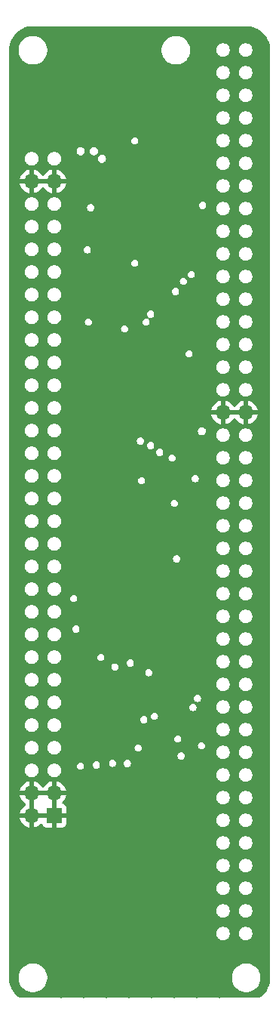
<source format=gbr>
%TF.GenerationSoftware,KiCad,Pcbnew,8.0.4*%
%TF.CreationDate,2024-07-29T13:54:58-07:00*%
%TF.ProjectId,RANDY,52414e44-592e-46b6-9963-61645f706362,0*%
%TF.SameCoordinates,Original*%
%TF.FileFunction,Copper,L2,Inr*%
%TF.FilePolarity,Positive*%
%FSLAX46Y46*%
G04 Gerber Fmt 4.6, Leading zero omitted, Abs format (unit mm)*
G04 Created by KiCad (PCBNEW 8.0.4) date 2024-07-29 13:54:58*
%MOMM*%
%LPD*%
G01*
G04 APERTURE LIST*
%TA.AperFunction,ComponentPad*%
%ADD10R,1.700000X1.700000*%
%TD*%
%TA.AperFunction,ComponentPad*%
%ADD11O,1.700000X1.700000*%
%TD*%
%TA.AperFunction,ViaPad*%
%ADD12C,0.500000*%
%TD*%
%TA.AperFunction,ViaPad*%
%ADD13C,0.800000*%
%TD*%
G04 APERTURE END LIST*
D10*
%TO.N,GND*%
%TO.C,J1*%
X2396000Y-85824000D03*
D11*
X-144000Y-85824000D03*
X2396000Y-83284000D03*
X-144000Y-83284000D03*
X2396000Y-14704000D03*
X-144000Y-14704000D03*
%TD*%
%TO.N,GND*%
%TO.C,J2*%
X23895800Y-40612000D03*
X21355800Y-40612000D03*
%TD*%
D12*
%TO.N,GND*%
X26035000Y-73025000D03*
X13081000Y1905000D03*
X26035000Y-40005000D03*
D13*
X7923000Y-14246800D03*
D12*
X-1905000Y-95885000D03*
X26035000Y-65405000D03*
X18415000Y-106045000D03*
X26035000Y-78105000D03*
D13*
X5357600Y-14653200D03*
D12*
X26035000Y155000D03*
X-1905000Y-88265000D03*
X-1905000Y-52705000D03*
X26035000Y-24765000D03*
X26035000Y-52705000D03*
X-1905000Y-78105000D03*
D13*
X18972000Y-41170800D03*
D12*
X-1905000Y-17145000D03*
X26035000Y-4445000D03*
X-1905000Y-19685000D03*
X10287000Y-29210000D03*
X17399000Y-27432000D03*
X26035000Y-75565000D03*
X-1905000Y-65405000D03*
X5715000Y-106045000D03*
X-1905000Y-83185000D03*
X-1905000Y-57785000D03*
X-1905000Y-34925000D03*
X-1905000Y-93345000D03*
X15875000Y-106045000D03*
X26035000Y-90805000D03*
X26035000Y-100965000D03*
X-1905000Y-40005000D03*
X26035000Y-67945000D03*
X26035000Y-83185000D03*
X-1905000Y-100965000D03*
X26035000Y-42545000D03*
X26035000Y-22225000D03*
X-1905000Y-24765000D03*
X-1905000Y-75565000D03*
X26035000Y-37465000D03*
X26035000Y-45085000D03*
X19861000Y1882200D03*
X26035000Y-70485000D03*
X-1905000Y-55245000D03*
X26035000Y-29845000D03*
X-1905000Y-4445000D03*
X26035000Y-32385000D03*
X26035000Y-57785000D03*
X26035000Y-17145000D03*
X-1905000Y-80645000D03*
D13*
X6830800Y-14653200D03*
D12*
X26035000Y-62865000D03*
X12192000Y-45974000D03*
X26035000Y-1905000D03*
X2921000Y1905000D03*
X-1905000Y-9525000D03*
X-1905000Y-32385000D03*
X-1905000Y-50165000D03*
X26035000Y-95885000D03*
X8255000Y-106045000D03*
X13335000Y-106045000D03*
X26035000Y-12065000D03*
X-1905000Y-14605000D03*
X-1905000Y-27305000D03*
X10795000Y-106045000D03*
X-1905000Y-45085000D03*
X20955000Y-106045000D03*
X-1905000Y-70485000D03*
X-1905000Y-98425000D03*
X26035000Y-19685000D03*
X-1905000Y-6985000D03*
X-1905000Y-12065000D03*
X-1905000Y-60325000D03*
X3175000Y-106045000D03*
X-1905000Y-90805000D03*
X-1905000Y-37465000D03*
X26035000Y-60325000D03*
X24892000Y1905000D03*
X26035000Y-98425000D03*
X-1905000Y-22225000D03*
X26035000Y-50165000D03*
X9144000Y-70866000D03*
X8001000Y1905000D03*
X7747000Y-78232000D03*
X26035000Y-6985000D03*
X26035000Y-14605000D03*
X26035000Y-27305000D03*
X26035000Y-93345000D03*
X18034000Y-80137000D03*
X10160000Y-21971000D03*
X-1905000Y-67945000D03*
X10541000Y1905000D03*
X22401000Y1882200D03*
X-1905000Y-62865000D03*
X26035000Y-80645000D03*
X26035000Y-34925000D03*
X26035000Y-47625000D03*
X-1905000Y-85725000D03*
X11303000Y-70485000D03*
X-1905000Y-29845000D03*
X26035000Y-88265000D03*
X26035000Y-55245000D03*
X-1905000Y-42545000D03*
X26035000Y-85725000D03*
X5461000Y1905000D03*
X26035000Y-9525000D03*
X-1905000Y-47625000D03*
%TD*%
%TA.AperFunction,Conductor*%
%TO.N,GND*%
G36*
X1930075Y-85631007D02*
G01*
X1896000Y-85758174D01*
X1896000Y-85889826D01*
X1930075Y-86016993D01*
X1962988Y-86074000D01*
X289012Y-86074000D01*
X321925Y-86016993D01*
X356000Y-85889826D01*
X356000Y-85758174D01*
X321925Y-85631007D01*
X289012Y-85574000D01*
X1962988Y-85574000D01*
X1930075Y-85631007D01*
G37*
%TD.AperFunction*%
%TA.AperFunction,Conductor*%
G36*
X106000Y-85390988D02*
G01*
X48993Y-85358075D01*
X-78174Y-85324000D01*
X-209826Y-85324000D01*
X-336993Y-85358075D01*
X-394000Y-85390988D01*
X-394000Y-83717012D01*
X-336993Y-83749925D01*
X-209826Y-83784000D01*
X-78174Y-83784000D01*
X48993Y-83749925D01*
X106000Y-83717012D01*
X106000Y-85390988D01*
G37*
%TD.AperFunction*%
%TA.AperFunction,Conductor*%
G36*
X2646000Y-85390988D02*
G01*
X2588993Y-85358075D01*
X2461826Y-85324000D01*
X2330174Y-85324000D01*
X2203007Y-85358075D01*
X2146000Y-85390988D01*
X2146000Y-83717012D01*
X2203007Y-83749925D01*
X2330174Y-83784000D01*
X2461826Y-83784000D01*
X2588993Y-83749925D01*
X2646000Y-83717012D01*
X2646000Y-85390988D01*
G37*
%TD.AperFunction*%
%TA.AperFunction,Conductor*%
G36*
X1930075Y-83091007D02*
G01*
X1896000Y-83218174D01*
X1896000Y-83349826D01*
X1930075Y-83476993D01*
X1962988Y-83534000D01*
X289012Y-83534000D01*
X321925Y-83476993D01*
X356000Y-83349826D01*
X356000Y-83218174D01*
X321925Y-83091007D01*
X289012Y-83034000D01*
X1962988Y-83034000D01*
X1930075Y-83091007D01*
G37*
%TD.AperFunction*%
%TA.AperFunction,Conductor*%
G36*
X23429875Y-40419007D02*
G01*
X23395800Y-40546174D01*
X23395800Y-40677826D01*
X23429875Y-40804993D01*
X23462788Y-40862000D01*
X21788812Y-40862000D01*
X21821725Y-40804993D01*
X21855800Y-40677826D01*
X21855800Y-40546174D01*
X21821725Y-40419007D01*
X21788812Y-40362000D01*
X23462788Y-40362000D01*
X23429875Y-40419007D01*
G37*
%TD.AperFunction*%
%TA.AperFunction,Conductor*%
G36*
X1930075Y-14511007D02*
G01*
X1896000Y-14638174D01*
X1896000Y-14769826D01*
X1930075Y-14896993D01*
X1962988Y-14954000D01*
X289012Y-14954000D01*
X321925Y-14896993D01*
X356000Y-14769826D01*
X356000Y-14638174D01*
X321925Y-14511007D01*
X289012Y-14454000D01*
X1962988Y-14454000D01*
X1930075Y-14511007D01*
G37*
%TD.AperFunction*%
%TA.AperFunction,Conductor*%
G36*
X24000163Y2699184D02*
G01*
X24287602Y2678612D01*
X24301242Y2676869D01*
X24582720Y2624918D01*
X24596082Y2621677D01*
X24870087Y2538843D01*
X24883008Y2534139D01*
X25128974Y2428798D01*
X25146113Y2421458D01*
X25158445Y2415346D01*
X25407462Y2274188D01*
X25419037Y2266749D01*
X25568464Y2158538D01*
X25650857Y2098871D01*
X25661540Y2090192D01*
X25873331Y1897651D01*
X25882982Y1887846D01*
X26072140Y1673004D01*
X26080638Y1662195D01*
X26244809Y1427724D01*
X26252066Y1416028D01*
X26389234Y1164814D01*
X26395150Y1152385D01*
X26503630Y887514D01*
X26508132Y874507D01*
X26586590Y599235D01*
X26589622Y585808D01*
X26637084Y303552D01*
X26638610Y289872D01*
X26654687Y645D01*
X26654878Y-6244D01*
X26648902Y-103943337D01*
X26648899Y-103943385D01*
X26648899Y-103996560D01*
X26648708Y-104003438D01*
X26632669Y-104292139D01*
X26631145Y-104305811D01*
X26583799Y-104587551D01*
X26580771Y-104600969D01*
X26502504Y-104875750D01*
X26498007Y-104888752D01*
X26389787Y-105153163D01*
X26383879Y-105165584D01*
X26247044Y-105416373D01*
X26239794Y-105428066D01*
X26076008Y-105662170D01*
X26067510Y-105672986D01*
X25878812Y-105887497D01*
X25869167Y-105897306D01*
X25657871Y-106089594D01*
X25647199Y-106098274D01*
X25546634Y-106171189D01*
X25480805Y-106194605D01*
X25473847Y-106194800D01*
X-1524856Y-106194800D01*
X-1591895Y-106175115D01*
X-1596585Y-106171947D01*
X-1677441Y-106114577D01*
X-1688298Y-106105919D01*
X-1696853Y-106098274D01*
X-1903645Y-105913473D01*
X-1913476Y-105903642D01*
X-2105915Y-105688302D01*
X-2114585Y-105677430D01*
X-2125413Y-105662170D01*
X-2194365Y-105564990D01*
X-2281703Y-105441899D01*
X-2289101Y-105430125D01*
X-2428798Y-105177362D01*
X-2434828Y-105164841D01*
X-2545347Y-104898024D01*
X-2549940Y-104884899D01*
X-2589916Y-104746141D01*
X-2629892Y-104607382D01*
X-2632985Y-104593827D01*
X-2646035Y-104517020D01*
X-2681362Y-104309103D01*
X-2682916Y-104295306D01*
X-2699305Y-104003472D01*
X-2699500Y-103996519D01*
X-2699500Y-103873723D01*
X-1604500Y-103873723D01*
X-1604500Y-104126276D01*
X-1564991Y-104375722D01*
X-1564991Y-104375725D01*
X-1486950Y-104615911D01*
X-1486949Y-104615914D01*
X-1372291Y-104840941D01*
X-1223844Y-105045261D01*
X-1045261Y-105223844D01*
X-840941Y-105372291D01*
X-731476Y-105428066D01*
X-615915Y-105486948D01*
X-615912Y-105486949D01*
X-391877Y-105559741D01*
X-375721Y-105564991D01*
X-126277Y-105604500D01*
X-126276Y-105604500D01*
X126276Y-105604500D01*
X126277Y-105604500D01*
X375721Y-105564991D01*
X375724Y-105564990D01*
X375725Y-105564990D01*
X615911Y-105486949D01*
X615914Y-105486948D01*
X618823Y-105485466D01*
X840941Y-105372291D01*
X1045261Y-105223844D01*
X1223844Y-105045261D01*
X1372291Y-104840941D01*
X1486948Y-104615914D01*
X1493954Y-104594352D01*
X1564990Y-104375725D01*
X1564990Y-104375724D01*
X1564991Y-104375721D01*
X1604500Y-104126277D01*
X1604500Y-103873723D01*
X22345900Y-103873723D01*
X22345900Y-104126276D01*
X22385409Y-104375722D01*
X22385409Y-104375725D01*
X22463450Y-104615911D01*
X22463451Y-104615914D01*
X22578109Y-104840941D01*
X22726556Y-105045261D01*
X22905139Y-105223844D01*
X23109459Y-105372291D01*
X23218924Y-105428066D01*
X23334485Y-105486948D01*
X23334488Y-105486949D01*
X23558523Y-105559741D01*
X23574679Y-105564991D01*
X23824123Y-105604500D01*
X23824124Y-105604500D01*
X24076676Y-105604500D01*
X24076677Y-105604500D01*
X24326121Y-105564991D01*
X24326124Y-105564990D01*
X24326125Y-105564990D01*
X24566311Y-105486949D01*
X24566314Y-105486948D01*
X24569223Y-105485466D01*
X24791341Y-105372291D01*
X24995661Y-105223844D01*
X25174244Y-105045261D01*
X25322691Y-104840941D01*
X25437348Y-104615914D01*
X25444354Y-104594352D01*
X25515390Y-104375725D01*
X25515390Y-104375724D01*
X25515391Y-104375721D01*
X25554900Y-104126277D01*
X25554900Y-103873723D01*
X25515391Y-103624279D01*
X25515390Y-103624275D01*
X25515390Y-103624274D01*
X25437349Y-103384088D01*
X25437348Y-103384085D01*
X25322690Y-103159058D01*
X25174244Y-102954739D01*
X24995661Y-102776156D01*
X24791341Y-102627709D01*
X24566314Y-102513051D01*
X24566311Y-102513050D01*
X24326123Y-102435009D01*
X24159825Y-102408669D01*
X24076677Y-102395500D01*
X23824123Y-102395500D01*
X23740975Y-102408669D01*
X23574677Y-102435009D01*
X23574674Y-102435009D01*
X23334488Y-102513050D01*
X23334485Y-102513051D01*
X23109458Y-102627709D01*
X22905136Y-102776158D01*
X22726558Y-102954736D01*
X22578109Y-103159058D01*
X22463451Y-103384085D01*
X22463450Y-103384088D01*
X22385409Y-103624274D01*
X22385409Y-103624277D01*
X22345900Y-103873723D01*
X1604500Y-103873723D01*
X1564991Y-103624279D01*
X1564990Y-103624275D01*
X1564990Y-103624274D01*
X1486949Y-103384088D01*
X1486948Y-103384085D01*
X1372290Y-103159058D01*
X1223844Y-102954739D01*
X1045261Y-102776156D01*
X840941Y-102627709D01*
X615914Y-102513051D01*
X615911Y-102513050D01*
X375723Y-102435009D01*
X209425Y-102408669D01*
X126277Y-102395500D01*
X-126277Y-102395500D01*
X-209425Y-102408669D01*
X-375723Y-102435009D01*
X-375726Y-102435009D01*
X-615912Y-102513050D01*
X-615915Y-102513051D01*
X-840942Y-102627709D01*
X-1045264Y-102776158D01*
X-1223842Y-102954736D01*
X-1372291Y-103159058D01*
X-1486949Y-103384085D01*
X-1486950Y-103384088D01*
X-1564991Y-103624274D01*
X-1564991Y-103624277D01*
X-1604500Y-103873723D01*
X-2699500Y-103873723D01*
X-2699500Y-98957683D01*
X20601300Y-98957683D01*
X20601300Y-99106316D01*
X20630293Y-99252072D01*
X20630295Y-99252080D01*
X20687171Y-99389391D01*
X20769739Y-99512964D01*
X20769745Y-99512971D01*
X20874828Y-99618054D01*
X20874835Y-99618060D01*
X20998408Y-99700628D01*
X20998409Y-99700628D01*
X20998410Y-99700629D01*
X21135720Y-99757505D01*
X21281483Y-99786499D01*
X21281487Y-99786500D01*
X21281488Y-99786500D01*
X21430113Y-99786500D01*
X21430114Y-99786499D01*
X21575880Y-99757505D01*
X21713190Y-99700629D01*
X21836766Y-99618059D01*
X21941859Y-99512966D01*
X22024429Y-99389390D01*
X22081305Y-99252080D01*
X22110300Y-99106312D01*
X22110300Y-98957688D01*
X22110299Y-98957683D01*
X23141300Y-98957683D01*
X23141300Y-99106316D01*
X23170293Y-99252072D01*
X23170295Y-99252080D01*
X23227171Y-99389391D01*
X23309739Y-99512964D01*
X23309745Y-99512971D01*
X23414828Y-99618054D01*
X23414835Y-99618060D01*
X23538408Y-99700628D01*
X23538409Y-99700628D01*
X23538410Y-99700629D01*
X23675720Y-99757505D01*
X23821483Y-99786499D01*
X23821487Y-99786500D01*
X23821488Y-99786500D01*
X23970113Y-99786500D01*
X23970114Y-99786499D01*
X24115880Y-99757505D01*
X24253190Y-99700629D01*
X24376766Y-99618059D01*
X24481859Y-99512966D01*
X24564429Y-99389390D01*
X24621305Y-99252080D01*
X24650300Y-99106312D01*
X24650300Y-98957688D01*
X24621305Y-98811920D01*
X24564429Y-98674610D01*
X24481859Y-98551034D01*
X24481854Y-98551028D01*
X24376771Y-98445945D01*
X24376764Y-98445939D01*
X24253191Y-98363371D01*
X24115880Y-98306495D01*
X24115872Y-98306493D01*
X23970116Y-98277500D01*
X23970112Y-98277500D01*
X23821488Y-98277500D01*
X23821483Y-98277500D01*
X23675727Y-98306493D01*
X23675719Y-98306495D01*
X23538408Y-98363371D01*
X23414835Y-98445939D01*
X23414828Y-98445945D01*
X23309745Y-98551028D01*
X23309739Y-98551035D01*
X23227171Y-98674608D01*
X23170295Y-98811919D01*
X23170293Y-98811927D01*
X23141300Y-98957683D01*
X22110299Y-98957683D01*
X22081305Y-98811920D01*
X22024429Y-98674610D01*
X21941859Y-98551034D01*
X21941854Y-98551028D01*
X21836771Y-98445945D01*
X21836764Y-98445939D01*
X21713191Y-98363371D01*
X21575880Y-98306495D01*
X21575872Y-98306493D01*
X21430116Y-98277500D01*
X21430112Y-98277500D01*
X21281488Y-98277500D01*
X21281483Y-98277500D01*
X21135727Y-98306493D01*
X21135719Y-98306495D01*
X20998408Y-98363371D01*
X20874835Y-98445939D01*
X20874828Y-98445945D01*
X20769745Y-98551028D01*
X20769739Y-98551035D01*
X20687171Y-98674608D01*
X20630295Y-98811919D01*
X20630293Y-98811927D01*
X20601300Y-98957683D01*
X-2699500Y-98957683D01*
X-2699500Y-96417683D01*
X20601300Y-96417683D01*
X20601300Y-96566316D01*
X20630293Y-96712072D01*
X20630295Y-96712080D01*
X20687171Y-96849391D01*
X20769739Y-96972964D01*
X20769745Y-96972971D01*
X20874828Y-97078054D01*
X20874835Y-97078060D01*
X20998408Y-97160628D01*
X20998409Y-97160628D01*
X20998410Y-97160629D01*
X21135720Y-97217505D01*
X21281483Y-97246499D01*
X21281487Y-97246500D01*
X21281488Y-97246500D01*
X21430113Y-97246500D01*
X21430114Y-97246499D01*
X21575880Y-97217505D01*
X21713190Y-97160629D01*
X21836766Y-97078059D01*
X21941859Y-96972966D01*
X22024429Y-96849390D01*
X22081305Y-96712080D01*
X22110300Y-96566312D01*
X22110300Y-96417688D01*
X22110299Y-96417683D01*
X23141300Y-96417683D01*
X23141300Y-96566316D01*
X23170293Y-96712072D01*
X23170295Y-96712080D01*
X23227171Y-96849391D01*
X23309739Y-96972964D01*
X23309745Y-96972971D01*
X23414828Y-97078054D01*
X23414835Y-97078060D01*
X23538408Y-97160628D01*
X23538409Y-97160628D01*
X23538410Y-97160629D01*
X23675720Y-97217505D01*
X23821483Y-97246499D01*
X23821487Y-97246500D01*
X23821488Y-97246500D01*
X23970113Y-97246500D01*
X23970114Y-97246499D01*
X24115880Y-97217505D01*
X24253190Y-97160629D01*
X24376766Y-97078059D01*
X24481859Y-96972966D01*
X24564429Y-96849390D01*
X24621305Y-96712080D01*
X24650300Y-96566312D01*
X24650300Y-96417688D01*
X24621305Y-96271920D01*
X24564429Y-96134610D01*
X24481859Y-96011034D01*
X24481854Y-96011028D01*
X24376771Y-95905945D01*
X24376764Y-95905939D01*
X24253191Y-95823371D01*
X24115880Y-95766495D01*
X24115872Y-95766493D01*
X23970116Y-95737500D01*
X23970112Y-95737500D01*
X23821488Y-95737500D01*
X23821483Y-95737500D01*
X23675727Y-95766493D01*
X23675719Y-95766495D01*
X23538408Y-95823371D01*
X23414835Y-95905939D01*
X23414828Y-95905945D01*
X23309745Y-96011028D01*
X23309739Y-96011035D01*
X23227171Y-96134608D01*
X23170295Y-96271919D01*
X23170293Y-96271927D01*
X23141300Y-96417683D01*
X22110299Y-96417683D01*
X22081305Y-96271920D01*
X22024429Y-96134610D01*
X21941859Y-96011034D01*
X21941854Y-96011028D01*
X21836771Y-95905945D01*
X21836764Y-95905939D01*
X21713191Y-95823371D01*
X21575880Y-95766495D01*
X21575872Y-95766493D01*
X21430116Y-95737500D01*
X21430112Y-95737500D01*
X21281488Y-95737500D01*
X21281483Y-95737500D01*
X21135727Y-95766493D01*
X21135719Y-95766495D01*
X20998408Y-95823371D01*
X20874835Y-95905939D01*
X20874828Y-95905945D01*
X20769745Y-96011028D01*
X20769739Y-96011035D01*
X20687171Y-96134608D01*
X20630295Y-96271919D01*
X20630293Y-96271927D01*
X20601300Y-96417683D01*
X-2699500Y-96417683D01*
X-2699500Y-93877683D01*
X20601300Y-93877683D01*
X20601300Y-94026316D01*
X20630293Y-94172072D01*
X20630295Y-94172080D01*
X20687171Y-94309391D01*
X20769739Y-94432964D01*
X20769745Y-94432971D01*
X20874828Y-94538054D01*
X20874835Y-94538060D01*
X20998408Y-94620628D01*
X20998409Y-94620628D01*
X20998410Y-94620629D01*
X21135720Y-94677505D01*
X21281483Y-94706499D01*
X21281487Y-94706500D01*
X21281488Y-94706500D01*
X21430113Y-94706500D01*
X21430114Y-94706499D01*
X21575880Y-94677505D01*
X21713190Y-94620629D01*
X21836766Y-94538059D01*
X21941859Y-94432966D01*
X22024429Y-94309390D01*
X22081305Y-94172080D01*
X22110300Y-94026312D01*
X22110300Y-93877688D01*
X22110299Y-93877683D01*
X23141300Y-93877683D01*
X23141300Y-94026316D01*
X23170293Y-94172072D01*
X23170295Y-94172080D01*
X23227171Y-94309391D01*
X23309739Y-94432964D01*
X23309745Y-94432971D01*
X23414828Y-94538054D01*
X23414835Y-94538060D01*
X23538408Y-94620628D01*
X23538409Y-94620628D01*
X23538410Y-94620629D01*
X23675720Y-94677505D01*
X23821483Y-94706499D01*
X23821487Y-94706500D01*
X23821488Y-94706500D01*
X23970113Y-94706500D01*
X23970114Y-94706499D01*
X24115880Y-94677505D01*
X24253190Y-94620629D01*
X24376766Y-94538059D01*
X24481859Y-94432966D01*
X24564429Y-94309390D01*
X24621305Y-94172080D01*
X24650300Y-94026312D01*
X24650300Y-93877688D01*
X24621305Y-93731920D01*
X24564429Y-93594610D01*
X24481859Y-93471034D01*
X24481854Y-93471028D01*
X24376771Y-93365945D01*
X24376764Y-93365939D01*
X24253191Y-93283371D01*
X24115880Y-93226495D01*
X24115872Y-93226493D01*
X23970116Y-93197500D01*
X23970112Y-93197500D01*
X23821488Y-93197500D01*
X23821483Y-93197500D01*
X23675727Y-93226493D01*
X23675719Y-93226495D01*
X23538408Y-93283371D01*
X23414835Y-93365939D01*
X23414828Y-93365945D01*
X23309745Y-93471028D01*
X23309739Y-93471035D01*
X23227171Y-93594608D01*
X23170295Y-93731919D01*
X23170293Y-93731927D01*
X23141300Y-93877683D01*
X22110299Y-93877683D01*
X22081305Y-93731920D01*
X22024429Y-93594610D01*
X21941859Y-93471034D01*
X21941854Y-93471028D01*
X21836771Y-93365945D01*
X21836764Y-93365939D01*
X21713191Y-93283371D01*
X21575880Y-93226495D01*
X21575872Y-93226493D01*
X21430116Y-93197500D01*
X21430112Y-93197500D01*
X21281488Y-93197500D01*
X21281483Y-93197500D01*
X21135727Y-93226493D01*
X21135719Y-93226495D01*
X20998408Y-93283371D01*
X20874835Y-93365939D01*
X20874828Y-93365945D01*
X20769745Y-93471028D01*
X20769739Y-93471035D01*
X20687171Y-93594608D01*
X20630295Y-93731919D01*
X20630293Y-93731927D01*
X20601300Y-93877683D01*
X-2699500Y-93877683D01*
X-2699500Y-91337683D01*
X20601300Y-91337683D01*
X20601300Y-91486316D01*
X20630293Y-91632072D01*
X20630295Y-91632080D01*
X20687171Y-91769391D01*
X20769739Y-91892964D01*
X20769745Y-91892971D01*
X20874828Y-91998054D01*
X20874835Y-91998060D01*
X20998408Y-92080628D01*
X20998409Y-92080628D01*
X20998410Y-92080629D01*
X21135720Y-92137505D01*
X21281483Y-92166499D01*
X21281487Y-92166500D01*
X21281488Y-92166500D01*
X21430113Y-92166500D01*
X21430114Y-92166499D01*
X21575880Y-92137505D01*
X21713190Y-92080629D01*
X21836766Y-91998059D01*
X21941859Y-91892966D01*
X22024429Y-91769390D01*
X22081305Y-91632080D01*
X22110300Y-91486312D01*
X22110300Y-91337688D01*
X22110299Y-91337683D01*
X23141300Y-91337683D01*
X23141300Y-91486316D01*
X23170293Y-91632072D01*
X23170295Y-91632080D01*
X23227171Y-91769391D01*
X23309739Y-91892964D01*
X23309745Y-91892971D01*
X23414828Y-91998054D01*
X23414835Y-91998060D01*
X23538408Y-92080628D01*
X23538409Y-92080628D01*
X23538410Y-92080629D01*
X23675720Y-92137505D01*
X23821483Y-92166499D01*
X23821487Y-92166500D01*
X23821488Y-92166500D01*
X23970113Y-92166500D01*
X23970114Y-92166499D01*
X24115880Y-92137505D01*
X24253190Y-92080629D01*
X24376766Y-91998059D01*
X24481859Y-91892966D01*
X24564429Y-91769390D01*
X24621305Y-91632080D01*
X24650300Y-91486312D01*
X24650300Y-91337688D01*
X24621305Y-91191920D01*
X24564429Y-91054610D01*
X24481859Y-90931034D01*
X24481854Y-90931028D01*
X24376771Y-90825945D01*
X24376764Y-90825939D01*
X24253191Y-90743371D01*
X24115880Y-90686495D01*
X24115872Y-90686493D01*
X23970116Y-90657500D01*
X23970112Y-90657500D01*
X23821488Y-90657500D01*
X23821483Y-90657500D01*
X23675727Y-90686493D01*
X23675719Y-90686495D01*
X23538408Y-90743371D01*
X23414835Y-90825939D01*
X23414828Y-90825945D01*
X23309745Y-90931028D01*
X23309739Y-90931035D01*
X23227171Y-91054608D01*
X23170295Y-91191919D01*
X23170293Y-91191927D01*
X23141300Y-91337683D01*
X22110299Y-91337683D01*
X22081305Y-91191920D01*
X22024429Y-91054610D01*
X21941859Y-90931034D01*
X21941854Y-90931028D01*
X21836771Y-90825945D01*
X21836764Y-90825939D01*
X21713191Y-90743371D01*
X21575880Y-90686495D01*
X21575872Y-90686493D01*
X21430116Y-90657500D01*
X21430112Y-90657500D01*
X21281488Y-90657500D01*
X21281483Y-90657500D01*
X21135727Y-90686493D01*
X21135719Y-90686495D01*
X20998408Y-90743371D01*
X20874835Y-90825939D01*
X20874828Y-90825945D01*
X20769745Y-90931028D01*
X20769739Y-90931035D01*
X20687171Y-91054608D01*
X20630295Y-91191919D01*
X20630293Y-91191927D01*
X20601300Y-91337683D01*
X-2699500Y-91337683D01*
X-2699500Y-88797683D01*
X20601300Y-88797683D01*
X20601300Y-88946316D01*
X20630293Y-89092072D01*
X20630295Y-89092080D01*
X20687171Y-89229391D01*
X20769739Y-89352964D01*
X20769745Y-89352971D01*
X20874828Y-89458054D01*
X20874835Y-89458060D01*
X20998408Y-89540628D01*
X20998409Y-89540628D01*
X20998410Y-89540629D01*
X21135720Y-89597505D01*
X21281483Y-89626499D01*
X21281487Y-89626500D01*
X21281488Y-89626500D01*
X21430113Y-89626500D01*
X21430114Y-89626499D01*
X21575880Y-89597505D01*
X21713190Y-89540629D01*
X21836766Y-89458059D01*
X21941859Y-89352966D01*
X22024429Y-89229390D01*
X22081305Y-89092080D01*
X22110300Y-88946312D01*
X22110300Y-88797688D01*
X22110299Y-88797683D01*
X23141300Y-88797683D01*
X23141300Y-88946316D01*
X23170293Y-89092072D01*
X23170295Y-89092080D01*
X23227171Y-89229391D01*
X23309739Y-89352964D01*
X23309745Y-89352971D01*
X23414828Y-89458054D01*
X23414835Y-89458060D01*
X23538408Y-89540628D01*
X23538409Y-89540628D01*
X23538410Y-89540629D01*
X23675720Y-89597505D01*
X23821483Y-89626499D01*
X23821487Y-89626500D01*
X23821488Y-89626500D01*
X23970113Y-89626500D01*
X23970114Y-89626499D01*
X24115880Y-89597505D01*
X24253190Y-89540629D01*
X24376766Y-89458059D01*
X24481859Y-89352966D01*
X24564429Y-89229390D01*
X24621305Y-89092080D01*
X24650300Y-88946312D01*
X24650300Y-88797688D01*
X24621305Y-88651920D01*
X24564429Y-88514610D01*
X24481859Y-88391034D01*
X24481854Y-88391028D01*
X24376771Y-88285945D01*
X24376764Y-88285939D01*
X24253191Y-88203371D01*
X24115880Y-88146495D01*
X24115872Y-88146493D01*
X23970116Y-88117500D01*
X23970112Y-88117500D01*
X23821488Y-88117500D01*
X23821483Y-88117500D01*
X23675727Y-88146493D01*
X23675719Y-88146495D01*
X23538408Y-88203371D01*
X23414835Y-88285939D01*
X23414828Y-88285945D01*
X23309745Y-88391028D01*
X23309739Y-88391035D01*
X23227171Y-88514608D01*
X23170295Y-88651919D01*
X23170293Y-88651927D01*
X23141300Y-88797683D01*
X22110299Y-88797683D01*
X22081305Y-88651920D01*
X22024429Y-88514610D01*
X21941859Y-88391034D01*
X21941854Y-88391028D01*
X21836771Y-88285945D01*
X21836764Y-88285939D01*
X21713191Y-88203371D01*
X21575880Y-88146495D01*
X21575872Y-88146493D01*
X21430116Y-88117500D01*
X21430112Y-88117500D01*
X21281488Y-88117500D01*
X21281483Y-88117500D01*
X21135727Y-88146493D01*
X21135719Y-88146495D01*
X20998408Y-88203371D01*
X20874835Y-88285939D01*
X20874828Y-88285945D01*
X20769745Y-88391028D01*
X20769739Y-88391035D01*
X20687171Y-88514608D01*
X20630295Y-88651919D01*
X20630293Y-88651927D01*
X20601300Y-88797683D01*
X-2699500Y-88797683D01*
X-2699500Y-83033999D01*
X-1474636Y-83033999D01*
X-1474636Y-83034000D01*
X-577012Y-83034000D01*
X-609925Y-83091007D01*
X-644000Y-83218174D01*
X-644000Y-83349826D01*
X-609925Y-83476993D01*
X-577012Y-83534000D01*
X-1474636Y-83534000D01*
X-1417433Y-83747486D01*
X-1417430Y-83747492D01*
X-1317601Y-83961578D01*
X-1182106Y-84155082D01*
X-1015083Y-84322105D01*
X-828969Y-84452425D01*
X-785344Y-84507003D01*
X-778152Y-84576501D01*
X-809674Y-84638856D01*
X-828969Y-84655575D01*
X-1015078Y-84785890D01*
X-1015080Y-84785891D01*
X-1182109Y-84952920D01*
X-1182114Y-84952926D01*
X-1317600Y-85146420D01*
X-1317601Y-85146422D01*
X-1417430Y-85360507D01*
X-1417433Y-85360513D01*
X-1474636Y-85573999D01*
X-1474636Y-85574000D01*
X-577012Y-85574000D01*
X-609925Y-85631007D01*
X-644000Y-85758174D01*
X-644000Y-85889826D01*
X-609925Y-86016993D01*
X-577012Y-86074000D01*
X-1474636Y-86074000D01*
X-1417433Y-86287486D01*
X-1417430Y-86287492D01*
X-1317601Y-86501578D01*
X-1182106Y-86695082D01*
X-1015083Y-86862105D01*
X-821579Y-86997600D01*
X-607493Y-87097429D01*
X-607484Y-87097433D01*
X-394000Y-87154634D01*
X-394000Y-86257012D01*
X-336993Y-86289925D01*
X-209826Y-86324000D01*
X-78174Y-86324000D01*
X48993Y-86289925D01*
X106000Y-86257012D01*
X106000Y-87154633D01*
X319483Y-87097433D01*
X319492Y-87097429D01*
X533578Y-86997600D01*
X727078Y-86862108D01*
X849521Y-86739665D01*
X910844Y-86706180D01*
X980536Y-86711164D01*
X1036470Y-86753035D01*
X1053385Y-86784013D01*
X1102645Y-86916086D01*
X1102649Y-86916093D01*
X1188809Y-87031187D01*
X1188812Y-87031190D01*
X1303906Y-87117350D01*
X1303913Y-87117354D01*
X1438620Y-87167596D01*
X1438627Y-87167598D01*
X1498155Y-87173999D01*
X1498172Y-87174000D01*
X2146000Y-87174000D01*
X2146000Y-86257012D01*
X2203007Y-86289925D01*
X2330174Y-86324000D01*
X2461826Y-86324000D01*
X2588993Y-86289925D01*
X2646000Y-86257012D01*
X2646000Y-87174000D01*
X3293828Y-87174000D01*
X3293844Y-87173999D01*
X3353372Y-87167598D01*
X3353379Y-87167596D01*
X3488086Y-87117354D01*
X3488093Y-87117350D01*
X3603187Y-87031190D01*
X3603190Y-87031187D01*
X3689350Y-86916093D01*
X3689354Y-86916086D01*
X3739596Y-86781379D01*
X3739598Y-86781372D01*
X3745999Y-86721844D01*
X3746000Y-86721827D01*
X3746000Y-86257683D01*
X20601300Y-86257683D01*
X20601300Y-86406316D01*
X20630293Y-86552072D01*
X20630295Y-86552080D01*
X20687171Y-86689391D01*
X20769739Y-86812964D01*
X20769745Y-86812971D01*
X20874828Y-86918054D01*
X20874835Y-86918060D01*
X20998408Y-87000628D01*
X20998409Y-87000628D01*
X20998410Y-87000629D01*
X21135720Y-87057505D01*
X21281483Y-87086499D01*
X21281487Y-87086500D01*
X21281488Y-87086500D01*
X21430113Y-87086500D01*
X21430114Y-87086499D01*
X21575880Y-87057505D01*
X21713190Y-87000629D01*
X21836766Y-86918059D01*
X21941859Y-86812966D01*
X22024429Y-86689390D01*
X22081305Y-86552080D01*
X22110300Y-86406312D01*
X22110300Y-86257688D01*
X22110299Y-86257683D01*
X23141300Y-86257683D01*
X23141300Y-86406316D01*
X23170293Y-86552072D01*
X23170295Y-86552080D01*
X23227171Y-86689391D01*
X23309739Y-86812964D01*
X23309745Y-86812971D01*
X23414828Y-86918054D01*
X23414835Y-86918060D01*
X23538408Y-87000628D01*
X23538409Y-87000628D01*
X23538410Y-87000629D01*
X23675720Y-87057505D01*
X23821483Y-87086499D01*
X23821487Y-87086500D01*
X23821488Y-87086500D01*
X23970113Y-87086500D01*
X23970114Y-87086499D01*
X24115880Y-87057505D01*
X24253190Y-87000629D01*
X24376766Y-86918059D01*
X24481859Y-86812966D01*
X24564429Y-86689390D01*
X24621305Y-86552080D01*
X24650300Y-86406312D01*
X24650300Y-86257688D01*
X24621305Y-86111920D01*
X24564429Y-85974610D01*
X24481859Y-85851034D01*
X24481854Y-85851028D01*
X24376771Y-85745945D01*
X24376764Y-85745939D01*
X24253191Y-85663371D01*
X24115880Y-85606495D01*
X24115872Y-85606493D01*
X23970116Y-85577500D01*
X23970112Y-85577500D01*
X23821488Y-85577500D01*
X23821483Y-85577500D01*
X23675727Y-85606493D01*
X23675719Y-85606495D01*
X23538408Y-85663371D01*
X23414835Y-85745939D01*
X23414828Y-85745945D01*
X23309745Y-85851028D01*
X23309739Y-85851035D01*
X23227171Y-85974608D01*
X23170295Y-86111919D01*
X23170293Y-86111927D01*
X23141300Y-86257683D01*
X22110299Y-86257683D01*
X22081305Y-86111920D01*
X22024429Y-85974610D01*
X21941859Y-85851034D01*
X21941854Y-85851028D01*
X21836771Y-85745945D01*
X21836764Y-85745939D01*
X21713191Y-85663371D01*
X21575880Y-85606495D01*
X21575872Y-85606493D01*
X21430116Y-85577500D01*
X21430112Y-85577500D01*
X21281488Y-85577500D01*
X21281483Y-85577500D01*
X21135727Y-85606493D01*
X21135719Y-85606495D01*
X20998408Y-85663371D01*
X20874835Y-85745939D01*
X20874828Y-85745945D01*
X20769745Y-85851028D01*
X20769739Y-85851035D01*
X20687171Y-85974608D01*
X20630295Y-86111919D01*
X20630293Y-86111927D01*
X20601300Y-86257683D01*
X3746000Y-86257683D01*
X3746000Y-86074000D01*
X2829012Y-86074000D01*
X2861925Y-86016993D01*
X2896000Y-85889826D01*
X2896000Y-85758174D01*
X2861925Y-85631007D01*
X2829012Y-85574000D01*
X3746000Y-85574000D01*
X3746000Y-84926172D01*
X3745999Y-84926155D01*
X3739598Y-84866627D01*
X3739596Y-84866620D01*
X3689354Y-84731913D01*
X3689350Y-84731906D01*
X3603190Y-84616812D01*
X3603187Y-84616809D01*
X3488093Y-84530649D01*
X3488086Y-84530645D01*
X3356013Y-84481385D01*
X3300079Y-84439514D01*
X3275662Y-84374049D01*
X3290514Y-84305776D01*
X3311665Y-84277521D01*
X3434108Y-84155078D01*
X3569600Y-83961578D01*
X3669429Y-83747492D01*
X3669432Y-83747486D01*
X3677418Y-83717683D01*
X20601300Y-83717683D01*
X20601300Y-83866316D01*
X20630293Y-84012072D01*
X20630295Y-84012080D01*
X20687171Y-84149391D01*
X20769739Y-84272964D01*
X20769745Y-84272971D01*
X20874828Y-84378054D01*
X20874835Y-84378060D01*
X20998408Y-84460628D01*
X20998409Y-84460628D01*
X20998410Y-84460629D01*
X21135720Y-84517505D01*
X21281483Y-84546499D01*
X21281487Y-84546500D01*
X21281488Y-84546500D01*
X21430113Y-84546500D01*
X21430114Y-84546499D01*
X21575880Y-84517505D01*
X21713190Y-84460629D01*
X21836766Y-84378059D01*
X21941859Y-84272966D01*
X22024429Y-84149390D01*
X22081305Y-84012080D01*
X22110300Y-83866312D01*
X22110300Y-83717688D01*
X22110299Y-83717683D01*
X23141300Y-83717683D01*
X23141300Y-83866316D01*
X23170293Y-84012072D01*
X23170295Y-84012080D01*
X23227171Y-84149391D01*
X23309739Y-84272964D01*
X23309745Y-84272971D01*
X23414828Y-84378054D01*
X23414835Y-84378060D01*
X23538408Y-84460628D01*
X23538409Y-84460628D01*
X23538410Y-84460629D01*
X23675720Y-84517505D01*
X23821483Y-84546499D01*
X23821487Y-84546500D01*
X23821488Y-84546500D01*
X23970113Y-84546500D01*
X23970114Y-84546499D01*
X24115880Y-84517505D01*
X24253190Y-84460629D01*
X24376766Y-84378059D01*
X24481859Y-84272966D01*
X24564429Y-84149390D01*
X24621305Y-84012080D01*
X24650300Y-83866312D01*
X24650300Y-83717688D01*
X24621305Y-83571920D01*
X24564429Y-83434610D01*
X24481859Y-83311034D01*
X24481854Y-83311028D01*
X24376771Y-83205945D01*
X24376764Y-83205939D01*
X24253191Y-83123371D01*
X24115880Y-83066495D01*
X24115872Y-83066493D01*
X23970116Y-83037500D01*
X23970112Y-83037500D01*
X23821488Y-83037500D01*
X23821483Y-83037500D01*
X23675727Y-83066493D01*
X23675719Y-83066495D01*
X23538408Y-83123371D01*
X23414835Y-83205939D01*
X23414828Y-83205945D01*
X23309745Y-83311028D01*
X23309739Y-83311035D01*
X23227171Y-83434608D01*
X23170295Y-83571919D01*
X23170293Y-83571927D01*
X23141300Y-83717683D01*
X22110299Y-83717683D01*
X22081305Y-83571920D01*
X22024429Y-83434610D01*
X21941859Y-83311034D01*
X21941854Y-83311028D01*
X21836771Y-83205945D01*
X21836764Y-83205939D01*
X21713191Y-83123371D01*
X21575880Y-83066495D01*
X21575872Y-83066493D01*
X21430116Y-83037500D01*
X21430112Y-83037500D01*
X21281488Y-83037500D01*
X21281483Y-83037500D01*
X21135727Y-83066493D01*
X21135719Y-83066495D01*
X20998408Y-83123371D01*
X20874835Y-83205939D01*
X20874828Y-83205945D01*
X20769745Y-83311028D01*
X20769739Y-83311035D01*
X20687171Y-83434608D01*
X20630295Y-83571919D01*
X20630293Y-83571927D01*
X20601300Y-83717683D01*
X3677418Y-83717683D01*
X3726636Y-83534000D01*
X2829012Y-83534000D01*
X2861925Y-83476993D01*
X2896000Y-83349826D01*
X2896000Y-83218174D01*
X2861925Y-83091007D01*
X2829012Y-83034000D01*
X3726636Y-83034000D01*
X3726635Y-83033999D01*
X3669432Y-82820513D01*
X3669429Y-82820507D01*
X3569600Y-82606422D01*
X3569599Y-82606420D01*
X3434113Y-82412926D01*
X3434108Y-82412920D01*
X3267082Y-82245894D01*
X3073578Y-82110399D01*
X2859492Y-82010570D01*
X2859486Y-82010567D01*
X2646000Y-81953364D01*
X2646000Y-82850988D01*
X2588993Y-82818075D01*
X2461826Y-82784000D01*
X2330174Y-82784000D01*
X2203007Y-82818075D01*
X2146000Y-82850988D01*
X2146000Y-81953364D01*
X2145999Y-81953364D01*
X1932513Y-82010567D01*
X1932507Y-82010570D01*
X1718422Y-82110399D01*
X1718420Y-82110400D01*
X1524926Y-82245886D01*
X1524920Y-82245891D01*
X1357891Y-82412920D01*
X1357890Y-82412922D01*
X1227575Y-82599031D01*
X1172998Y-82642655D01*
X1103499Y-82649848D01*
X1041145Y-82618326D01*
X1024425Y-82599031D01*
X894109Y-82412922D01*
X894108Y-82412920D01*
X727082Y-82245894D01*
X533578Y-82110399D01*
X319492Y-82010570D01*
X319486Y-82010567D01*
X106000Y-81953364D01*
X106000Y-82850988D01*
X48993Y-82818075D01*
X-78174Y-82784000D01*
X-209826Y-82784000D01*
X-336993Y-82818075D01*
X-394000Y-82850988D01*
X-394000Y-81953364D01*
X-394001Y-81953364D01*
X-607487Y-82010567D01*
X-607493Y-82010570D01*
X-821578Y-82110399D01*
X-821580Y-82110400D01*
X-1015074Y-82245886D01*
X-1015080Y-82245891D01*
X-1182109Y-82412920D01*
X-1182114Y-82412926D01*
X-1317600Y-82606420D01*
X-1317601Y-82606422D01*
X-1417430Y-82820507D01*
X-1417433Y-82820513D01*
X-1474636Y-83033999D01*
X-2699500Y-83033999D01*
X-2699500Y-80669683D01*
X-898500Y-80669683D01*
X-898500Y-80818316D01*
X-869507Y-80964072D01*
X-869505Y-80964080D01*
X-812629Y-81101391D01*
X-730061Y-81224964D01*
X-730055Y-81224971D01*
X-624972Y-81330054D01*
X-624965Y-81330060D01*
X-501392Y-81412628D01*
X-501391Y-81412628D01*
X-501390Y-81412629D01*
X-364080Y-81469505D01*
X-218317Y-81498499D01*
X-218313Y-81498500D01*
X-218312Y-81498500D01*
X-69687Y-81498500D01*
X-69686Y-81498499D01*
X76080Y-81469505D01*
X213390Y-81412629D01*
X336966Y-81330059D01*
X442059Y-81224966D01*
X524629Y-81101390D01*
X581505Y-80964080D01*
X610500Y-80818312D01*
X610500Y-80669688D01*
X610499Y-80669683D01*
X1641500Y-80669683D01*
X1641500Y-80818316D01*
X1670493Y-80964072D01*
X1670495Y-80964080D01*
X1727371Y-81101391D01*
X1809939Y-81224964D01*
X1809945Y-81224971D01*
X1915028Y-81330054D01*
X1915035Y-81330060D01*
X2038608Y-81412628D01*
X2038609Y-81412628D01*
X2038610Y-81412629D01*
X2175920Y-81469505D01*
X2321683Y-81498499D01*
X2321687Y-81498500D01*
X2321688Y-81498500D01*
X2470313Y-81498500D01*
X2470314Y-81498499D01*
X2616080Y-81469505D01*
X2753390Y-81412629D01*
X2876966Y-81330059D01*
X2982059Y-81224966D01*
X3013652Y-81177683D01*
X20601300Y-81177683D01*
X20601300Y-81326316D01*
X20630293Y-81472072D01*
X20630295Y-81472080D01*
X20687171Y-81609391D01*
X20769739Y-81732964D01*
X20769745Y-81732971D01*
X20874828Y-81838054D01*
X20874835Y-81838060D01*
X20998408Y-81920628D01*
X20998409Y-81920628D01*
X20998410Y-81920629D01*
X21135720Y-81977505D01*
X21281483Y-82006499D01*
X21281487Y-82006500D01*
X21281488Y-82006500D01*
X21430113Y-82006500D01*
X21430114Y-82006499D01*
X21575880Y-81977505D01*
X21713190Y-81920629D01*
X21836766Y-81838059D01*
X21941859Y-81732966D01*
X22024429Y-81609390D01*
X22081305Y-81472080D01*
X22110300Y-81326312D01*
X22110300Y-81177688D01*
X22110299Y-81177683D01*
X23141300Y-81177683D01*
X23141300Y-81326316D01*
X23170293Y-81472072D01*
X23170295Y-81472080D01*
X23227171Y-81609391D01*
X23309739Y-81732964D01*
X23309745Y-81732971D01*
X23414828Y-81838054D01*
X23414835Y-81838060D01*
X23538408Y-81920628D01*
X23538409Y-81920628D01*
X23538410Y-81920629D01*
X23675720Y-81977505D01*
X23821483Y-82006499D01*
X23821487Y-82006500D01*
X23821488Y-82006500D01*
X23970113Y-82006500D01*
X23970114Y-82006499D01*
X24115880Y-81977505D01*
X24253190Y-81920629D01*
X24376766Y-81838059D01*
X24481859Y-81732966D01*
X24564429Y-81609390D01*
X24621305Y-81472080D01*
X24650300Y-81326312D01*
X24650300Y-81177688D01*
X24621305Y-81031920D01*
X24564429Y-80894610D01*
X24513451Y-80818316D01*
X24481860Y-80771035D01*
X24481854Y-80771028D01*
X24376771Y-80665945D01*
X24376764Y-80665939D01*
X24253191Y-80583371D01*
X24115880Y-80526495D01*
X24115872Y-80526493D01*
X23970116Y-80497500D01*
X23970112Y-80497500D01*
X23821488Y-80497500D01*
X23821483Y-80497500D01*
X23675727Y-80526493D01*
X23675719Y-80526495D01*
X23538408Y-80583371D01*
X23414835Y-80665939D01*
X23414828Y-80665945D01*
X23309745Y-80771028D01*
X23309739Y-80771035D01*
X23227171Y-80894608D01*
X23170295Y-81031919D01*
X23170293Y-81031927D01*
X23141300Y-81177683D01*
X22110299Y-81177683D01*
X22081305Y-81031920D01*
X22024429Y-80894610D01*
X21973451Y-80818316D01*
X21941860Y-80771035D01*
X21941854Y-80771028D01*
X21836771Y-80665945D01*
X21836764Y-80665939D01*
X21713191Y-80583371D01*
X21575880Y-80526495D01*
X21575872Y-80526493D01*
X21430116Y-80497500D01*
X21430112Y-80497500D01*
X21281488Y-80497500D01*
X21281483Y-80497500D01*
X21135727Y-80526493D01*
X21135719Y-80526495D01*
X20998408Y-80583371D01*
X20874835Y-80665939D01*
X20874828Y-80665945D01*
X20769745Y-80771028D01*
X20769739Y-80771035D01*
X20687171Y-80894608D01*
X20630295Y-81031919D01*
X20630293Y-81031927D01*
X20601300Y-81177683D01*
X3013652Y-81177683D01*
X3064629Y-81101390D01*
X3121505Y-80964080D01*
X3150500Y-80818312D01*
X3150500Y-80669688D01*
X3121505Y-80523920D01*
X3064629Y-80386610D01*
X3058694Y-80377728D01*
X2982702Y-80263996D01*
X4924458Y-80263996D01*
X4924458Y-80264003D01*
X4944500Y-80390551D01*
X4944501Y-80390554D01*
X4944502Y-80390555D01*
X5002674Y-80504723D01*
X5002676Y-80504725D01*
X5002678Y-80504728D01*
X5093271Y-80595321D01*
X5093273Y-80595322D01*
X5093277Y-80595326D01*
X5207445Y-80653498D01*
X5207446Y-80653498D01*
X5207448Y-80653499D01*
X5333997Y-80673542D01*
X5334000Y-80673542D01*
X5334003Y-80673542D01*
X5460551Y-80653499D01*
X5460552Y-80653498D01*
X5460555Y-80653498D01*
X5574723Y-80595326D01*
X5665326Y-80504723D01*
X5723498Y-80390555D01*
X5724123Y-80386610D01*
X5743542Y-80264003D01*
X5743542Y-80263996D01*
X5723499Y-80137448D01*
X5723498Y-80137446D01*
X5723498Y-80137445D01*
X5723269Y-80136996D01*
X6702458Y-80136996D01*
X6702458Y-80137003D01*
X6722500Y-80263551D01*
X6722501Y-80263554D01*
X6722502Y-80263555D01*
X6780674Y-80377723D01*
X6780676Y-80377725D01*
X6780678Y-80377728D01*
X6871271Y-80468321D01*
X6871273Y-80468322D01*
X6871277Y-80468326D01*
X6985445Y-80526498D01*
X6985446Y-80526498D01*
X6985448Y-80526499D01*
X7111997Y-80546542D01*
X7112000Y-80546542D01*
X7112003Y-80546542D01*
X7238551Y-80526499D01*
X7238552Y-80526498D01*
X7238555Y-80526498D01*
X7352723Y-80468326D01*
X7443326Y-80377723D01*
X7501498Y-80263555D01*
X7501499Y-80263551D01*
X7521542Y-80137003D01*
X7521542Y-80136996D01*
X7501499Y-80010448D01*
X7501498Y-80010446D01*
X7501498Y-80010445D01*
X7468914Y-79946496D01*
X8543958Y-79946496D01*
X8543958Y-79946503D01*
X8564000Y-80073051D01*
X8564001Y-80073054D01*
X8564002Y-80073055D01*
X8622174Y-80187223D01*
X8622176Y-80187225D01*
X8622178Y-80187228D01*
X8712771Y-80277821D01*
X8712773Y-80277822D01*
X8712777Y-80277826D01*
X8826945Y-80335998D01*
X8826946Y-80335998D01*
X8826948Y-80335999D01*
X8953497Y-80356042D01*
X8953500Y-80356042D01*
X8953503Y-80356042D01*
X9080051Y-80335999D01*
X9080052Y-80335998D01*
X9080055Y-80335998D01*
X9194223Y-80277826D01*
X9284826Y-80187223D01*
X9342998Y-80073055D01*
X9350883Y-80023271D01*
X9359891Y-79966396D01*
X10175058Y-79966396D01*
X10175058Y-79966403D01*
X10195100Y-80092951D01*
X10195101Y-80092954D01*
X10195102Y-80092955D01*
X10253274Y-80207123D01*
X10253276Y-80207125D01*
X10253278Y-80207128D01*
X10343871Y-80297721D01*
X10343873Y-80297722D01*
X10343877Y-80297726D01*
X10458045Y-80355898D01*
X10458046Y-80355898D01*
X10458048Y-80355899D01*
X10584597Y-80375942D01*
X10584600Y-80375942D01*
X10584603Y-80375942D01*
X10711151Y-80355899D01*
X10711152Y-80355898D01*
X10711155Y-80355898D01*
X10825323Y-80297726D01*
X10915926Y-80207123D01*
X10974098Y-80092955D01*
X10977250Y-80073055D01*
X10994142Y-79966403D01*
X10994142Y-79966396D01*
X10974099Y-79839848D01*
X10974098Y-79839846D01*
X10974098Y-79839845D01*
X10915926Y-79725677D01*
X10915922Y-79725673D01*
X10915921Y-79725671D01*
X10825328Y-79635078D01*
X10825325Y-79635076D01*
X10825323Y-79635074D01*
X10711155Y-79576902D01*
X10711154Y-79576901D01*
X10711151Y-79576900D01*
X10584603Y-79556858D01*
X10584597Y-79556858D01*
X10458048Y-79576900D01*
X10402093Y-79605411D01*
X10343877Y-79635074D01*
X10343876Y-79635075D01*
X10343871Y-79635078D01*
X10253278Y-79725671D01*
X10253275Y-79725676D01*
X10195100Y-79839848D01*
X10175058Y-79966396D01*
X9359891Y-79966396D01*
X9363042Y-79946503D01*
X9363042Y-79946496D01*
X9342999Y-79819948D01*
X9342998Y-79819946D01*
X9342998Y-79819945D01*
X9284826Y-79705777D01*
X9284822Y-79705773D01*
X9284821Y-79705771D01*
X9194228Y-79615178D01*
X9194225Y-79615176D01*
X9194223Y-79615174D01*
X9080055Y-79557002D01*
X9080054Y-79557001D01*
X9080051Y-79557000D01*
X8953503Y-79536958D01*
X8953497Y-79536958D01*
X8826948Y-79557000D01*
X8787893Y-79576900D01*
X8712777Y-79615174D01*
X8712776Y-79615175D01*
X8712771Y-79615178D01*
X8622178Y-79705771D01*
X8622175Y-79705776D01*
X8622174Y-79705777D01*
X8611127Y-79727458D01*
X8564000Y-79819948D01*
X8543958Y-79946496D01*
X7468914Y-79946496D01*
X7443326Y-79896277D01*
X7443322Y-79896273D01*
X7443321Y-79896271D01*
X7352728Y-79805678D01*
X7352725Y-79805676D01*
X7352723Y-79805674D01*
X7238555Y-79747502D01*
X7238554Y-79747501D01*
X7238551Y-79747500D01*
X7112003Y-79727458D01*
X7111997Y-79727458D01*
X6985448Y-79747500D01*
X6929493Y-79776011D01*
X6871277Y-79805674D01*
X6871276Y-79805675D01*
X6871271Y-79805678D01*
X6780678Y-79896271D01*
X6780675Y-79896276D01*
X6722500Y-80010448D01*
X6702458Y-80136996D01*
X5723269Y-80136996D01*
X5665326Y-80023277D01*
X5665322Y-80023273D01*
X5665321Y-80023271D01*
X5574728Y-79932678D01*
X5574725Y-79932676D01*
X5574723Y-79932674D01*
X5460555Y-79874502D01*
X5460554Y-79874501D01*
X5460551Y-79874500D01*
X5334003Y-79854458D01*
X5333997Y-79854458D01*
X5207448Y-79874500D01*
X5151493Y-79903011D01*
X5093277Y-79932674D01*
X5093276Y-79932675D01*
X5093271Y-79932678D01*
X5002678Y-80023271D01*
X5002675Y-80023276D01*
X4944500Y-80137448D01*
X4924458Y-80263996D01*
X2982702Y-80263996D01*
X2982060Y-80263035D01*
X2982054Y-80263028D01*
X2876971Y-80157945D01*
X2876964Y-80157939D01*
X2753391Y-80075371D01*
X2616080Y-80018495D01*
X2616072Y-80018493D01*
X2470316Y-79989500D01*
X2470312Y-79989500D01*
X2321688Y-79989500D01*
X2321683Y-79989500D01*
X2175927Y-80018493D01*
X2175919Y-80018495D01*
X2038608Y-80075371D01*
X1915035Y-80157939D01*
X1915028Y-80157945D01*
X1809945Y-80263028D01*
X1809939Y-80263035D01*
X1727371Y-80386608D01*
X1670495Y-80523919D01*
X1670493Y-80523927D01*
X1641500Y-80669683D01*
X610499Y-80669683D01*
X581505Y-80523920D01*
X524629Y-80386610D01*
X518694Y-80377728D01*
X442060Y-80263035D01*
X442054Y-80263028D01*
X336971Y-80157945D01*
X336964Y-80157939D01*
X213391Y-80075371D01*
X76080Y-80018495D01*
X76072Y-80018493D01*
X-69684Y-79989500D01*
X-69688Y-79989500D01*
X-218312Y-79989500D01*
X-218317Y-79989500D01*
X-364073Y-80018493D01*
X-364081Y-80018495D01*
X-501392Y-80075371D01*
X-624965Y-80157939D01*
X-624972Y-80157945D01*
X-730055Y-80263028D01*
X-730061Y-80263035D01*
X-812629Y-80386608D01*
X-869505Y-80523919D01*
X-869507Y-80523927D01*
X-898500Y-80669683D01*
X-2699500Y-80669683D01*
X-2699500Y-79120996D01*
X16227458Y-79120996D01*
X16227458Y-79121003D01*
X16247500Y-79247551D01*
X16247501Y-79247554D01*
X16247502Y-79247555D01*
X16305674Y-79361723D01*
X16305676Y-79361725D01*
X16305678Y-79361728D01*
X16396271Y-79452321D01*
X16396273Y-79452322D01*
X16396277Y-79452326D01*
X16510445Y-79510498D01*
X16510446Y-79510498D01*
X16510448Y-79510499D01*
X16636997Y-79530542D01*
X16637000Y-79530542D01*
X16637003Y-79530542D01*
X16763551Y-79510499D01*
X16763552Y-79510498D01*
X16763555Y-79510498D01*
X16877723Y-79452326D01*
X16968326Y-79361723D01*
X17026498Y-79247555D01*
X17026499Y-79247551D01*
X17046542Y-79121003D01*
X17046542Y-79120996D01*
X17026499Y-78994448D01*
X17026498Y-78994446D01*
X17026498Y-78994445D01*
X16968326Y-78880277D01*
X16968322Y-78880273D01*
X16968321Y-78880271D01*
X16877728Y-78789678D01*
X16877725Y-78789676D01*
X16877723Y-78789674D01*
X16763555Y-78731502D01*
X16763554Y-78731501D01*
X16763551Y-78731500D01*
X16637003Y-78711458D01*
X16636997Y-78711458D01*
X16510448Y-78731500D01*
X16454493Y-78760011D01*
X16396277Y-78789674D01*
X16396276Y-78789675D01*
X16396271Y-78789678D01*
X16305678Y-78880271D01*
X16305675Y-78880276D01*
X16247500Y-78994448D01*
X16227458Y-79120996D01*
X-2699500Y-79120996D01*
X-2699500Y-78129683D01*
X-898500Y-78129683D01*
X-898500Y-78278316D01*
X-869507Y-78424072D01*
X-869505Y-78424080D01*
X-812629Y-78561391D01*
X-730061Y-78684964D01*
X-730055Y-78684971D01*
X-624972Y-78790054D01*
X-624965Y-78790060D01*
X-501392Y-78872628D01*
X-501391Y-78872628D01*
X-501390Y-78872629D01*
X-364080Y-78929505D01*
X-218317Y-78958499D01*
X-218313Y-78958500D01*
X-218312Y-78958500D01*
X-69687Y-78958500D01*
X-69686Y-78958499D01*
X76080Y-78929505D01*
X213390Y-78872629D01*
X336966Y-78790059D01*
X442059Y-78684966D01*
X524629Y-78561390D01*
X581505Y-78424080D01*
X610500Y-78278312D01*
X610500Y-78129688D01*
X610499Y-78129683D01*
X1641500Y-78129683D01*
X1641500Y-78278316D01*
X1670493Y-78424072D01*
X1670495Y-78424080D01*
X1727371Y-78561391D01*
X1809939Y-78684964D01*
X1809945Y-78684971D01*
X1915028Y-78790054D01*
X1915035Y-78790060D01*
X2038608Y-78872628D01*
X2038609Y-78872628D01*
X2038610Y-78872629D01*
X2175920Y-78929505D01*
X2321683Y-78958499D01*
X2321687Y-78958500D01*
X2321688Y-78958500D01*
X2470313Y-78958500D01*
X2470314Y-78958499D01*
X2616080Y-78929505D01*
X2753390Y-78872629D01*
X2876966Y-78790059D01*
X2982059Y-78684966D01*
X3064629Y-78561390D01*
X3121505Y-78424080D01*
X3150500Y-78278312D01*
X3150500Y-78231996D01*
X11401458Y-78231996D01*
X11401458Y-78232003D01*
X11421500Y-78358551D01*
X11421501Y-78358554D01*
X11421502Y-78358555D01*
X11479674Y-78472723D01*
X11479676Y-78472725D01*
X11479678Y-78472728D01*
X11570271Y-78563321D01*
X11570273Y-78563322D01*
X11570277Y-78563326D01*
X11684445Y-78621498D01*
X11684446Y-78621498D01*
X11684448Y-78621499D01*
X11810997Y-78641542D01*
X11811000Y-78641542D01*
X11811003Y-78641542D01*
X11835368Y-78637683D01*
X20601300Y-78637683D01*
X20601300Y-78786316D01*
X20630293Y-78932072D01*
X20630295Y-78932080D01*
X20687171Y-79069391D01*
X20769739Y-79192964D01*
X20769745Y-79192971D01*
X20874828Y-79298054D01*
X20874835Y-79298060D01*
X20998408Y-79380628D01*
X20998409Y-79380628D01*
X20998410Y-79380629D01*
X21135720Y-79437505D01*
X21281483Y-79466499D01*
X21281487Y-79466500D01*
X21281488Y-79466500D01*
X21430113Y-79466500D01*
X21430114Y-79466499D01*
X21575880Y-79437505D01*
X21713190Y-79380629D01*
X21836766Y-79298059D01*
X21941859Y-79192966D01*
X22024429Y-79069390D01*
X22081305Y-78932080D01*
X22110300Y-78786312D01*
X22110300Y-78637688D01*
X22110299Y-78637683D01*
X23141300Y-78637683D01*
X23141300Y-78786316D01*
X23170293Y-78932072D01*
X23170295Y-78932080D01*
X23227171Y-79069391D01*
X23309739Y-79192964D01*
X23309745Y-79192971D01*
X23414828Y-79298054D01*
X23414835Y-79298060D01*
X23538408Y-79380628D01*
X23538409Y-79380628D01*
X23538410Y-79380629D01*
X23675720Y-79437505D01*
X23821483Y-79466499D01*
X23821487Y-79466500D01*
X23821488Y-79466500D01*
X23970113Y-79466500D01*
X23970114Y-79466499D01*
X24115880Y-79437505D01*
X24253190Y-79380629D01*
X24376766Y-79298059D01*
X24481859Y-79192966D01*
X24564429Y-79069390D01*
X24621305Y-78932080D01*
X24650300Y-78786312D01*
X24650300Y-78637688D01*
X24621305Y-78491920D01*
X24564429Y-78354610D01*
X24534170Y-78309324D01*
X24481860Y-78231035D01*
X24481854Y-78231028D01*
X24376771Y-78125945D01*
X24376764Y-78125939D01*
X24253191Y-78043371D01*
X24115880Y-77986495D01*
X24115872Y-77986493D01*
X23970116Y-77957500D01*
X23970112Y-77957500D01*
X23821488Y-77957500D01*
X23821483Y-77957500D01*
X23675727Y-77986493D01*
X23675719Y-77986495D01*
X23538408Y-78043371D01*
X23414835Y-78125939D01*
X23414828Y-78125945D01*
X23309745Y-78231028D01*
X23309739Y-78231035D01*
X23227171Y-78354608D01*
X23170295Y-78491919D01*
X23170293Y-78491927D01*
X23141300Y-78637683D01*
X22110299Y-78637683D01*
X22081305Y-78491920D01*
X22024429Y-78354610D01*
X21994170Y-78309324D01*
X21941860Y-78231035D01*
X21941854Y-78231028D01*
X21836771Y-78125945D01*
X21836764Y-78125939D01*
X21713191Y-78043371D01*
X21575880Y-77986495D01*
X21575872Y-77986493D01*
X21430116Y-77957500D01*
X21430112Y-77957500D01*
X21281488Y-77957500D01*
X21281483Y-77957500D01*
X21135727Y-77986493D01*
X21135719Y-77986495D01*
X20998408Y-78043371D01*
X20874835Y-78125939D01*
X20874828Y-78125945D01*
X20769745Y-78231028D01*
X20769739Y-78231035D01*
X20687171Y-78354608D01*
X20630295Y-78491919D01*
X20630293Y-78491927D01*
X20601300Y-78637683D01*
X11835368Y-78637683D01*
X11937551Y-78621499D01*
X11937552Y-78621498D01*
X11937555Y-78621498D01*
X12051723Y-78563326D01*
X12142326Y-78472723D01*
X12200498Y-78358555D01*
X12201123Y-78354610D01*
X12220542Y-78232003D01*
X12220542Y-78231996D01*
X12200499Y-78105448D01*
X12200498Y-78105446D01*
X12200498Y-78105445D01*
X12142326Y-77991277D01*
X12142322Y-77991273D01*
X12142321Y-77991271D01*
X12129046Y-77977996D01*
X18513458Y-77977996D01*
X18513458Y-77978003D01*
X18533500Y-78104551D01*
X18533501Y-78104554D01*
X18533502Y-78104555D01*
X18591674Y-78218723D01*
X18591676Y-78218725D01*
X18591678Y-78218728D01*
X18682271Y-78309321D01*
X18682273Y-78309322D01*
X18682277Y-78309326D01*
X18796445Y-78367498D01*
X18796446Y-78367498D01*
X18796448Y-78367499D01*
X18922997Y-78387542D01*
X18923000Y-78387542D01*
X18923003Y-78387542D01*
X19049551Y-78367499D01*
X19049552Y-78367498D01*
X19049555Y-78367498D01*
X19163723Y-78309326D01*
X19254326Y-78218723D01*
X19312498Y-78104555D01*
X19312499Y-78104551D01*
X19332542Y-77978003D01*
X19332542Y-77977996D01*
X19312499Y-77851448D01*
X19312498Y-77851446D01*
X19312498Y-77851445D01*
X19254326Y-77737277D01*
X19254322Y-77737273D01*
X19254321Y-77737271D01*
X19163728Y-77646678D01*
X19163725Y-77646676D01*
X19163723Y-77646674D01*
X19049555Y-77588502D01*
X19049554Y-77588501D01*
X19049551Y-77588500D01*
X18923003Y-77568458D01*
X18922997Y-77568458D01*
X18796448Y-77588500D01*
X18740493Y-77617011D01*
X18682277Y-77646674D01*
X18682276Y-77646675D01*
X18682271Y-77646678D01*
X18591678Y-77737271D01*
X18591675Y-77737276D01*
X18533500Y-77851448D01*
X18513458Y-77977996D01*
X12129046Y-77977996D01*
X12051728Y-77900678D01*
X12051725Y-77900676D01*
X12051723Y-77900674D01*
X11937555Y-77842502D01*
X11937554Y-77842501D01*
X11937551Y-77842500D01*
X11811003Y-77822458D01*
X11810997Y-77822458D01*
X11684448Y-77842500D01*
X11628493Y-77871011D01*
X11570277Y-77900674D01*
X11570276Y-77900675D01*
X11570271Y-77900678D01*
X11479678Y-77991271D01*
X11479675Y-77991276D01*
X11421500Y-78105448D01*
X11401458Y-78231996D01*
X3150500Y-78231996D01*
X3150500Y-78129688D01*
X3121505Y-77983920D01*
X3064629Y-77846610D01*
X3048491Y-77822458D01*
X2982060Y-77723035D01*
X2982054Y-77723028D01*
X2876971Y-77617945D01*
X2876964Y-77617939D01*
X2753391Y-77535371D01*
X2616080Y-77478495D01*
X2616072Y-77478493D01*
X2470316Y-77449500D01*
X2470312Y-77449500D01*
X2321688Y-77449500D01*
X2321683Y-77449500D01*
X2175927Y-77478493D01*
X2175919Y-77478495D01*
X2038608Y-77535371D01*
X1915035Y-77617939D01*
X1915028Y-77617945D01*
X1809945Y-77723028D01*
X1809939Y-77723035D01*
X1727371Y-77846608D01*
X1670495Y-77983919D01*
X1670493Y-77983927D01*
X1641500Y-78129683D01*
X610499Y-78129683D01*
X581505Y-77983920D01*
X524629Y-77846610D01*
X508491Y-77822458D01*
X442060Y-77723035D01*
X442054Y-77723028D01*
X336971Y-77617945D01*
X336964Y-77617939D01*
X213391Y-77535371D01*
X76080Y-77478495D01*
X76072Y-77478493D01*
X-69684Y-77449500D01*
X-69688Y-77449500D01*
X-218312Y-77449500D01*
X-218317Y-77449500D01*
X-364073Y-77478493D01*
X-364081Y-77478495D01*
X-501392Y-77535371D01*
X-624965Y-77617939D01*
X-624972Y-77617945D01*
X-730055Y-77723028D01*
X-730061Y-77723035D01*
X-812629Y-77846608D01*
X-869505Y-77983919D01*
X-869507Y-77983927D01*
X-898500Y-78129683D01*
X-2699500Y-78129683D01*
X-2699500Y-77215996D01*
X15846458Y-77215996D01*
X15846458Y-77216003D01*
X15866500Y-77342551D01*
X15866501Y-77342554D01*
X15866502Y-77342555D01*
X15924674Y-77456723D01*
X15924676Y-77456725D01*
X15924678Y-77456728D01*
X16015271Y-77547321D01*
X16015273Y-77547322D01*
X16015277Y-77547326D01*
X16129445Y-77605498D01*
X16129446Y-77605498D01*
X16129448Y-77605499D01*
X16255997Y-77625542D01*
X16256000Y-77625542D01*
X16256003Y-77625542D01*
X16382551Y-77605499D01*
X16382552Y-77605498D01*
X16382555Y-77605498D01*
X16496723Y-77547326D01*
X16587326Y-77456723D01*
X16645498Y-77342555D01*
X16665542Y-77216000D01*
X16665542Y-77215996D01*
X16645499Y-77089448D01*
X16645498Y-77089446D01*
X16645498Y-77089445D01*
X16587326Y-76975277D01*
X16587322Y-76975273D01*
X16587321Y-76975271D01*
X16496728Y-76884678D01*
X16496725Y-76884676D01*
X16496723Y-76884674D01*
X16382555Y-76826502D01*
X16382554Y-76826501D01*
X16382551Y-76826500D01*
X16256003Y-76806458D01*
X16255997Y-76806458D01*
X16129448Y-76826500D01*
X16101721Y-76840628D01*
X16015277Y-76884674D01*
X16015276Y-76884675D01*
X16015271Y-76884678D01*
X15924678Y-76975271D01*
X15924675Y-76975276D01*
X15866500Y-77089448D01*
X15846458Y-77215996D01*
X-2699500Y-77215996D01*
X-2699500Y-75589683D01*
X-898500Y-75589683D01*
X-898500Y-75738316D01*
X-869507Y-75884072D01*
X-869505Y-75884080D01*
X-812629Y-76021391D01*
X-730061Y-76144964D01*
X-730055Y-76144971D01*
X-624972Y-76250054D01*
X-624965Y-76250060D01*
X-501392Y-76332628D01*
X-501391Y-76332628D01*
X-501390Y-76332629D01*
X-364080Y-76389505D01*
X-218317Y-76418499D01*
X-218313Y-76418500D01*
X-218312Y-76418500D01*
X-69687Y-76418500D01*
X-69686Y-76418499D01*
X76080Y-76389505D01*
X213390Y-76332629D01*
X336966Y-76250059D01*
X442059Y-76144966D01*
X524629Y-76021390D01*
X581505Y-75884080D01*
X610500Y-75738312D01*
X610500Y-75589688D01*
X610499Y-75589683D01*
X1641500Y-75589683D01*
X1641500Y-75738316D01*
X1670493Y-75884072D01*
X1670495Y-75884080D01*
X1727371Y-76021391D01*
X1809939Y-76144964D01*
X1809945Y-76144971D01*
X1915028Y-76250054D01*
X1915035Y-76250060D01*
X2038608Y-76332628D01*
X2038609Y-76332628D01*
X2038610Y-76332629D01*
X2175920Y-76389505D01*
X2321683Y-76418499D01*
X2321687Y-76418500D01*
X2321688Y-76418500D01*
X2470313Y-76418500D01*
X2470314Y-76418499D01*
X2616080Y-76389505D01*
X2753390Y-76332629D01*
X2876966Y-76250059D01*
X2982059Y-76144966D01*
X3013652Y-76097683D01*
X20601300Y-76097683D01*
X20601300Y-76246316D01*
X20630293Y-76392072D01*
X20630295Y-76392080D01*
X20687171Y-76529391D01*
X20769739Y-76652964D01*
X20769745Y-76652971D01*
X20874828Y-76758054D01*
X20874835Y-76758060D01*
X20998408Y-76840628D01*
X20998409Y-76840628D01*
X20998410Y-76840629D01*
X21135720Y-76897505D01*
X21281483Y-76926499D01*
X21281487Y-76926500D01*
X21281488Y-76926500D01*
X21430113Y-76926500D01*
X21430114Y-76926499D01*
X21575880Y-76897505D01*
X21713190Y-76840629D01*
X21836766Y-76758059D01*
X21941859Y-76652966D01*
X22024429Y-76529390D01*
X22081305Y-76392080D01*
X22110300Y-76246312D01*
X22110300Y-76097688D01*
X22110299Y-76097683D01*
X23141300Y-76097683D01*
X23141300Y-76246316D01*
X23170293Y-76392072D01*
X23170295Y-76392080D01*
X23227171Y-76529391D01*
X23309739Y-76652964D01*
X23309745Y-76652971D01*
X23414828Y-76758054D01*
X23414835Y-76758060D01*
X23538408Y-76840628D01*
X23538409Y-76840628D01*
X23538410Y-76840629D01*
X23675720Y-76897505D01*
X23821483Y-76926499D01*
X23821487Y-76926500D01*
X23821488Y-76926500D01*
X23970113Y-76926500D01*
X23970114Y-76926499D01*
X24115880Y-76897505D01*
X24253190Y-76840629D01*
X24376766Y-76758059D01*
X24481859Y-76652966D01*
X24564429Y-76529390D01*
X24621305Y-76392080D01*
X24650300Y-76246312D01*
X24650300Y-76097688D01*
X24621305Y-75951920D01*
X24564429Y-75814610D01*
X24513451Y-75738316D01*
X24481860Y-75691035D01*
X24481854Y-75691028D01*
X24376771Y-75585945D01*
X24376764Y-75585939D01*
X24253191Y-75503371D01*
X24115880Y-75446495D01*
X24115872Y-75446493D01*
X23970116Y-75417500D01*
X23970112Y-75417500D01*
X23821488Y-75417500D01*
X23821483Y-75417500D01*
X23675727Y-75446493D01*
X23675719Y-75446495D01*
X23538408Y-75503371D01*
X23414835Y-75585939D01*
X23414828Y-75585945D01*
X23309745Y-75691028D01*
X23309739Y-75691035D01*
X23227171Y-75814608D01*
X23170295Y-75951919D01*
X23170293Y-75951927D01*
X23141300Y-76097683D01*
X22110299Y-76097683D01*
X22081305Y-75951920D01*
X22024429Y-75814610D01*
X21973451Y-75738316D01*
X21941860Y-75691035D01*
X21941854Y-75691028D01*
X21836771Y-75585945D01*
X21836764Y-75585939D01*
X21713191Y-75503371D01*
X21575880Y-75446495D01*
X21575872Y-75446493D01*
X21430116Y-75417500D01*
X21430112Y-75417500D01*
X21281488Y-75417500D01*
X21281483Y-75417500D01*
X21135727Y-75446493D01*
X21135719Y-75446495D01*
X20998408Y-75503371D01*
X20874835Y-75585939D01*
X20874828Y-75585945D01*
X20769745Y-75691028D01*
X20769739Y-75691035D01*
X20687171Y-75814608D01*
X20630295Y-75951919D01*
X20630293Y-75951927D01*
X20601300Y-76097683D01*
X3013652Y-76097683D01*
X3064629Y-76021390D01*
X3121505Y-75884080D01*
X3150500Y-75738312D01*
X3150500Y-75589688D01*
X3121505Y-75443920D01*
X3064629Y-75306610D01*
X3058694Y-75297728D01*
X2982060Y-75183035D01*
X2982054Y-75183028D01*
X2876971Y-75077945D01*
X2876964Y-75077939D01*
X2845620Y-75056996D01*
X12036458Y-75056996D01*
X12036458Y-75057003D01*
X12056500Y-75183551D01*
X12056501Y-75183554D01*
X12056502Y-75183555D01*
X12114674Y-75297723D01*
X12114676Y-75297725D01*
X12114678Y-75297728D01*
X12205271Y-75388321D01*
X12205273Y-75388322D01*
X12205277Y-75388326D01*
X12319445Y-75446498D01*
X12319446Y-75446498D01*
X12319448Y-75446499D01*
X12445997Y-75466542D01*
X12446000Y-75466542D01*
X12446003Y-75466542D01*
X12572551Y-75446499D01*
X12572552Y-75446498D01*
X12572555Y-75446498D01*
X12686723Y-75388326D01*
X12777326Y-75297723D01*
X12835498Y-75183555D01*
X12835499Y-75183551D01*
X12855542Y-75057003D01*
X12855542Y-75056996D01*
X12835499Y-74930448D01*
X12835498Y-74930446D01*
X12835498Y-74930445D01*
X12777326Y-74816277D01*
X12777322Y-74816273D01*
X12777321Y-74816271D01*
X12686728Y-74725678D01*
X12686725Y-74725676D01*
X12686723Y-74725674D01*
X12589225Y-74675996D01*
X13228458Y-74675996D01*
X13228458Y-74676003D01*
X13248500Y-74802551D01*
X13248501Y-74802554D01*
X13248502Y-74802555D01*
X13306674Y-74916723D01*
X13306676Y-74916725D01*
X13306678Y-74916728D01*
X13397271Y-75007321D01*
X13397273Y-75007322D01*
X13397277Y-75007326D01*
X13511445Y-75065498D01*
X13511446Y-75065498D01*
X13511448Y-75065499D01*
X13637997Y-75085542D01*
X13638000Y-75085542D01*
X13638003Y-75085542D01*
X13764551Y-75065499D01*
X13764552Y-75065498D01*
X13764555Y-75065498D01*
X13878723Y-75007326D01*
X13969326Y-74916723D01*
X14027498Y-74802555D01*
X14039674Y-74725678D01*
X14047542Y-74676003D01*
X14047542Y-74675996D01*
X14027499Y-74549448D01*
X14027498Y-74549446D01*
X14027498Y-74549445D01*
X13969326Y-74435277D01*
X13969322Y-74435273D01*
X13969321Y-74435271D01*
X13878728Y-74344678D01*
X13878725Y-74344676D01*
X13878723Y-74344674D01*
X13764555Y-74286502D01*
X13764554Y-74286501D01*
X13764551Y-74286500D01*
X13638003Y-74266458D01*
X13637997Y-74266458D01*
X13511448Y-74286500D01*
X13483721Y-74300628D01*
X13397277Y-74344674D01*
X13397276Y-74344675D01*
X13397271Y-74344678D01*
X13306678Y-74435271D01*
X13306675Y-74435276D01*
X13248500Y-74549448D01*
X13228458Y-74675996D01*
X12589225Y-74675996D01*
X12572555Y-74667502D01*
X12572554Y-74667501D01*
X12572551Y-74667500D01*
X12446003Y-74647458D01*
X12445997Y-74647458D01*
X12319448Y-74667500D01*
X12263493Y-74696011D01*
X12205277Y-74725674D01*
X12205276Y-74725675D01*
X12205271Y-74725678D01*
X12114678Y-74816271D01*
X12114675Y-74816276D01*
X12056500Y-74930448D01*
X12036458Y-75056996D01*
X2845620Y-75056996D01*
X2753391Y-74995371D01*
X2616080Y-74938495D01*
X2616072Y-74938493D01*
X2470316Y-74909500D01*
X2470312Y-74909500D01*
X2321688Y-74909500D01*
X2321683Y-74909500D01*
X2175927Y-74938493D01*
X2175919Y-74938495D01*
X2038608Y-74995371D01*
X1915035Y-75077939D01*
X1915028Y-75077945D01*
X1809945Y-75183028D01*
X1809939Y-75183035D01*
X1727371Y-75306608D01*
X1670495Y-75443919D01*
X1670493Y-75443927D01*
X1641500Y-75589683D01*
X610499Y-75589683D01*
X581505Y-75443920D01*
X524629Y-75306610D01*
X518694Y-75297728D01*
X442060Y-75183035D01*
X442054Y-75183028D01*
X336971Y-75077945D01*
X336964Y-75077939D01*
X213391Y-74995371D01*
X76080Y-74938495D01*
X76072Y-74938493D01*
X-69684Y-74909500D01*
X-69688Y-74909500D01*
X-218312Y-74909500D01*
X-218317Y-74909500D01*
X-364073Y-74938493D01*
X-364081Y-74938495D01*
X-501392Y-74995371D01*
X-624965Y-75077939D01*
X-624972Y-75077945D01*
X-730055Y-75183028D01*
X-730061Y-75183035D01*
X-812629Y-75306608D01*
X-869505Y-75443919D01*
X-869507Y-75443927D01*
X-898500Y-75589683D01*
X-2699500Y-75589683D01*
X-2699500Y-73049683D01*
X-898500Y-73049683D01*
X-898500Y-73198316D01*
X-869507Y-73344072D01*
X-869505Y-73344080D01*
X-812629Y-73481391D01*
X-730061Y-73604964D01*
X-730055Y-73604971D01*
X-624972Y-73710054D01*
X-624965Y-73710060D01*
X-501392Y-73792628D01*
X-501391Y-73792628D01*
X-501390Y-73792629D01*
X-364080Y-73849505D01*
X-218317Y-73878499D01*
X-218313Y-73878500D01*
X-218312Y-73878500D01*
X-69687Y-73878500D01*
X-69686Y-73878499D01*
X76080Y-73849505D01*
X213390Y-73792629D01*
X336966Y-73710059D01*
X442059Y-73604966D01*
X524629Y-73481390D01*
X581505Y-73344080D01*
X610500Y-73198312D01*
X610500Y-73049688D01*
X610499Y-73049683D01*
X1641500Y-73049683D01*
X1641500Y-73198316D01*
X1670493Y-73344072D01*
X1670495Y-73344080D01*
X1727371Y-73481391D01*
X1809939Y-73604964D01*
X1809945Y-73604971D01*
X1915028Y-73710054D01*
X1915035Y-73710060D01*
X2038608Y-73792628D01*
X2038609Y-73792628D01*
X2038610Y-73792629D01*
X2175920Y-73849505D01*
X2321683Y-73878499D01*
X2321687Y-73878500D01*
X2321688Y-73878500D01*
X2470313Y-73878500D01*
X2470314Y-73878499D01*
X2616080Y-73849505D01*
X2753390Y-73792629D01*
X2876966Y-73710059D01*
X2904229Y-73682796D01*
X17546458Y-73682796D01*
X17546458Y-73682803D01*
X17566500Y-73809351D01*
X17566501Y-73809354D01*
X17566502Y-73809355D01*
X17624674Y-73923523D01*
X17624676Y-73923525D01*
X17624678Y-73923528D01*
X17715271Y-74014121D01*
X17715273Y-74014122D01*
X17715277Y-74014126D01*
X17829445Y-74072298D01*
X17829446Y-74072298D01*
X17829448Y-74072299D01*
X17955997Y-74092342D01*
X17956000Y-74092342D01*
X17956003Y-74092342D01*
X18082551Y-74072299D01*
X18082552Y-74072298D01*
X18082555Y-74072298D01*
X18196723Y-74014126D01*
X18287326Y-73923523D01*
X18345498Y-73809355D01*
X18348147Y-73792629D01*
X18365542Y-73682803D01*
X18365542Y-73682796D01*
X18345726Y-73557683D01*
X20601300Y-73557683D01*
X20601300Y-73706316D01*
X20630293Y-73852072D01*
X20630295Y-73852080D01*
X20687171Y-73989391D01*
X20769739Y-74112964D01*
X20769745Y-74112971D01*
X20874828Y-74218054D01*
X20874835Y-74218060D01*
X20998408Y-74300628D01*
X20998409Y-74300628D01*
X20998410Y-74300629D01*
X21135720Y-74357505D01*
X21281483Y-74386499D01*
X21281487Y-74386500D01*
X21281488Y-74386500D01*
X21430113Y-74386500D01*
X21430114Y-74386499D01*
X21575880Y-74357505D01*
X21713190Y-74300629D01*
X21836766Y-74218059D01*
X21941859Y-74112966D01*
X22024429Y-73989390D01*
X22081305Y-73852080D01*
X22110300Y-73706312D01*
X22110300Y-73557688D01*
X22110299Y-73557683D01*
X23141300Y-73557683D01*
X23141300Y-73706316D01*
X23170293Y-73852072D01*
X23170295Y-73852080D01*
X23227171Y-73989391D01*
X23309739Y-74112964D01*
X23309745Y-74112971D01*
X23414828Y-74218054D01*
X23414835Y-74218060D01*
X23538408Y-74300628D01*
X23538409Y-74300628D01*
X23538410Y-74300629D01*
X23675720Y-74357505D01*
X23821483Y-74386499D01*
X23821487Y-74386500D01*
X23821488Y-74386500D01*
X23970113Y-74386500D01*
X23970114Y-74386499D01*
X24115880Y-74357505D01*
X24253190Y-74300629D01*
X24376766Y-74218059D01*
X24481859Y-74112966D01*
X24564429Y-73989390D01*
X24621305Y-73852080D01*
X24650300Y-73706312D01*
X24650300Y-73557688D01*
X24621305Y-73411920D01*
X24564429Y-73274610D01*
X24513451Y-73198316D01*
X24481860Y-73151035D01*
X24481854Y-73151028D01*
X24376771Y-73045945D01*
X24376764Y-73045939D01*
X24253191Y-72963371D01*
X24115880Y-72906495D01*
X24115872Y-72906493D01*
X23970116Y-72877500D01*
X23970112Y-72877500D01*
X23821488Y-72877500D01*
X23821483Y-72877500D01*
X23675727Y-72906493D01*
X23675719Y-72906495D01*
X23538408Y-72963371D01*
X23414835Y-73045939D01*
X23414828Y-73045945D01*
X23309745Y-73151028D01*
X23309739Y-73151035D01*
X23227171Y-73274608D01*
X23170295Y-73411919D01*
X23170293Y-73411927D01*
X23141300Y-73557683D01*
X22110299Y-73557683D01*
X22081305Y-73411920D01*
X22024429Y-73274610D01*
X21973451Y-73198316D01*
X21941860Y-73151035D01*
X21941854Y-73151028D01*
X21836771Y-73045945D01*
X21836764Y-73045939D01*
X21713191Y-72963371D01*
X21575880Y-72906495D01*
X21575872Y-72906493D01*
X21430116Y-72877500D01*
X21430112Y-72877500D01*
X21281488Y-72877500D01*
X21281483Y-72877500D01*
X21135727Y-72906493D01*
X21135719Y-72906495D01*
X20998408Y-72963371D01*
X20874835Y-73045939D01*
X20874828Y-73045945D01*
X20769745Y-73151028D01*
X20769739Y-73151035D01*
X20687171Y-73274608D01*
X20630295Y-73411919D01*
X20630293Y-73411927D01*
X20601300Y-73557683D01*
X18345726Y-73557683D01*
X18345499Y-73556248D01*
X18345498Y-73556246D01*
X18345498Y-73556245D01*
X18287326Y-73442077D01*
X18287322Y-73442073D01*
X18287321Y-73442071D01*
X18196728Y-73351478D01*
X18196725Y-73351476D01*
X18196723Y-73351474D01*
X18082555Y-73293302D01*
X18082554Y-73293301D01*
X18082551Y-73293300D01*
X17956003Y-73273258D01*
X17955997Y-73273258D01*
X17829448Y-73293300D01*
X17773493Y-73321811D01*
X17715277Y-73351474D01*
X17715276Y-73351475D01*
X17715271Y-73351478D01*
X17624678Y-73442071D01*
X17624675Y-73442076D01*
X17624674Y-73442077D01*
X17595011Y-73500293D01*
X17566500Y-73556248D01*
X17546458Y-73682796D01*
X2904229Y-73682796D01*
X2982059Y-73604966D01*
X3064629Y-73481390D01*
X3121505Y-73344080D01*
X3150500Y-73198312D01*
X3150500Y-73049688D01*
X3121505Y-72903920D01*
X3064629Y-72766610D01*
X2997936Y-72666796D01*
X18054458Y-72666796D01*
X18054458Y-72666803D01*
X18074500Y-72793351D01*
X18074501Y-72793354D01*
X18074502Y-72793355D01*
X18132674Y-72907523D01*
X18132676Y-72907525D01*
X18132678Y-72907528D01*
X18223271Y-72998121D01*
X18223273Y-72998122D01*
X18223277Y-72998126D01*
X18337445Y-73056298D01*
X18337446Y-73056298D01*
X18337448Y-73056299D01*
X18463997Y-73076342D01*
X18464000Y-73076342D01*
X18464003Y-73076342D01*
X18590551Y-73056299D01*
X18590552Y-73056298D01*
X18590555Y-73056298D01*
X18704723Y-72998126D01*
X18795326Y-72907523D01*
X18853498Y-72793355D01*
X18857734Y-72766610D01*
X18873542Y-72666803D01*
X18873542Y-72666796D01*
X18853499Y-72540248D01*
X18853498Y-72540246D01*
X18853498Y-72540245D01*
X18795326Y-72426077D01*
X18795322Y-72426073D01*
X18795321Y-72426071D01*
X18704728Y-72335478D01*
X18704725Y-72335476D01*
X18704723Y-72335474D01*
X18590555Y-72277302D01*
X18590554Y-72277301D01*
X18590551Y-72277300D01*
X18464003Y-72257258D01*
X18463997Y-72257258D01*
X18337448Y-72277300D01*
X18281493Y-72305811D01*
X18223277Y-72335474D01*
X18223276Y-72335475D01*
X18223271Y-72335478D01*
X18132678Y-72426071D01*
X18132675Y-72426076D01*
X18074500Y-72540248D01*
X18054458Y-72666796D01*
X2997936Y-72666796D01*
X2982059Y-72643034D01*
X2982054Y-72643028D01*
X2876971Y-72537945D01*
X2876964Y-72537939D01*
X2753391Y-72455371D01*
X2616080Y-72398495D01*
X2616072Y-72398493D01*
X2470316Y-72369500D01*
X2470312Y-72369500D01*
X2321688Y-72369500D01*
X2321683Y-72369500D01*
X2175927Y-72398493D01*
X2175919Y-72398495D01*
X2038608Y-72455371D01*
X1915035Y-72537939D01*
X1915028Y-72537945D01*
X1809945Y-72643028D01*
X1809939Y-72643035D01*
X1727371Y-72766608D01*
X1670495Y-72903919D01*
X1670493Y-72903927D01*
X1641500Y-73049683D01*
X610499Y-73049683D01*
X581505Y-72903920D01*
X524629Y-72766610D01*
X442059Y-72643034D01*
X442054Y-72643028D01*
X336971Y-72537945D01*
X336964Y-72537939D01*
X213391Y-72455371D01*
X76080Y-72398495D01*
X76072Y-72398493D01*
X-69684Y-72369500D01*
X-69688Y-72369500D01*
X-218312Y-72369500D01*
X-218317Y-72369500D01*
X-364073Y-72398493D01*
X-364081Y-72398495D01*
X-501392Y-72455371D01*
X-624965Y-72537939D01*
X-624972Y-72537945D01*
X-730055Y-72643028D01*
X-730061Y-72643035D01*
X-812629Y-72766608D01*
X-869505Y-72903919D01*
X-869507Y-72903927D01*
X-898500Y-73049683D01*
X-2699500Y-73049683D01*
X-2699500Y-70509683D01*
X-898500Y-70509683D01*
X-898500Y-70658316D01*
X-869507Y-70804072D01*
X-869505Y-70804080D01*
X-812629Y-70941391D01*
X-730061Y-71064964D01*
X-730055Y-71064971D01*
X-624972Y-71170054D01*
X-624965Y-71170060D01*
X-501392Y-71252628D01*
X-501391Y-71252628D01*
X-501390Y-71252629D01*
X-364080Y-71309505D01*
X-218317Y-71338499D01*
X-218313Y-71338500D01*
X-218312Y-71338500D01*
X-69687Y-71338500D01*
X-69686Y-71338499D01*
X76080Y-71309505D01*
X213390Y-71252629D01*
X336966Y-71170059D01*
X442059Y-71064966D01*
X524629Y-70941390D01*
X581505Y-70804080D01*
X610500Y-70658312D01*
X610500Y-70509688D01*
X610499Y-70509683D01*
X1641500Y-70509683D01*
X1641500Y-70658316D01*
X1670493Y-70804072D01*
X1670495Y-70804080D01*
X1727371Y-70941391D01*
X1809939Y-71064964D01*
X1809945Y-71064971D01*
X1915028Y-71170054D01*
X1915035Y-71170060D01*
X2038608Y-71252628D01*
X2038609Y-71252628D01*
X2038610Y-71252629D01*
X2175920Y-71309505D01*
X2321683Y-71338499D01*
X2321687Y-71338500D01*
X2321688Y-71338500D01*
X2470313Y-71338500D01*
X2470314Y-71338499D01*
X2616080Y-71309505D01*
X2753390Y-71252629D01*
X2876966Y-71170059D01*
X2982059Y-71064966D01*
X3013652Y-71017683D01*
X20601300Y-71017683D01*
X20601300Y-71166316D01*
X20630293Y-71312072D01*
X20630295Y-71312080D01*
X20687171Y-71449391D01*
X20769739Y-71572964D01*
X20769745Y-71572971D01*
X20874828Y-71678054D01*
X20874835Y-71678060D01*
X20998408Y-71760628D01*
X20998409Y-71760628D01*
X20998410Y-71760629D01*
X21135720Y-71817505D01*
X21281483Y-71846499D01*
X21281487Y-71846500D01*
X21281488Y-71846500D01*
X21430113Y-71846500D01*
X21430114Y-71846499D01*
X21575880Y-71817505D01*
X21713190Y-71760629D01*
X21836766Y-71678059D01*
X21941859Y-71572966D01*
X22024429Y-71449390D01*
X22081305Y-71312080D01*
X22110300Y-71166312D01*
X22110300Y-71017688D01*
X22110299Y-71017683D01*
X23141300Y-71017683D01*
X23141300Y-71166316D01*
X23170293Y-71312072D01*
X23170295Y-71312080D01*
X23227171Y-71449391D01*
X23309739Y-71572964D01*
X23309745Y-71572971D01*
X23414828Y-71678054D01*
X23414835Y-71678060D01*
X23538408Y-71760628D01*
X23538409Y-71760628D01*
X23538410Y-71760629D01*
X23675720Y-71817505D01*
X23821483Y-71846499D01*
X23821487Y-71846500D01*
X23821488Y-71846500D01*
X23970113Y-71846500D01*
X23970114Y-71846499D01*
X24115880Y-71817505D01*
X24253190Y-71760629D01*
X24376766Y-71678059D01*
X24481859Y-71572966D01*
X24564429Y-71449390D01*
X24621305Y-71312080D01*
X24650300Y-71166312D01*
X24650300Y-71017688D01*
X24621305Y-70871920D01*
X24564429Y-70734610D01*
X24513451Y-70658316D01*
X24481860Y-70611035D01*
X24481854Y-70611028D01*
X24376771Y-70505945D01*
X24376764Y-70505939D01*
X24253191Y-70423371D01*
X24115880Y-70366495D01*
X24115872Y-70366493D01*
X23970116Y-70337500D01*
X23970112Y-70337500D01*
X23821488Y-70337500D01*
X23821483Y-70337500D01*
X23675727Y-70366493D01*
X23675719Y-70366495D01*
X23538408Y-70423371D01*
X23414835Y-70505939D01*
X23414828Y-70505945D01*
X23309745Y-70611028D01*
X23309739Y-70611035D01*
X23227171Y-70734608D01*
X23170295Y-70871919D01*
X23170293Y-70871927D01*
X23141300Y-71017683D01*
X22110299Y-71017683D01*
X22081305Y-70871920D01*
X22024429Y-70734610D01*
X21973451Y-70658316D01*
X21941860Y-70611035D01*
X21941854Y-70611028D01*
X21836771Y-70505945D01*
X21836764Y-70505939D01*
X21713191Y-70423371D01*
X21575880Y-70366495D01*
X21575872Y-70366493D01*
X21430116Y-70337500D01*
X21430112Y-70337500D01*
X21281488Y-70337500D01*
X21281483Y-70337500D01*
X21135727Y-70366493D01*
X21135719Y-70366495D01*
X20998408Y-70423371D01*
X20874835Y-70505939D01*
X20874828Y-70505945D01*
X20769745Y-70611028D01*
X20769739Y-70611035D01*
X20687171Y-70734608D01*
X20630295Y-70871919D01*
X20630293Y-70871927D01*
X20601300Y-71017683D01*
X3013652Y-71017683D01*
X3064629Y-70941390D01*
X3121505Y-70804080D01*
X3150500Y-70658312D01*
X3150500Y-70509688D01*
X3121505Y-70363920D01*
X3064629Y-70226610D01*
X3044204Y-70196042D01*
X2982060Y-70103035D01*
X2982054Y-70103028D01*
X2876971Y-69997945D01*
X2876964Y-69997939D01*
X2753391Y-69915371D01*
X2616080Y-69858495D01*
X2616072Y-69858493D01*
X2470316Y-69829500D01*
X2470312Y-69829500D01*
X2321688Y-69829500D01*
X2321683Y-69829500D01*
X2175927Y-69858493D01*
X2175919Y-69858495D01*
X2038608Y-69915371D01*
X1915035Y-69997939D01*
X1915028Y-69997945D01*
X1809945Y-70103028D01*
X1809939Y-70103035D01*
X1727371Y-70226608D01*
X1670495Y-70363919D01*
X1670493Y-70363927D01*
X1641500Y-70509683D01*
X610499Y-70509683D01*
X581505Y-70363920D01*
X524629Y-70226610D01*
X504204Y-70196042D01*
X442060Y-70103035D01*
X442054Y-70103028D01*
X336971Y-69997945D01*
X336964Y-69997939D01*
X213391Y-69915371D01*
X76080Y-69858495D01*
X76072Y-69858493D01*
X-69684Y-69829500D01*
X-69688Y-69829500D01*
X-218312Y-69829500D01*
X-218317Y-69829500D01*
X-364073Y-69858493D01*
X-364081Y-69858495D01*
X-501392Y-69915371D01*
X-624965Y-69997939D01*
X-624972Y-69997945D01*
X-730055Y-70103028D01*
X-730061Y-70103035D01*
X-812629Y-70226608D01*
X-869505Y-70363919D01*
X-869507Y-70363927D01*
X-898500Y-70509683D01*
X-2699500Y-70509683D01*
X-2699500Y-69786496D01*
X12607958Y-69786496D01*
X12607958Y-69786503D01*
X12628000Y-69913051D01*
X12628001Y-69913054D01*
X12628002Y-69913055D01*
X12686174Y-70027223D01*
X12686176Y-70027225D01*
X12686178Y-70027228D01*
X12776771Y-70117821D01*
X12776773Y-70117822D01*
X12776777Y-70117826D01*
X12890945Y-70175998D01*
X12890946Y-70175998D01*
X12890948Y-70175999D01*
X13017497Y-70196042D01*
X13017500Y-70196042D01*
X13017503Y-70196042D01*
X13144051Y-70175999D01*
X13144052Y-70175998D01*
X13144055Y-70175998D01*
X13258223Y-70117826D01*
X13348826Y-70027223D01*
X13406998Y-69913055D01*
X13406999Y-69913051D01*
X13427042Y-69786503D01*
X13427042Y-69786496D01*
X13406999Y-69659948D01*
X13406998Y-69659946D01*
X13406998Y-69659945D01*
X13348826Y-69545777D01*
X13348822Y-69545773D01*
X13348821Y-69545771D01*
X13258228Y-69455178D01*
X13258225Y-69455176D01*
X13258223Y-69455174D01*
X13144055Y-69397002D01*
X13144054Y-69397001D01*
X13144051Y-69397000D01*
X13017503Y-69376958D01*
X13017497Y-69376958D01*
X12890948Y-69397000D01*
X12834993Y-69425511D01*
X12776777Y-69455174D01*
X12776776Y-69455175D01*
X12776771Y-69455178D01*
X12686178Y-69545771D01*
X12686175Y-69545776D01*
X12628000Y-69659948D01*
X12607958Y-69786496D01*
X-2699500Y-69786496D01*
X-2699500Y-69151496D01*
X8797958Y-69151496D01*
X8797958Y-69151503D01*
X8818000Y-69278051D01*
X8818001Y-69278054D01*
X8818002Y-69278055D01*
X8876174Y-69392223D01*
X8876176Y-69392225D01*
X8876178Y-69392228D01*
X8966771Y-69482821D01*
X8966773Y-69482822D01*
X8966777Y-69482826D01*
X9080945Y-69540998D01*
X9080946Y-69540998D01*
X9080948Y-69540999D01*
X9207497Y-69561042D01*
X9207500Y-69561042D01*
X9207503Y-69561042D01*
X9334051Y-69540999D01*
X9334052Y-69540998D01*
X9334055Y-69540998D01*
X9448223Y-69482826D01*
X9538826Y-69392223D01*
X9596998Y-69278055D01*
X9597085Y-69277505D01*
X9617042Y-69151503D01*
X9617042Y-69151496D01*
X9596999Y-69024948D01*
X9596998Y-69024946D01*
X9596998Y-69024945D01*
X9538826Y-68910777D01*
X9538822Y-68910773D01*
X9538821Y-68910771D01*
X9448228Y-68820178D01*
X9448225Y-68820176D01*
X9448223Y-68820174D01*
X9334055Y-68762002D01*
X9334054Y-68762001D01*
X9334051Y-68762000D01*
X9207503Y-68741958D01*
X9207497Y-68741958D01*
X9080948Y-68762000D01*
X9024993Y-68790511D01*
X8966777Y-68820174D01*
X8966776Y-68820175D01*
X8966771Y-68820178D01*
X8876178Y-68910771D01*
X8876175Y-68910776D01*
X8876174Y-68910777D01*
X8846511Y-68968993D01*
X8818000Y-69024948D01*
X8797958Y-69151496D01*
X-2699500Y-69151496D01*
X-2699500Y-67969683D01*
X-898500Y-67969683D01*
X-898500Y-68118316D01*
X-869507Y-68264072D01*
X-869505Y-68264080D01*
X-812629Y-68401391D01*
X-730061Y-68524964D01*
X-730055Y-68524971D01*
X-624972Y-68630054D01*
X-624965Y-68630060D01*
X-501392Y-68712628D01*
X-501391Y-68712628D01*
X-501390Y-68712629D01*
X-364080Y-68769505D01*
X-218317Y-68798499D01*
X-218313Y-68798500D01*
X-218312Y-68798500D01*
X-69687Y-68798500D01*
X-69686Y-68798499D01*
X76080Y-68769505D01*
X213390Y-68712629D01*
X336966Y-68630059D01*
X442059Y-68524966D01*
X524629Y-68401390D01*
X581505Y-68264080D01*
X610500Y-68118312D01*
X610500Y-67969688D01*
X610499Y-67969683D01*
X1641500Y-67969683D01*
X1641500Y-68118316D01*
X1670493Y-68264072D01*
X1670495Y-68264080D01*
X1727371Y-68401391D01*
X1809939Y-68524964D01*
X1809945Y-68524971D01*
X1915028Y-68630054D01*
X1915035Y-68630060D01*
X2038608Y-68712628D01*
X2038609Y-68712628D01*
X2038610Y-68712629D01*
X2175920Y-68769505D01*
X2321683Y-68798499D01*
X2321687Y-68798500D01*
X2321688Y-68798500D01*
X2470313Y-68798500D01*
X2470314Y-68798499D01*
X2616080Y-68769505D01*
X2753390Y-68712629D01*
X2761820Y-68706996D01*
X10512458Y-68706996D01*
X10512458Y-68707003D01*
X10532500Y-68833551D01*
X10532501Y-68833554D01*
X10532502Y-68833555D01*
X10590674Y-68947723D01*
X10590676Y-68947725D01*
X10590678Y-68947728D01*
X10681271Y-69038321D01*
X10681273Y-69038322D01*
X10681277Y-69038326D01*
X10795445Y-69096498D01*
X10795446Y-69096498D01*
X10795448Y-69096499D01*
X10921997Y-69116542D01*
X10922000Y-69116542D01*
X10922003Y-69116542D01*
X11048551Y-69096499D01*
X11048552Y-69096498D01*
X11048555Y-69096498D01*
X11162723Y-69038326D01*
X11253326Y-68947723D01*
X11311498Y-68833555D01*
X11313617Y-68820178D01*
X11331542Y-68707003D01*
X11331542Y-68706996D01*
X11311499Y-68580448D01*
X11311498Y-68580446D01*
X11311498Y-68580445D01*
X11259138Y-68477683D01*
X20601300Y-68477683D01*
X20601300Y-68626316D01*
X20630293Y-68772072D01*
X20630295Y-68772080D01*
X20687171Y-68909391D01*
X20769739Y-69032964D01*
X20769745Y-69032971D01*
X20874828Y-69138054D01*
X20874835Y-69138060D01*
X20998408Y-69220628D01*
X20998409Y-69220628D01*
X20998410Y-69220629D01*
X21135720Y-69277505D01*
X21281483Y-69306499D01*
X21281487Y-69306500D01*
X21281488Y-69306500D01*
X21430113Y-69306500D01*
X21430114Y-69306499D01*
X21575880Y-69277505D01*
X21713190Y-69220629D01*
X21836766Y-69138059D01*
X21941859Y-69032966D01*
X22024429Y-68909390D01*
X22081305Y-68772080D01*
X22110300Y-68626312D01*
X22110300Y-68477688D01*
X22110299Y-68477683D01*
X23141300Y-68477683D01*
X23141300Y-68626316D01*
X23170293Y-68772072D01*
X23170295Y-68772080D01*
X23227171Y-68909391D01*
X23309739Y-69032964D01*
X23309745Y-69032971D01*
X23414828Y-69138054D01*
X23414835Y-69138060D01*
X23538408Y-69220628D01*
X23538409Y-69220628D01*
X23538410Y-69220629D01*
X23675720Y-69277505D01*
X23821483Y-69306499D01*
X23821487Y-69306500D01*
X23821488Y-69306500D01*
X23970113Y-69306500D01*
X23970114Y-69306499D01*
X24115880Y-69277505D01*
X24253190Y-69220629D01*
X24376766Y-69138059D01*
X24481859Y-69032966D01*
X24564429Y-68909390D01*
X24621305Y-68772080D01*
X24650300Y-68626312D01*
X24650300Y-68477688D01*
X24621305Y-68331920D01*
X24564429Y-68194610D01*
X24513451Y-68118316D01*
X24481860Y-68071035D01*
X24481854Y-68071028D01*
X24376771Y-67965945D01*
X24376764Y-67965939D01*
X24253191Y-67883371D01*
X24115880Y-67826495D01*
X24115872Y-67826493D01*
X23970116Y-67797500D01*
X23970112Y-67797500D01*
X23821488Y-67797500D01*
X23821483Y-67797500D01*
X23675727Y-67826493D01*
X23675719Y-67826495D01*
X23538408Y-67883371D01*
X23414835Y-67965939D01*
X23414828Y-67965945D01*
X23309745Y-68071028D01*
X23309739Y-68071035D01*
X23227171Y-68194608D01*
X23170295Y-68331919D01*
X23170293Y-68331927D01*
X23141300Y-68477683D01*
X22110299Y-68477683D01*
X22081305Y-68331920D01*
X22024429Y-68194610D01*
X21973451Y-68118316D01*
X21941860Y-68071035D01*
X21941854Y-68071028D01*
X21836771Y-67965945D01*
X21836764Y-67965939D01*
X21713191Y-67883371D01*
X21575880Y-67826495D01*
X21575872Y-67826493D01*
X21430116Y-67797500D01*
X21430112Y-67797500D01*
X21281488Y-67797500D01*
X21281483Y-67797500D01*
X21135727Y-67826493D01*
X21135719Y-67826495D01*
X20998408Y-67883371D01*
X20874835Y-67965939D01*
X20874828Y-67965945D01*
X20769745Y-68071028D01*
X20769739Y-68071035D01*
X20687171Y-68194608D01*
X20630295Y-68331919D01*
X20630293Y-68331927D01*
X20601300Y-68477683D01*
X11259138Y-68477683D01*
X11253326Y-68466277D01*
X11253322Y-68466273D01*
X11253321Y-68466271D01*
X11162728Y-68375678D01*
X11162725Y-68375676D01*
X11162723Y-68375674D01*
X11048555Y-68317502D01*
X11048554Y-68317501D01*
X11048551Y-68317500D01*
X10922003Y-68297458D01*
X10921997Y-68297458D01*
X10795448Y-68317500D01*
X10739493Y-68346011D01*
X10681277Y-68375674D01*
X10681276Y-68375675D01*
X10681271Y-68375678D01*
X10590678Y-68466271D01*
X10590675Y-68466276D01*
X10590674Y-68466277D01*
X10584860Y-68477688D01*
X10532500Y-68580448D01*
X10512458Y-68706996D01*
X2761820Y-68706996D01*
X2876966Y-68630059D01*
X2982059Y-68524966D01*
X3064629Y-68401390D01*
X3121505Y-68264080D01*
X3150500Y-68118312D01*
X3150500Y-68071996D01*
X7210458Y-68071996D01*
X7210458Y-68072003D01*
X7230500Y-68198551D01*
X7230501Y-68198554D01*
X7230502Y-68198555D01*
X7288674Y-68312723D01*
X7288676Y-68312725D01*
X7288678Y-68312728D01*
X7379271Y-68403321D01*
X7379273Y-68403322D01*
X7379277Y-68403326D01*
X7493445Y-68461498D01*
X7493446Y-68461498D01*
X7493448Y-68461499D01*
X7619997Y-68481542D01*
X7620000Y-68481542D01*
X7620003Y-68481542D01*
X7746551Y-68461499D01*
X7746552Y-68461498D01*
X7746555Y-68461498D01*
X7860723Y-68403326D01*
X7951326Y-68312723D01*
X8009498Y-68198555D01*
X8010123Y-68194610D01*
X8029542Y-68072003D01*
X8029542Y-68071996D01*
X8009499Y-67945448D01*
X8009498Y-67945446D01*
X8009498Y-67945445D01*
X7951326Y-67831277D01*
X7951322Y-67831273D01*
X7951321Y-67831271D01*
X7860728Y-67740678D01*
X7860725Y-67740676D01*
X7860723Y-67740674D01*
X7746555Y-67682502D01*
X7746554Y-67682501D01*
X7746551Y-67682500D01*
X7620003Y-67662458D01*
X7619997Y-67662458D01*
X7493448Y-67682500D01*
X7437493Y-67711011D01*
X7379277Y-67740674D01*
X7379276Y-67740675D01*
X7379271Y-67740678D01*
X7288678Y-67831271D01*
X7288675Y-67831276D01*
X7230500Y-67945448D01*
X7210458Y-68071996D01*
X3150500Y-68071996D01*
X3150500Y-67969688D01*
X3121505Y-67823920D01*
X3064629Y-67686610D01*
X3048491Y-67662458D01*
X2982060Y-67563035D01*
X2982054Y-67563028D01*
X2876971Y-67457945D01*
X2876964Y-67457939D01*
X2753391Y-67375371D01*
X2616080Y-67318495D01*
X2616072Y-67318493D01*
X2470316Y-67289500D01*
X2470312Y-67289500D01*
X2321688Y-67289500D01*
X2321683Y-67289500D01*
X2175927Y-67318493D01*
X2175919Y-67318495D01*
X2038608Y-67375371D01*
X1915035Y-67457939D01*
X1915028Y-67457945D01*
X1809945Y-67563028D01*
X1809939Y-67563035D01*
X1727371Y-67686608D01*
X1670495Y-67823919D01*
X1670493Y-67823927D01*
X1641500Y-67969683D01*
X610499Y-67969683D01*
X581505Y-67823920D01*
X524629Y-67686610D01*
X508491Y-67662458D01*
X442060Y-67563035D01*
X442054Y-67563028D01*
X336971Y-67457945D01*
X336964Y-67457939D01*
X213391Y-67375371D01*
X76080Y-67318495D01*
X76072Y-67318493D01*
X-69684Y-67289500D01*
X-69688Y-67289500D01*
X-218312Y-67289500D01*
X-218317Y-67289500D01*
X-364073Y-67318493D01*
X-364081Y-67318495D01*
X-501392Y-67375371D01*
X-624965Y-67457939D01*
X-624972Y-67457945D01*
X-730055Y-67563028D01*
X-730061Y-67563035D01*
X-812629Y-67686608D01*
X-869505Y-67823919D01*
X-869507Y-67823927D01*
X-898500Y-67969683D01*
X-2699500Y-67969683D01*
X-2699500Y-65429683D01*
X-898500Y-65429683D01*
X-898500Y-65578316D01*
X-869507Y-65724072D01*
X-869505Y-65724080D01*
X-812629Y-65861391D01*
X-730061Y-65984964D01*
X-730055Y-65984971D01*
X-624972Y-66090054D01*
X-624965Y-66090060D01*
X-501392Y-66172628D01*
X-501391Y-66172628D01*
X-501390Y-66172629D01*
X-364080Y-66229505D01*
X-218317Y-66258499D01*
X-218313Y-66258500D01*
X-218312Y-66258500D01*
X-69687Y-66258500D01*
X-69686Y-66258499D01*
X76080Y-66229505D01*
X213390Y-66172629D01*
X336966Y-66090059D01*
X442059Y-65984966D01*
X524629Y-65861390D01*
X581505Y-65724080D01*
X610500Y-65578312D01*
X610500Y-65429688D01*
X610499Y-65429683D01*
X1641500Y-65429683D01*
X1641500Y-65578316D01*
X1670493Y-65724072D01*
X1670495Y-65724080D01*
X1727371Y-65861391D01*
X1809939Y-65984964D01*
X1809945Y-65984971D01*
X1915028Y-66090054D01*
X1915035Y-66090060D01*
X2038608Y-66172628D01*
X2038609Y-66172628D01*
X2038610Y-66172629D01*
X2175920Y-66229505D01*
X2321683Y-66258499D01*
X2321687Y-66258500D01*
X2321688Y-66258500D01*
X2470313Y-66258500D01*
X2470314Y-66258499D01*
X2616080Y-66229505D01*
X2753390Y-66172629D01*
X2876966Y-66090059D01*
X2982059Y-65984966D01*
X3013652Y-65937683D01*
X20601300Y-65937683D01*
X20601300Y-66086316D01*
X20630293Y-66232072D01*
X20630295Y-66232080D01*
X20687171Y-66369391D01*
X20769739Y-66492964D01*
X20769745Y-66492971D01*
X20874828Y-66598054D01*
X20874835Y-66598060D01*
X20998408Y-66680628D01*
X20998409Y-66680628D01*
X20998410Y-66680629D01*
X21135720Y-66737505D01*
X21281483Y-66766499D01*
X21281487Y-66766500D01*
X21281488Y-66766500D01*
X21430113Y-66766500D01*
X21430114Y-66766499D01*
X21575880Y-66737505D01*
X21713190Y-66680629D01*
X21836766Y-66598059D01*
X21941859Y-66492966D01*
X22024429Y-66369390D01*
X22081305Y-66232080D01*
X22110300Y-66086312D01*
X22110300Y-65937688D01*
X22110299Y-65937683D01*
X23141300Y-65937683D01*
X23141300Y-66086316D01*
X23170293Y-66232072D01*
X23170295Y-66232080D01*
X23227171Y-66369391D01*
X23309739Y-66492964D01*
X23309745Y-66492971D01*
X23414828Y-66598054D01*
X23414835Y-66598060D01*
X23538408Y-66680628D01*
X23538409Y-66680628D01*
X23538410Y-66680629D01*
X23675720Y-66737505D01*
X23821483Y-66766499D01*
X23821487Y-66766500D01*
X23821488Y-66766500D01*
X23970113Y-66766500D01*
X23970114Y-66766499D01*
X24115880Y-66737505D01*
X24253190Y-66680629D01*
X24376766Y-66598059D01*
X24481859Y-66492966D01*
X24564429Y-66369390D01*
X24621305Y-66232080D01*
X24650300Y-66086312D01*
X24650300Y-65937688D01*
X24621305Y-65791920D01*
X24564429Y-65654610D01*
X24513451Y-65578316D01*
X24481860Y-65531035D01*
X24481854Y-65531028D01*
X24376771Y-65425945D01*
X24376764Y-65425939D01*
X24253191Y-65343371D01*
X24115880Y-65286495D01*
X24115872Y-65286493D01*
X23970116Y-65257500D01*
X23970112Y-65257500D01*
X23821488Y-65257500D01*
X23821483Y-65257500D01*
X23675727Y-65286493D01*
X23675719Y-65286495D01*
X23538408Y-65343371D01*
X23414835Y-65425939D01*
X23414828Y-65425945D01*
X23309745Y-65531028D01*
X23309739Y-65531035D01*
X23227171Y-65654608D01*
X23170295Y-65791919D01*
X23170293Y-65791927D01*
X23141300Y-65937683D01*
X22110299Y-65937683D01*
X22081305Y-65791920D01*
X22024429Y-65654610D01*
X21973451Y-65578316D01*
X21941860Y-65531035D01*
X21941854Y-65531028D01*
X21836771Y-65425945D01*
X21836764Y-65425939D01*
X21713191Y-65343371D01*
X21575880Y-65286495D01*
X21575872Y-65286493D01*
X21430116Y-65257500D01*
X21430112Y-65257500D01*
X21281488Y-65257500D01*
X21281483Y-65257500D01*
X21135727Y-65286493D01*
X21135719Y-65286495D01*
X20998408Y-65343371D01*
X20874835Y-65425939D01*
X20874828Y-65425945D01*
X20769745Y-65531028D01*
X20769739Y-65531035D01*
X20687171Y-65654608D01*
X20630295Y-65791919D01*
X20630293Y-65791927D01*
X20601300Y-65937683D01*
X3013652Y-65937683D01*
X3064629Y-65861390D01*
X3121505Y-65724080D01*
X3150500Y-65578312D01*
X3150500Y-65429688D01*
X3121505Y-65283920D01*
X3064629Y-65146610D01*
X3058694Y-65137728D01*
X2982060Y-65023035D01*
X2982054Y-65023028D01*
X2876971Y-64917945D01*
X2876964Y-64917939D01*
X2845620Y-64896996D01*
X4416458Y-64896996D01*
X4416458Y-64897003D01*
X4436500Y-65023551D01*
X4436501Y-65023554D01*
X4436502Y-65023555D01*
X4494674Y-65137723D01*
X4494676Y-65137725D01*
X4494678Y-65137728D01*
X4585271Y-65228321D01*
X4585273Y-65228322D01*
X4585277Y-65228326D01*
X4699445Y-65286498D01*
X4699446Y-65286498D01*
X4699448Y-65286499D01*
X4825997Y-65306542D01*
X4826000Y-65306542D01*
X4826003Y-65306542D01*
X4952551Y-65286499D01*
X4952552Y-65286498D01*
X4952555Y-65286498D01*
X5066723Y-65228326D01*
X5157326Y-65137723D01*
X5215498Y-65023555D01*
X5215499Y-65023551D01*
X5235542Y-64897003D01*
X5235542Y-64896996D01*
X5215499Y-64770448D01*
X5215498Y-64770446D01*
X5215498Y-64770445D01*
X5157326Y-64656277D01*
X5157322Y-64656273D01*
X5157321Y-64656271D01*
X5066728Y-64565678D01*
X5066725Y-64565676D01*
X5066723Y-64565674D01*
X4952555Y-64507502D01*
X4952554Y-64507501D01*
X4952551Y-64507500D01*
X4826003Y-64487458D01*
X4825997Y-64487458D01*
X4699448Y-64507500D01*
X4643493Y-64536011D01*
X4585277Y-64565674D01*
X4585276Y-64565675D01*
X4585271Y-64565678D01*
X4494678Y-64656271D01*
X4494675Y-64656276D01*
X4436500Y-64770448D01*
X4416458Y-64896996D01*
X2845620Y-64896996D01*
X2753391Y-64835371D01*
X2616080Y-64778495D01*
X2616072Y-64778493D01*
X2470316Y-64749500D01*
X2470312Y-64749500D01*
X2321688Y-64749500D01*
X2321683Y-64749500D01*
X2175927Y-64778493D01*
X2175919Y-64778495D01*
X2038608Y-64835371D01*
X1915035Y-64917939D01*
X1915028Y-64917945D01*
X1809945Y-65023028D01*
X1809939Y-65023035D01*
X1727371Y-65146608D01*
X1670495Y-65283919D01*
X1670493Y-65283927D01*
X1641500Y-65429683D01*
X610499Y-65429683D01*
X581505Y-65283920D01*
X524629Y-65146610D01*
X518694Y-65137728D01*
X442060Y-65023035D01*
X442054Y-65023028D01*
X336971Y-64917945D01*
X336964Y-64917939D01*
X213391Y-64835371D01*
X76080Y-64778495D01*
X76072Y-64778493D01*
X-69684Y-64749500D01*
X-69688Y-64749500D01*
X-218312Y-64749500D01*
X-218317Y-64749500D01*
X-364073Y-64778493D01*
X-364081Y-64778495D01*
X-501392Y-64835371D01*
X-624965Y-64917939D01*
X-624972Y-64917945D01*
X-730055Y-65023028D01*
X-730061Y-65023035D01*
X-812629Y-65146608D01*
X-869505Y-65283919D01*
X-869507Y-65283927D01*
X-898500Y-65429683D01*
X-2699500Y-65429683D01*
X-2699500Y-62889683D01*
X-898500Y-62889683D01*
X-898500Y-63038316D01*
X-869507Y-63184072D01*
X-869505Y-63184080D01*
X-812629Y-63321391D01*
X-730061Y-63444964D01*
X-730055Y-63444971D01*
X-624972Y-63550054D01*
X-624965Y-63550060D01*
X-501392Y-63632628D01*
X-501391Y-63632628D01*
X-501390Y-63632629D01*
X-364080Y-63689505D01*
X-218317Y-63718499D01*
X-218313Y-63718500D01*
X-218312Y-63718500D01*
X-69687Y-63718500D01*
X-69686Y-63718499D01*
X76080Y-63689505D01*
X213390Y-63632629D01*
X336966Y-63550059D01*
X442059Y-63444966D01*
X524629Y-63321390D01*
X581505Y-63184080D01*
X610500Y-63038312D01*
X610500Y-62889688D01*
X610499Y-62889683D01*
X1641500Y-62889683D01*
X1641500Y-63038316D01*
X1670493Y-63184072D01*
X1670495Y-63184080D01*
X1727371Y-63321391D01*
X1809939Y-63444964D01*
X1809945Y-63444971D01*
X1915028Y-63550054D01*
X1915035Y-63550060D01*
X2038608Y-63632628D01*
X2038609Y-63632628D01*
X2038610Y-63632629D01*
X2175920Y-63689505D01*
X2321683Y-63718499D01*
X2321687Y-63718500D01*
X2321688Y-63718500D01*
X2470313Y-63718500D01*
X2470314Y-63718499D01*
X2616080Y-63689505D01*
X2753390Y-63632629D01*
X2876966Y-63550059D01*
X2982059Y-63444966D01*
X3013652Y-63397683D01*
X20601300Y-63397683D01*
X20601300Y-63546316D01*
X20630293Y-63692072D01*
X20630295Y-63692080D01*
X20687171Y-63829391D01*
X20769739Y-63952964D01*
X20769745Y-63952971D01*
X20874828Y-64058054D01*
X20874835Y-64058060D01*
X20998408Y-64140628D01*
X20998409Y-64140628D01*
X20998410Y-64140629D01*
X21135720Y-64197505D01*
X21281483Y-64226499D01*
X21281487Y-64226500D01*
X21281488Y-64226500D01*
X21430113Y-64226500D01*
X21430114Y-64226499D01*
X21575880Y-64197505D01*
X21713190Y-64140629D01*
X21836766Y-64058059D01*
X21941859Y-63952966D01*
X22024429Y-63829390D01*
X22081305Y-63692080D01*
X22110300Y-63546312D01*
X22110300Y-63397688D01*
X22110299Y-63397683D01*
X23141300Y-63397683D01*
X23141300Y-63546316D01*
X23170293Y-63692072D01*
X23170295Y-63692080D01*
X23227171Y-63829391D01*
X23309739Y-63952964D01*
X23309745Y-63952971D01*
X23414828Y-64058054D01*
X23414835Y-64058060D01*
X23538408Y-64140628D01*
X23538409Y-64140628D01*
X23538410Y-64140629D01*
X23675720Y-64197505D01*
X23821483Y-64226499D01*
X23821487Y-64226500D01*
X23821488Y-64226500D01*
X23970113Y-64226500D01*
X23970114Y-64226499D01*
X24115880Y-64197505D01*
X24253190Y-64140629D01*
X24376766Y-64058059D01*
X24481859Y-63952966D01*
X24564429Y-63829390D01*
X24621305Y-63692080D01*
X24650300Y-63546312D01*
X24650300Y-63397688D01*
X24621305Y-63251920D01*
X24564429Y-63114610D01*
X24513451Y-63038316D01*
X24481860Y-62991035D01*
X24481854Y-62991028D01*
X24376771Y-62885945D01*
X24376764Y-62885939D01*
X24253191Y-62803371D01*
X24115880Y-62746495D01*
X24115872Y-62746493D01*
X23970116Y-62717500D01*
X23970112Y-62717500D01*
X23821488Y-62717500D01*
X23821483Y-62717500D01*
X23675727Y-62746493D01*
X23675719Y-62746495D01*
X23538408Y-62803371D01*
X23414835Y-62885939D01*
X23414828Y-62885945D01*
X23309745Y-62991028D01*
X23309739Y-62991035D01*
X23227171Y-63114608D01*
X23170295Y-63251919D01*
X23170293Y-63251927D01*
X23141300Y-63397683D01*
X22110299Y-63397683D01*
X22081305Y-63251920D01*
X22024429Y-63114610D01*
X21973451Y-63038316D01*
X21941860Y-62991035D01*
X21941854Y-62991028D01*
X21836771Y-62885945D01*
X21836764Y-62885939D01*
X21713191Y-62803371D01*
X21575880Y-62746495D01*
X21575872Y-62746493D01*
X21430116Y-62717500D01*
X21430112Y-62717500D01*
X21281488Y-62717500D01*
X21281483Y-62717500D01*
X21135727Y-62746493D01*
X21135719Y-62746495D01*
X20998408Y-62803371D01*
X20874835Y-62885939D01*
X20874828Y-62885945D01*
X20769745Y-62991028D01*
X20769739Y-62991035D01*
X20687171Y-63114608D01*
X20630295Y-63251919D01*
X20630293Y-63251927D01*
X20601300Y-63397683D01*
X3013652Y-63397683D01*
X3064629Y-63321390D01*
X3121505Y-63184080D01*
X3150500Y-63038312D01*
X3150500Y-62889688D01*
X3121505Y-62743920D01*
X3064629Y-62606610D01*
X2982059Y-62483034D01*
X2982054Y-62483028D01*
X2876971Y-62377945D01*
X2876964Y-62377939D01*
X2753391Y-62295371D01*
X2616080Y-62238495D01*
X2616072Y-62238493D01*
X2470316Y-62209500D01*
X2470312Y-62209500D01*
X2321688Y-62209500D01*
X2321683Y-62209500D01*
X2175927Y-62238493D01*
X2175919Y-62238495D01*
X2038608Y-62295371D01*
X1915035Y-62377939D01*
X1915028Y-62377945D01*
X1809945Y-62483028D01*
X1809939Y-62483035D01*
X1727371Y-62606608D01*
X1670495Y-62743919D01*
X1670493Y-62743927D01*
X1641500Y-62889683D01*
X610499Y-62889683D01*
X581505Y-62743920D01*
X524629Y-62606610D01*
X442059Y-62483034D01*
X442054Y-62483028D01*
X336971Y-62377945D01*
X336964Y-62377939D01*
X213391Y-62295371D01*
X76080Y-62238495D01*
X76072Y-62238493D01*
X-69684Y-62209500D01*
X-69688Y-62209500D01*
X-218312Y-62209500D01*
X-218317Y-62209500D01*
X-364073Y-62238493D01*
X-364081Y-62238495D01*
X-501392Y-62295371D01*
X-624965Y-62377939D01*
X-624972Y-62377945D01*
X-730055Y-62483028D01*
X-730061Y-62483035D01*
X-812629Y-62606608D01*
X-869505Y-62743919D01*
X-869507Y-62743927D01*
X-898500Y-62889683D01*
X-2699500Y-62889683D01*
X-2699500Y-61467996D01*
X4162458Y-61467996D01*
X4162458Y-61468003D01*
X4182500Y-61594551D01*
X4182501Y-61594554D01*
X4182502Y-61594555D01*
X4240674Y-61708723D01*
X4240676Y-61708725D01*
X4240678Y-61708728D01*
X4331271Y-61799321D01*
X4331273Y-61799322D01*
X4331277Y-61799326D01*
X4445445Y-61857498D01*
X4445446Y-61857498D01*
X4445448Y-61857499D01*
X4571997Y-61877542D01*
X4572000Y-61877542D01*
X4572003Y-61877542D01*
X4698551Y-61857499D01*
X4698552Y-61857498D01*
X4698555Y-61857498D01*
X4812723Y-61799326D01*
X4903326Y-61708723D01*
X4961498Y-61594555D01*
X4961499Y-61594551D01*
X4981542Y-61468003D01*
X4981542Y-61467996D01*
X4961499Y-61341448D01*
X4961498Y-61341446D01*
X4961498Y-61341445D01*
X4903326Y-61227277D01*
X4903322Y-61227273D01*
X4903321Y-61227271D01*
X4812728Y-61136678D01*
X4812725Y-61136676D01*
X4812723Y-61136674D01*
X4698555Y-61078502D01*
X4698554Y-61078501D01*
X4698551Y-61078500D01*
X4572003Y-61058458D01*
X4571997Y-61058458D01*
X4445448Y-61078500D01*
X4417721Y-61092628D01*
X4331277Y-61136674D01*
X4331276Y-61136675D01*
X4331271Y-61136678D01*
X4240678Y-61227271D01*
X4240675Y-61227276D01*
X4182500Y-61341448D01*
X4162458Y-61467996D01*
X-2699500Y-61467996D01*
X-2699500Y-60349683D01*
X-898500Y-60349683D01*
X-898500Y-60498316D01*
X-869507Y-60644072D01*
X-869505Y-60644080D01*
X-812629Y-60781391D01*
X-730061Y-60904964D01*
X-730055Y-60904971D01*
X-624972Y-61010054D01*
X-624965Y-61010060D01*
X-501392Y-61092628D01*
X-501391Y-61092628D01*
X-501390Y-61092629D01*
X-364080Y-61149505D01*
X-218317Y-61178499D01*
X-218313Y-61178500D01*
X-218312Y-61178500D01*
X-69687Y-61178500D01*
X-69686Y-61178499D01*
X76080Y-61149505D01*
X213390Y-61092629D01*
X336966Y-61010059D01*
X442059Y-60904966D01*
X524629Y-60781390D01*
X581505Y-60644080D01*
X610500Y-60498312D01*
X610500Y-60349688D01*
X610499Y-60349683D01*
X1641500Y-60349683D01*
X1641500Y-60498316D01*
X1670493Y-60644072D01*
X1670495Y-60644080D01*
X1727371Y-60781391D01*
X1809939Y-60904964D01*
X1809945Y-60904971D01*
X1915028Y-61010054D01*
X1915035Y-61010060D01*
X2038608Y-61092628D01*
X2038609Y-61092628D01*
X2038610Y-61092629D01*
X2175920Y-61149505D01*
X2321683Y-61178499D01*
X2321687Y-61178500D01*
X2321688Y-61178500D01*
X2470313Y-61178500D01*
X2470314Y-61178499D01*
X2616080Y-61149505D01*
X2753390Y-61092629D01*
X2876966Y-61010059D01*
X2982059Y-60904966D01*
X3013652Y-60857683D01*
X20601300Y-60857683D01*
X20601300Y-61006316D01*
X20630293Y-61152072D01*
X20630295Y-61152080D01*
X20687171Y-61289391D01*
X20769739Y-61412964D01*
X20769745Y-61412971D01*
X20874828Y-61518054D01*
X20874835Y-61518060D01*
X20998408Y-61600628D01*
X20998409Y-61600628D01*
X20998410Y-61600629D01*
X21135720Y-61657505D01*
X21281483Y-61686499D01*
X21281487Y-61686500D01*
X21281488Y-61686500D01*
X21430113Y-61686500D01*
X21430114Y-61686499D01*
X21575880Y-61657505D01*
X21713190Y-61600629D01*
X21836766Y-61518059D01*
X21941859Y-61412966D01*
X22024429Y-61289390D01*
X22081305Y-61152080D01*
X22110300Y-61006312D01*
X22110300Y-60857688D01*
X22110299Y-60857683D01*
X23141300Y-60857683D01*
X23141300Y-61006316D01*
X23170293Y-61152072D01*
X23170295Y-61152080D01*
X23227171Y-61289391D01*
X23309739Y-61412964D01*
X23309745Y-61412971D01*
X23414828Y-61518054D01*
X23414835Y-61518060D01*
X23538408Y-61600628D01*
X23538409Y-61600628D01*
X23538410Y-61600629D01*
X23675720Y-61657505D01*
X23821483Y-61686499D01*
X23821487Y-61686500D01*
X23821488Y-61686500D01*
X23970113Y-61686500D01*
X23970114Y-61686499D01*
X24115880Y-61657505D01*
X24253190Y-61600629D01*
X24376766Y-61518059D01*
X24481859Y-61412966D01*
X24564429Y-61289390D01*
X24621305Y-61152080D01*
X24650300Y-61006312D01*
X24650300Y-60857688D01*
X24621305Y-60711920D01*
X24564429Y-60574610D01*
X24513451Y-60498316D01*
X24481860Y-60451035D01*
X24481854Y-60451028D01*
X24376771Y-60345945D01*
X24376764Y-60345939D01*
X24253191Y-60263371D01*
X24115880Y-60206495D01*
X24115872Y-60206493D01*
X23970116Y-60177500D01*
X23970112Y-60177500D01*
X23821488Y-60177500D01*
X23821483Y-60177500D01*
X23675727Y-60206493D01*
X23675719Y-60206495D01*
X23538408Y-60263371D01*
X23414835Y-60345939D01*
X23414828Y-60345945D01*
X23309745Y-60451028D01*
X23309739Y-60451035D01*
X23227171Y-60574608D01*
X23170295Y-60711919D01*
X23170293Y-60711927D01*
X23141300Y-60857683D01*
X22110299Y-60857683D01*
X22081305Y-60711920D01*
X22024429Y-60574610D01*
X21973451Y-60498316D01*
X21941860Y-60451035D01*
X21941854Y-60451028D01*
X21836771Y-60345945D01*
X21836764Y-60345939D01*
X21713191Y-60263371D01*
X21575880Y-60206495D01*
X21575872Y-60206493D01*
X21430116Y-60177500D01*
X21430112Y-60177500D01*
X21281488Y-60177500D01*
X21281483Y-60177500D01*
X21135727Y-60206493D01*
X21135719Y-60206495D01*
X20998408Y-60263371D01*
X20874835Y-60345939D01*
X20874828Y-60345945D01*
X20769745Y-60451028D01*
X20769739Y-60451035D01*
X20687171Y-60574608D01*
X20630295Y-60711919D01*
X20630293Y-60711927D01*
X20601300Y-60857683D01*
X3013652Y-60857683D01*
X3064629Y-60781390D01*
X3121505Y-60644080D01*
X3150500Y-60498312D01*
X3150500Y-60349688D01*
X3121505Y-60203920D01*
X3064629Y-60066610D01*
X2982059Y-59943034D01*
X2982054Y-59943028D01*
X2876971Y-59837945D01*
X2876964Y-59837939D01*
X2753391Y-59755371D01*
X2616080Y-59698495D01*
X2616072Y-59698493D01*
X2470316Y-59669500D01*
X2470312Y-59669500D01*
X2321688Y-59669500D01*
X2321683Y-59669500D01*
X2175927Y-59698493D01*
X2175919Y-59698495D01*
X2038608Y-59755371D01*
X1915035Y-59837939D01*
X1915028Y-59837945D01*
X1809945Y-59943028D01*
X1809939Y-59943035D01*
X1727371Y-60066608D01*
X1670495Y-60203919D01*
X1670493Y-60203927D01*
X1641500Y-60349683D01*
X610499Y-60349683D01*
X581505Y-60203920D01*
X524629Y-60066610D01*
X442059Y-59943034D01*
X442054Y-59943028D01*
X336971Y-59837945D01*
X336964Y-59837939D01*
X213391Y-59755371D01*
X76080Y-59698495D01*
X76072Y-59698493D01*
X-69684Y-59669500D01*
X-69688Y-59669500D01*
X-218312Y-59669500D01*
X-218317Y-59669500D01*
X-364073Y-59698493D01*
X-364081Y-59698495D01*
X-501392Y-59755371D01*
X-624965Y-59837939D01*
X-624972Y-59837945D01*
X-730055Y-59943028D01*
X-730061Y-59943035D01*
X-812629Y-60066608D01*
X-869505Y-60203919D01*
X-869507Y-60203927D01*
X-898500Y-60349683D01*
X-2699500Y-60349683D01*
X-2699500Y-57809683D01*
X-898500Y-57809683D01*
X-898500Y-57958316D01*
X-869507Y-58104072D01*
X-869505Y-58104080D01*
X-812629Y-58241391D01*
X-730061Y-58364964D01*
X-730055Y-58364971D01*
X-624972Y-58470054D01*
X-624965Y-58470060D01*
X-501392Y-58552628D01*
X-501391Y-58552628D01*
X-501390Y-58552629D01*
X-364080Y-58609505D01*
X-218317Y-58638499D01*
X-218313Y-58638500D01*
X-218312Y-58638500D01*
X-69687Y-58638500D01*
X-69686Y-58638499D01*
X76080Y-58609505D01*
X213390Y-58552629D01*
X336966Y-58470059D01*
X442059Y-58364966D01*
X524629Y-58241390D01*
X581505Y-58104080D01*
X610500Y-57958312D01*
X610500Y-57809688D01*
X610499Y-57809683D01*
X1641500Y-57809683D01*
X1641500Y-57958316D01*
X1670493Y-58104072D01*
X1670495Y-58104080D01*
X1727371Y-58241391D01*
X1809939Y-58364964D01*
X1809945Y-58364971D01*
X1915028Y-58470054D01*
X1915035Y-58470060D01*
X2038608Y-58552628D01*
X2038609Y-58552628D01*
X2038610Y-58552629D01*
X2175920Y-58609505D01*
X2321683Y-58638499D01*
X2321687Y-58638500D01*
X2321688Y-58638500D01*
X2470313Y-58638500D01*
X2470314Y-58638499D01*
X2616080Y-58609505D01*
X2753390Y-58552629D01*
X2876966Y-58470059D01*
X2982059Y-58364966D01*
X3013652Y-58317683D01*
X20601300Y-58317683D01*
X20601300Y-58466316D01*
X20630293Y-58612072D01*
X20630295Y-58612080D01*
X20687171Y-58749391D01*
X20769739Y-58872964D01*
X20769745Y-58872971D01*
X20874828Y-58978054D01*
X20874835Y-58978060D01*
X20998408Y-59060628D01*
X20998409Y-59060628D01*
X20998410Y-59060629D01*
X21135720Y-59117505D01*
X21281483Y-59146499D01*
X21281487Y-59146500D01*
X21281488Y-59146500D01*
X21430113Y-59146500D01*
X21430114Y-59146499D01*
X21575880Y-59117505D01*
X21713190Y-59060629D01*
X21836766Y-58978059D01*
X21941859Y-58872966D01*
X22024429Y-58749390D01*
X22081305Y-58612080D01*
X22110300Y-58466312D01*
X22110300Y-58317688D01*
X22110299Y-58317683D01*
X23141300Y-58317683D01*
X23141300Y-58466316D01*
X23170293Y-58612072D01*
X23170295Y-58612080D01*
X23227171Y-58749391D01*
X23309739Y-58872964D01*
X23309745Y-58872971D01*
X23414828Y-58978054D01*
X23414835Y-58978060D01*
X23538408Y-59060628D01*
X23538409Y-59060628D01*
X23538410Y-59060629D01*
X23675720Y-59117505D01*
X23821483Y-59146499D01*
X23821487Y-59146500D01*
X23821488Y-59146500D01*
X23970113Y-59146500D01*
X23970114Y-59146499D01*
X24115880Y-59117505D01*
X24253190Y-59060629D01*
X24376766Y-58978059D01*
X24481859Y-58872966D01*
X24564429Y-58749390D01*
X24621305Y-58612080D01*
X24650300Y-58466312D01*
X24650300Y-58317688D01*
X24621305Y-58171920D01*
X24564429Y-58034610D01*
X24513451Y-57958316D01*
X24481860Y-57911035D01*
X24481854Y-57911028D01*
X24376771Y-57805945D01*
X24376764Y-57805939D01*
X24253191Y-57723371D01*
X24115880Y-57666495D01*
X24115872Y-57666493D01*
X23970116Y-57637500D01*
X23970112Y-57637500D01*
X23821488Y-57637500D01*
X23821483Y-57637500D01*
X23675727Y-57666493D01*
X23675719Y-57666495D01*
X23538408Y-57723371D01*
X23414835Y-57805939D01*
X23414828Y-57805945D01*
X23309745Y-57911028D01*
X23309739Y-57911035D01*
X23227171Y-58034608D01*
X23170295Y-58171919D01*
X23170293Y-58171927D01*
X23141300Y-58317683D01*
X22110299Y-58317683D01*
X22081305Y-58171920D01*
X22024429Y-58034610D01*
X21973451Y-57958316D01*
X21941860Y-57911035D01*
X21941854Y-57911028D01*
X21836771Y-57805945D01*
X21836764Y-57805939D01*
X21713191Y-57723371D01*
X21575880Y-57666495D01*
X21575872Y-57666493D01*
X21430116Y-57637500D01*
X21430112Y-57637500D01*
X21281488Y-57637500D01*
X21281483Y-57637500D01*
X21135727Y-57666493D01*
X21135719Y-57666495D01*
X20998408Y-57723371D01*
X20874835Y-57805939D01*
X20874828Y-57805945D01*
X20769745Y-57911028D01*
X20769739Y-57911035D01*
X20687171Y-58034608D01*
X20630295Y-58171919D01*
X20630293Y-58171927D01*
X20601300Y-58317683D01*
X3013652Y-58317683D01*
X3064629Y-58241390D01*
X3121505Y-58104080D01*
X3150500Y-57958312D01*
X3150500Y-57809688D01*
X3121505Y-57663920D01*
X3064629Y-57526610D01*
X3001775Y-57432542D01*
X2982060Y-57403035D01*
X2982054Y-57403028D01*
X2876971Y-57297945D01*
X2876964Y-57297939D01*
X2753391Y-57215371D01*
X2616080Y-57158495D01*
X2616072Y-57158493D01*
X2470316Y-57129500D01*
X2470312Y-57129500D01*
X2321688Y-57129500D01*
X2321683Y-57129500D01*
X2175927Y-57158493D01*
X2175919Y-57158495D01*
X2038608Y-57215371D01*
X1915035Y-57297939D01*
X1915028Y-57297945D01*
X1809945Y-57403028D01*
X1809939Y-57403035D01*
X1727371Y-57526608D01*
X1670495Y-57663919D01*
X1670493Y-57663927D01*
X1641500Y-57809683D01*
X610499Y-57809683D01*
X581505Y-57663920D01*
X524629Y-57526610D01*
X461775Y-57432542D01*
X442060Y-57403035D01*
X442054Y-57403028D01*
X336971Y-57297945D01*
X336964Y-57297939D01*
X213391Y-57215371D01*
X76080Y-57158495D01*
X76072Y-57158493D01*
X-69684Y-57129500D01*
X-69688Y-57129500D01*
X-218312Y-57129500D01*
X-218317Y-57129500D01*
X-364073Y-57158493D01*
X-364081Y-57158495D01*
X-501392Y-57215371D01*
X-624965Y-57297939D01*
X-624972Y-57297945D01*
X-730055Y-57403028D01*
X-730061Y-57403035D01*
X-812629Y-57526608D01*
X-869505Y-57663919D01*
X-869507Y-57663927D01*
X-898500Y-57809683D01*
X-2699500Y-57809683D01*
X-2699500Y-57022996D01*
X15719458Y-57022996D01*
X15719458Y-57023003D01*
X15739500Y-57149551D01*
X15739501Y-57149554D01*
X15739502Y-57149555D01*
X15797674Y-57263723D01*
X15797676Y-57263725D01*
X15797678Y-57263728D01*
X15888271Y-57354321D01*
X15888273Y-57354322D01*
X15888277Y-57354326D01*
X16002445Y-57412498D01*
X16002446Y-57412498D01*
X16002448Y-57412499D01*
X16128997Y-57432542D01*
X16129000Y-57432542D01*
X16129003Y-57432542D01*
X16255551Y-57412499D01*
X16255552Y-57412498D01*
X16255555Y-57412498D01*
X16369723Y-57354326D01*
X16460326Y-57263723D01*
X16518498Y-57149555D01*
X16518499Y-57149551D01*
X16538542Y-57023003D01*
X16538542Y-57022996D01*
X16518499Y-56896448D01*
X16518498Y-56896446D01*
X16518498Y-56896445D01*
X16460326Y-56782277D01*
X16460322Y-56782273D01*
X16460321Y-56782271D01*
X16369728Y-56691678D01*
X16369725Y-56691676D01*
X16369723Y-56691674D01*
X16255555Y-56633502D01*
X16255554Y-56633501D01*
X16255551Y-56633500D01*
X16129003Y-56613458D01*
X16128997Y-56613458D01*
X16002448Y-56633500D01*
X15946493Y-56662011D01*
X15888277Y-56691674D01*
X15888276Y-56691675D01*
X15888271Y-56691678D01*
X15797678Y-56782271D01*
X15797675Y-56782276D01*
X15739500Y-56896448D01*
X15719458Y-57022996D01*
X-2699500Y-57022996D01*
X-2699500Y-55269683D01*
X-898500Y-55269683D01*
X-898500Y-55418316D01*
X-869507Y-55564072D01*
X-869505Y-55564080D01*
X-812629Y-55701391D01*
X-730061Y-55824964D01*
X-730055Y-55824971D01*
X-624972Y-55930054D01*
X-624965Y-55930060D01*
X-501392Y-56012628D01*
X-501391Y-56012628D01*
X-501390Y-56012629D01*
X-364080Y-56069505D01*
X-218317Y-56098499D01*
X-218313Y-56098500D01*
X-218312Y-56098500D01*
X-69687Y-56098500D01*
X-69686Y-56098499D01*
X76080Y-56069505D01*
X213390Y-56012629D01*
X336966Y-55930059D01*
X442059Y-55824966D01*
X524629Y-55701390D01*
X581505Y-55564080D01*
X610500Y-55418312D01*
X610500Y-55269688D01*
X610499Y-55269683D01*
X1641500Y-55269683D01*
X1641500Y-55418316D01*
X1670493Y-55564072D01*
X1670495Y-55564080D01*
X1727371Y-55701391D01*
X1809939Y-55824964D01*
X1809945Y-55824971D01*
X1915028Y-55930054D01*
X1915035Y-55930060D01*
X2038608Y-56012628D01*
X2038609Y-56012628D01*
X2038610Y-56012629D01*
X2175920Y-56069505D01*
X2321683Y-56098499D01*
X2321687Y-56098500D01*
X2321688Y-56098500D01*
X2470313Y-56098500D01*
X2470314Y-56098499D01*
X2616080Y-56069505D01*
X2753390Y-56012629D01*
X2876966Y-55930059D01*
X2982059Y-55824966D01*
X3013652Y-55777683D01*
X20601300Y-55777683D01*
X20601300Y-55926316D01*
X20630293Y-56072072D01*
X20630295Y-56072080D01*
X20687171Y-56209391D01*
X20769739Y-56332964D01*
X20769745Y-56332971D01*
X20874828Y-56438054D01*
X20874835Y-56438060D01*
X20998408Y-56520628D01*
X20998409Y-56520628D01*
X20998410Y-56520629D01*
X21135720Y-56577505D01*
X21281483Y-56606499D01*
X21281487Y-56606500D01*
X21281488Y-56606500D01*
X21430113Y-56606500D01*
X21430114Y-56606499D01*
X21575880Y-56577505D01*
X21713190Y-56520629D01*
X21836766Y-56438059D01*
X21941859Y-56332966D01*
X22024429Y-56209390D01*
X22081305Y-56072080D01*
X22110300Y-55926312D01*
X22110300Y-55777688D01*
X22110299Y-55777683D01*
X23141300Y-55777683D01*
X23141300Y-55926316D01*
X23170293Y-56072072D01*
X23170295Y-56072080D01*
X23227171Y-56209391D01*
X23309739Y-56332964D01*
X23309745Y-56332971D01*
X23414828Y-56438054D01*
X23414835Y-56438060D01*
X23538408Y-56520628D01*
X23538409Y-56520628D01*
X23538410Y-56520629D01*
X23675720Y-56577505D01*
X23821483Y-56606499D01*
X23821487Y-56606500D01*
X23821488Y-56606500D01*
X23970113Y-56606500D01*
X23970114Y-56606499D01*
X24115880Y-56577505D01*
X24253190Y-56520629D01*
X24376766Y-56438059D01*
X24481859Y-56332966D01*
X24564429Y-56209390D01*
X24621305Y-56072080D01*
X24650300Y-55926312D01*
X24650300Y-55777688D01*
X24621305Y-55631920D01*
X24564429Y-55494610D01*
X24513451Y-55418316D01*
X24481860Y-55371035D01*
X24481854Y-55371028D01*
X24376771Y-55265945D01*
X24376764Y-55265939D01*
X24253191Y-55183371D01*
X24115880Y-55126495D01*
X24115872Y-55126493D01*
X23970116Y-55097500D01*
X23970112Y-55097500D01*
X23821488Y-55097500D01*
X23821483Y-55097500D01*
X23675727Y-55126493D01*
X23675719Y-55126495D01*
X23538408Y-55183371D01*
X23414835Y-55265939D01*
X23414828Y-55265945D01*
X23309745Y-55371028D01*
X23309739Y-55371035D01*
X23227171Y-55494608D01*
X23170295Y-55631919D01*
X23170293Y-55631927D01*
X23141300Y-55777683D01*
X22110299Y-55777683D01*
X22081305Y-55631920D01*
X22024429Y-55494610D01*
X21973451Y-55418316D01*
X21941860Y-55371035D01*
X21941854Y-55371028D01*
X21836771Y-55265945D01*
X21836764Y-55265939D01*
X21713191Y-55183371D01*
X21575880Y-55126495D01*
X21575872Y-55126493D01*
X21430116Y-55097500D01*
X21430112Y-55097500D01*
X21281488Y-55097500D01*
X21281483Y-55097500D01*
X21135727Y-55126493D01*
X21135719Y-55126495D01*
X20998408Y-55183371D01*
X20874835Y-55265939D01*
X20874828Y-55265945D01*
X20769745Y-55371028D01*
X20769739Y-55371035D01*
X20687171Y-55494608D01*
X20630295Y-55631919D01*
X20630293Y-55631927D01*
X20601300Y-55777683D01*
X3013652Y-55777683D01*
X3064629Y-55701390D01*
X3121505Y-55564080D01*
X3150500Y-55418312D01*
X3150500Y-55269688D01*
X3121505Y-55123920D01*
X3064629Y-54986610D01*
X2982059Y-54863034D01*
X2982054Y-54863028D01*
X2876971Y-54757945D01*
X2876964Y-54757939D01*
X2753391Y-54675371D01*
X2616080Y-54618495D01*
X2616072Y-54618493D01*
X2470316Y-54589500D01*
X2470312Y-54589500D01*
X2321688Y-54589500D01*
X2321683Y-54589500D01*
X2175927Y-54618493D01*
X2175919Y-54618495D01*
X2038608Y-54675371D01*
X1915035Y-54757939D01*
X1915028Y-54757945D01*
X1809945Y-54863028D01*
X1809939Y-54863035D01*
X1727371Y-54986608D01*
X1670495Y-55123919D01*
X1670493Y-55123927D01*
X1641500Y-55269683D01*
X610499Y-55269683D01*
X581505Y-55123920D01*
X524629Y-54986610D01*
X442059Y-54863034D01*
X442054Y-54863028D01*
X336971Y-54757945D01*
X336964Y-54757939D01*
X213391Y-54675371D01*
X76080Y-54618495D01*
X76072Y-54618493D01*
X-69684Y-54589500D01*
X-69688Y-54589500D01*
X-218312Y-54589500D01*
X-218317Y-54589500D01*
X-364073Y-54618493D01*
X-364081Y-54618495D01*
X-501392Y-54675371D01*
X-624965Y-54757939D01*
X-624972Y-54757945D01*
X-730055Y-54863028D01*
X-730061Y-54863035D01*
X-812629Y-54986608D01*
X-869505Y-55123919D01*
X-869507Y-55123927D01*
X-898500Y-55269683D01*
X-2699500Y-55269683D01*
X-2699500Y-52729683D01*
X-898500Y-52729683D01*
X-898500Y-52878316D01*
X-869507Y-53024072D01*
X-869505Y-53024080D01*
X-812629Y-53161391D01*
X-730061Y-53284964D01*
X-730055Y-53284971D01*
X-624972Y-53390054D01*
X-624965Y-53390060D01*
X-501392Y-53472628D01*
X-501391Y-53472628D01*
X-501390Y-53472629D01*
X-364080Y-53529505D01*
X-218317Y-53558499D01*
X-218313Y-53558500D01*
X-218312Y-53558500D01*
X-69687Y-53558500D01*
X-69686Y-53558499D01*
X76080Y-53529505D01*
X213390Y-53472629D01*
X336966Y-53390059D01*
X442059Y-53284966D01*
X524629Y-53161390D01*
X581505Y-53024080D01*
X610500Y-52878312D01*
X610500Y-52729688D01*
X610499Y-52729683D01*
X1641500Y-52729683D01*
X1641500Y-52878316D01*
X1670493Y-53024072D01*
X1670495Y-53024080D01*
X1727371Y-53161391D01*
X1809939Y-53284964D01*
X1809945Y-53284971D01*
X1915028Y-53390054D01*
X1915035Y-53390060D01*
X2038608Y-53472628D01*
X2038609Y-53472628D01*
X2038610Y-53472629D01*
X2175920Y-53529505D01*
X2321683Y-53558499D01*
X2321687Y-53558500D01*
X2321688Y-53558500D01*
X2470313Y-53558500D01*
X2470314Y-53558499D01*
X2616080Y-53529505D01*
X2753390Y-53472629D01*
X2876966Y-53390059D01*
X2982059Y-53284966D01*
X3013652Y-53237683D01*
X20601300Y-53237683D01*
X20601300Y-53386316D01*
X20630293Y-53532072D01*
X20630295Y-53532080D01*
X20687171Y-53669391D01*
X20769739Y-53792964D01*
X20769745Y-53792971D01*
X20874828Y-53898054D01*
X20874835Y-53898060D01*
X20998408Y-53980628D01*
X20998409Y-53980628D01*
X20998410Y-53980629D01*
X21135720Y-54037505D01*
X21281483Y-54066499D01*
X21281487Y-54066500D01*
X21281488Y-54066500D01*
X21430113Y-54066500D01*
X21430114Y-54066499D01*
X21575880Y-54037505D01*
X21713190Y-53980629D01*
X21836766Y-53898059D01*
X21941859Y-53792966D01*
X22024429Y-53669390D01*
X22081305Y-53532080D01*
X22110300Y-53386312D01*
X22110300Y-53237688D01*
X22110299Y-53237683D01*
X23141300Y-53237683D01*
X23141300Y-53386316D01*
X23170293Y-53532072D01*
X23170295Y-53532080D01*
X23227171Y-53669391D01*
X23309739Y-53792964D01*
X23309745Y-53792971D01*
X23414828Y-53898054D01*
X23414835Y-53898060D01*
X23538408Y-53980628D01*
X23538409Y-53980628D01*
X23538410Y-53980629D01*
X23675720Y-54037505D01*
X23821483Y-54066499D01*
X23821487Y-54066500D01*
X23821488Y-54066500D01*
X23970113Y-54066500D01*
X23970114Y-54066499D01*
X24115880Y-54037505D01*
X24253190Y-53980629D01*
X24376766Y-53898059D01*
X24481859Y-53792966D01*
X24564429Y-53669390D01*
X24621305Y-53532080D01*
X24650300Y-53386312D01*
X24650300Y-53237688D01*
X24621305Y-53091920D01*
X24564429Y-52954610D01*
X24513451Y-52878316D01*
X24481860Y-52831035D01*
X24481854Y-52831028D01*
X24376771Y-52725945D01*
X24376764Y-52725939D01*
X24253191Y-52643371D01*
X24115880Y-52586495D01*
X24115872Y-52586493D01*
X23970116Y-52557500D01*
X23970112Y-52557500D01*
X23821488Y-52557500D01*
X23821483Y-52557500D01*
X23675727Y-52586493D01*
X23675719Y-52586495D01*
X23538408Y-52643371D01*
X23414835Y-52725939D01*
X23414828Y-52725945D01*
X23309745Y-52831028D01*
X23309739Y-52831035D01*
X23227171Y-52954608D01*
X23170295Y-53091919D01*
X23170293Y-53091927D01*
X23141300Y-53237683D01*
X22110299Y-53237683D01*
X22081305Y-53091920D01*
X22024429Y-52954610D01*
X21973451Y-52878316D01*
X21941860Y-52831035D01*
X21941854Y-52831028D01*
X21836771Y-52725945D01*
X21836764Y-52725939D01*
X21713191Y-52643371D01*
X21575880Y-52586495D01*
X21575872Y-52586493D01*
X21430116Y-52557500D01*
X21430112Y-52557500D01*
X21281488Y-52557500D01*
X21281483Y-52557500D01*
X21135727Y-52586493D01*
X21135719Y-52586495D01*
X20998408Y-52643371D01*
X20874835Y-52725939D01*
X20874828Y-52725945D01*
X20769745Y-52831028D01*
X20769739Y-52831035D01*
X20687171Y-52954608D01*
X20630295Y-53091919D01*
X20630293Y-53091927D01*
X20601300Y-53237683D01*
X3013652Y-53237683D01*
X3064629Y-53161390D01*
X3121505Y-53024080D01*
X3150500Y-52878312D01*
X3150500Y-52729688D01*
X3121505Y-52583920D01*
X3064629Y-52446610D01*
X2982059Y-52323034D01*
X2982054Y-52323028D01*
X2876971Y-52217945D01*
X2876964Y-52217939D01*
X2753391Y-52135371D01*
X2616080Y-52078495D01*
X2616072Y-52078493D01*
X2470316Y-52049500D01*
X2470312Y-52049500D01*
X2321688Y-52049500D01*
X2321683Y-52049500D01*
X2175927Y-52078493D01*
X2175919Y-52078495D01*
X2038608Y-52135371D01*
X1915035Y-52217939D01*
X1915028Y-52217945D01*
X1809945Y-52323028D01*
X1809939Y-52323035D01*
X1727371Y-52446608D01*
X1670495Y-52583919D01*
X1670493Y-52583927D01*
X1641500Y-52729683D01*
X610499Y-52729683D01*
X581505Y-52583920D01*
X524629Y-52446610D01*
X442059Y-52323034D01*
X442054Y-52323028D01*
X336971Y-52217945D01*
X336964Y-52217939D01*
X213391Y-52135371D01*
X76080Y-52078495D01*
X76072Y-52078493D01*
X-69684Y-52049500D01*
X-69688Y-52049500D01*
X-218312Y-52049500D01*
X-218317Y-52049500D01*
X-364073Y-52078493D01*
X-364081Y-52078495D01*
X-501392Y-52135371D01*
X-624965Y-52217939D01*
X-624972Y-52217945D01*
X-730055Y-52323028D01*
X-730061Y-52323035D01*
X-812629Y-52446608D01*
X-869505Y-52583919D01*
X-869507Y-52583927D01*
X-898500Y-52729683D01*
X-2699500Y-52729683D01*
X-2699500Y-50189683D01*
X-898500Y-50189683D01*
X-898500Y-50338316D01*
X-869507Y-50484072D01*
X-869505Y-50484080D01*
X-812629Y-50621391D01*
X-730061Y-50744964D01*
X-730055Y-50744971D01*
X-624972Y-50850054D01*
X-624965Y-50850060D01*
X-501392Y-50932628D01*
X-501391Y-50932628D01*
X-501390Y-50932629D01*
X-364080Y-50989505D01*
X-218317Y-51018499D01*
X-218313Y-51018500D01*
X-218312Y-51018500D01*
X-69687Y-51018500D01*
X-69686Y-51018499D01*
X76080Y-50989505D01*
X213390Y-50932629D01*
X336966Y-50850059D01*
X442059Y-50744966D01*
X524629Y-50621390D01*
X581505Y-50484080D01*
X610500Y-50338312D01*
X610500Y-50189688D01*
X610499Y-50189683D01*
X1641500Y-50189683D01*
X1641500Y-50338316D01*
X1670493Y-50484072D01*
X1670495Y-50484080D01*
X1727371Y-50621391D01*
X1809939Y-50744964D01*
X1809945Y-50744971D01*
X1915028Y-50850054D01*
X1915035Y-50850060D01*
X2038608Y-50932628D01*
X2038609Y-50932628D01*
X2038610Y-50932629D01*
X2175920Y-50989505D01*
X2321683Y-51018499D01*
X2321687Y-51018500D01*
X2321688Y-51018500D01*
X2470313Y-51018500D01*
X2470314Y-51018499D01*
X2616080Y-50989505D01*
X2753390Y-50932629D01*
X2876966Y-50850059D01*
X2927029Y-50799996D01*
X15465458Y-50799996D01*
X15465458Y-50800003D01*
X15485500Y-50926551D01*
X15485501Y-50926554D01*
X15485502Y-50926555D01*
X15543674Y-51040723D01*
X15543676Y-51040725D01*
X15543678Y-51040728D01*
X15634271Y-51131321D01*
X15634273Y-51131322D01*
X15634277Y-51131326D01*
X15748445Y-51189498D01*
X15748446Y-51189498D01*
X15748448Y-51189499D01*
X15874997Y-51209542D01*
X15875000Y-51209542D01*
X15875003Y-51209542D01*
X16001551Y-51189499D01*
X16001552Y-51189498D01*
X16001555Y-51189498D01*
X16115723Y-51131326D01*
X16206326Y-51040723D01*
X16264498Y-50926555D01*
X16264499Y-50926551D01*
X16284542Y-50800003D01*
X16284542Y-50799996D01*
X16268337Y-50697683D01*
X20601300Y-50697683D01*
X20601300Y-50846316D01*
X20630293Y-50992072D01*
X20630295Y-50992080D01*
X20687171Y-51129391D01*
X20769739Y-51252964D01*
X20769745Y-51252971D01*
X20874828Y-51358054D01*
X20874835Y-51358060D01*
X20998408Y-51440628D01*
X20998409Y-51440628D01*
X20998410Y-51440629D01*
X21135720Y-51497505D01*
X21281483Y-51526499D01*
X21281487Y-51526500D01*
X21281488Y-51526500D01*
X21430113Y-51526500D01*
X21430114Y-51526499D01*
X21575880Y-51497505D01*
X21713190Y-51440629D01*
X21836766Y-51358059D01*
X21941859Y-51252966D01*
X22024429Y-51129390D01*
X22081305Y-50992080D01*
X22110300Y-50846312D01*
X22110300Y-50697688D01*
X22110299Y-50697683D01*
X23141300Y-50697683D01*
X23141300Y-50846316D01*
X23170293Y-50992072D01*
X23170295Y-50992080D01*
X23227171Y-51129391D01*
X23309739Y-51252964D01*
X23309745Y-51252971D01*
X23414828Y-51358054D01*
X23414835Y-51358060D01*
X23538408Y-51440628D01*
X23538409Y-51440628D01*
X23538410Y-51440629D01*
X23675720Y-51497505D01*
X23821483Y-51526499D01*
X23821487Y-51526500D01*
X23821488Y-51526500D01*
X23970113Y-51526500D01*
X23970114Y-51526499D01*
X24115880Y-51497505D01*
X24253190Y-51440629D01*
X24376766Y-51358059D01*
X24481859Y-51252966D01*
X24564429Y-51129390D01*
X24621305Y-50992080D01*
X24650300Y-50846312D01*
X24650300Y-50697688D01*
X24621305Y-50551920D01*
X24564429Y-50414610D01*
X24548291Y-50390458D01*
X24481860Y-50291035D01*
X24481854Y-50291028D01*
X24376771Y-50185945D01*
X24376764Y-50185939D01*
X24253191Y-50103371D01*
X24115880Y-50046495D01*
X24115872Y-50046493D01*
X23970116Y-50017500D01*
X23970112Y-50017500D01*
X23821488Y-50017500D01*
X23821483Y-50017500D01*
X23675727Y-50046493D01*
X23675719Y-50046495D01*
X23538408Y-50103371D01*
X23414835Y-50185939D01*
X23414828Y-50185945D01*
X23309745Y-50291028D01*
X23309739Y-50291035D01*
X23227171Y-50414608D01*
X23170295Y-50551919D01*
X23170293Y-50551927D01*
X23141300Y-50697683D01*
X22110299Y-50697683D01*
X22081305Y-50551920D01*
X22024429Y-50414610D01*
X22008291Y-50390458D01*
X21941860Y-50291035D01*
X21941854Y-50291028D01*
X21836771Y-50185945D01*
X21836764Y-50185939D01*
X21713191Y-50103371D01*
X21575880Y-50046495D01*
X21575872Y-50046493D01*
X21430116Y-50017500D01*
X21430112Y-50017500D01*
X21281488Y-50017500D01*
X21281483Y-50017500D01*
X21135727Y-50046493D01*
X21135719Y-50046495D01*
X20998408Y-50103371D01*
X20874835Y-50185939D01*
X20874828Y-50185945D01*
X20769745Y-50291028D01*
X20769739Y-50291035D01*
X20687171Y-50414608D01*
X20630295Y-50551919D01*
X20630293Y-50551927D01*
X20601300Y-50697683D01*
X16268337Y-50697683D01*
X16264499Y-50673448D01*
X16264498Y-50673446D01*
X16264498Y-50673445D01*
X16206326Y-50559277D01*
X16206322Y-50559273D01*
X16206321Y-50559271D01*
X16115728Y-50468678D01*
X16115725Y-50468676D01*
X16115723Y-50468674D01*
X16001555Y-50410502D01*
X16001554Y-50410501D01*
X16001551Y-50410500D01*
X15875003Y-50390458D01*
X15874997Y-50390458D01*
X15748448Y-50410500D01*
X15692493Y-50439011D01*
X15634277Y-50468674D01*
X15634276Y-50468675D01*
X15634271Y-50468678D01*
X15543678Y-50559271D01*
X15543675Y-50559276D01*
X15485500Y-50673448D01*
X15465458Y-50799996D01*
X2927029Y-50799996D01*
X2982059Y-50744966D01*
X3064629Y-50621390D01*
X3121505Y-50484080D01*
X3150500Y-50338312D01*
X3150500Y-50189688D01*
X3121505Y-50043920D01*
X3064629Y-49906610D01*
X2982059Y-49783034D01*
X2982054Y-49783028D01*
X2876971Y-49677945D01*
X2876964Y-49677939D01*
X2753391Y-49595371D01*
X2616080Y-49538495D01*
X2616072Y-49538493D01*
X2470316Y-49509500D01*
X2470312Y-49509500D01*
X2321688Y-49509500D01*
X2321683Y-49509500D01*
X2175927Y-49538493D01*
X2175919Y-49538495D01*
X2038608Y-49595371D01*
X1915035Y-49677939D01*
X1915028Y-49677945D01*
X1809945Y-49783028D01*
X1809939Y-49783035D01*
X1727371Y-49906608D01*
X1670495Y-50043919D01*
X1670493Y-50043927D01*
X1641500Y-50189683D01*
X610499Y-50189683D01*
X581505Y-50043920D01*
X524629Y-49906610D01*
X442059Y-49783034D01*
X442054Y-49783028D01*
X336971Y-49677945D01*
X336964Y-49677939D01*
X213391Y-49595371D01*
X76080Y-49538495D01*
X76072Y-49538493D01*
X-69684Y-49509500D01*
X-69688Y-49509500D01*
X-218312Y-49509500D01*
X-218317Y-49509500D01*
X-364073Y-49538493D01*
X-364081Y-49538495D01*
X-501392Y-49595371D01*
X-624965Y-49677939D01*
X-624972Y-49677945D01*
X-730055Y-49783028D01*
X-730061Y-49783035D01*
X-812629Y-49906608D01*
X-869505Y-50043919D01*
X-869507Y-50043927D01*
X-898500Y-50189683D01*
X-2699500Y-50189683D01*
X-2699500Y-47649683D01*
X-898500Y-47649683D01*
X-898500Y-47798316D01*
X-869507Y-47944072D01*
X-869505Y-47944080D01*
X-812629Y-48081391D01*
X-730061Y-48204964D01*
X-730055Y-48204971D01*
X-624972Y-48310054D01*
X-624965Y-48310060D01*
X-501392Y-48392628D01*
X-501391Y-48392628D01*
X-501390Y-48392629D01*
X-364080Y-48449505D01*
X-218317Y-48478499D01*
X-218313Y-48478500D01*
X-218312Y-48478500D01*
X-69687Y-48478500D01*
X-69686Y-48478499D01*
X76080Y-48449505D01*
X213390Y-48392629D01*
X336966Y-48310059D01*
X442059Y-48204966D01*
X524629Y-48081390D01*
X581505Y-47944080D01*
X610500Y-47798312D01*
X610500Y-47649688D01*
X610499Y-47649683D01*
X1641500Y-47649683D01*
X1641500Y-47798316D01*
X1670493Y-47944072D01*
X1670495Y-47944080D01*
X1727371Y-48081391D01*
X1809939Y-48204964D01*
X1809945Y-48204971D01*
X1915028Y-48310054D01*
X1915035Y-48310060D01*
X2038608Y-48392628D01*
X2038609Y-48392628D01*
X2038610Y-48392629D01*
X2175920Y-48449505D01*
X2321683Y-48478499D01*
X2321687Y-48478500D01*
X2321688Y-48478500D01*
X2470313Y-48478500D01*
X2470314Y-48478499D01*
X2616080Y-48449505D01*
X2753390Y-48392629D01*
X2876966Y-48310059D01*
X2927029Y-48259996D01*
X11782458Y-48259996D01*
X11782458Y-48260003D01*
X11802500Y-48386551D01*
X11802501Y-48386554D01*
X11802502Y-48386555D01*
X11860674Y-48500723D01*
X11860676Y-48500725D01*
X11860678Y-48500728D01*
X11951271Y-48591321D01*
X11951273Y-48591322D01*
X11951277Y-48591326D01*
X12065445Y-48649498D01*
X12065446Y-48649498D01*
X12065448Y-48649499D01*
X12191997Y-48669542D01*
X12192000Y-48669542D01*
X12192003Y-48669542D01*
X12318551Y-48649499D01*
X12318552Y-48649498D01*
X12318555Y-48649498D01*
X12432723Y-48591326D01*
X12523326Y-48500723D01*
X12581498Y-48386555D01*
X12585684Y-48360126D01*
X12601542Y-48260003D01*
X12601542Y-48259996D01*
X12581499Y-48133448D01*
X12581498Y-48133446D01*
X12581498Y-48133445D01*
X12528176Y-48028796D01*
X17800458Y-48028796D01*
X17800458Y-48028803D01*
X17820500Y-48155351D01*
X17820501Y-48155354D01*
X17820502Y-48155355D01*
X17878674Y-48269523D01*
X17878676Y-48269525D01*
X17878678Y-48269528D01*
X17969271Y-48360121D01*
X17969273Y-48360122D01*
X17969277Y-48360126D01*
X18083445Y-48418298D01*
X18083446Y-48418298D01*
X18083448Y-48418299D01*
X18209997Y-48438342D01*
X18210000Y-48438342D01*
X18210003Y-48438342D01*
X18336551Y-48418299D01*
X18336552Y-48418298D01*
X18336555Y-48418298D01*
X18450723Y-48360126D01*
X18541326Y-48269523D01*
X18598312Y-48157683D01*
X20601300Y-48157683D01*
X20601300Y-48306316D01*
X20630293Y-48452072D01*
X20630295Y-48452080D01*
X20687171Y-48589391D01*
X20769739Y-48712964D01*
X20769745Y-48712971D01*
X20874828Y-48818054D01*
X20874835Y-48818060D01*
X20998408Y-48900628D01*
X20998409Y-48900628D01*
X20998410Y-48900629D01*
X21135720Y-48957505D01*
X21281483Y-48986499D01*
X21281487Y-48986500D01*
X21281488Y-48986500D01*
X21430113Y-48986500D01*
X21430114Y-48986499D01*
X21575880Y-48957505D01*
X21713190Y-48900629D01*
X21836766Y-48818059D01*
X21941859Y-48712966D01*
X22024429Y-48589390D01*
X22081305Y-48452080D01*
X22110300Y-48306312D01*
X22110300Y-48157688D01*
X22110299Y-48157683D01*
X23141300Y-48157683D01*
X23141300Y-48306316D01*
X23170293Y-48452072D01*
X23170295Y-48452080D01*
X23227171Y-48589391D01*
X23309739Y-48712964D01*
X23309745Y-48712971D01*
X23414828Y-48818054D01*
X23414835Y-48818060D01*
X23538408Y-48900628D01*
X23538409Y-48900628D01*
X23538410Y-48900629D01*
X23675720Y-48957505D01*
X23821483Y-48986499D01*
X23821487Y-48986500D01*
X23821488Y-48986500D01*
X23970113Y-48986500D01*
X23970114Y-48986499D01*
X24115880Y-48957505D01*
X24253190Y-48900629D01*
X24376766Y-48818059D01*
X24481859Y-48712966D01*
X24564429Y-48589390D01*
X24621305Y-48452080D01*
X24650300Y-48306312D01*
X24650300Y-48157688D01*
X24621305Y-48011920D01*
X24564429Y-47874610D01*
X24548291Y-47850458D01*
X24481860Y-47751035D01*
X24481854Y-47751028D01*
X24376771Y-47645945D01*
X24376764Y-47645939D01*
X24253191Y-47563371D01*
X24115880Y-47506495D01*
X24115872Y-47506493D01*
X23970116Y-47477500D01*
X23970112Y-47477500D01*
X23821488Y-47477500D01*
X23821483Y-47477500D01*
X23675727Y-47506493D01*
X23675719Y-47506495D01*
X23538408Y-47563371D01*
X23414835Y-47645939D01*
X23414828Y-47645945D01*
X23309745Y-47751028D01*
X23309739Y-47751035D01*
X23227171Y-47874608D01*
X23170295Y-48011919D01*
X23170293Y-48011927D01*
X23141300Y-48157683D01*
X22110299Y-48157683D01*
X22081305Y-48011920D01*
X22024429Y-47874610D01*
X22008291Y-47850458D01*
X21941860Y-47751035D01*
X21941854Y-47751028D01*
X21836771Y-47645945D01*
X21836764Y-47645939D01*
X21713191Y-47563371D01*
X21575880Y-47506495D01*
X21575872Y-47506493D01*
X21430116Y-47477500D01*
X21430112Y-47477500D01*
X21281488Y-47477500D01*
X21281483Y-47477500D01*
X21135727Y-47506493D01*
X21135719Y-47506495D01*
X20998408Y-47563371D01*
X20874835Y-47645939D01*
X20874828Y-47645945D01*
X20769745Y-47751028D01*
X20769739Y-47751035D01*
X20687171Y-47874608D01*
X20630295Y-48011919D01*
X20630293Y-48011927D01*
X20601300Y-48157683D01*
X18598312Y-48157683D01*
X18599498Y-48155355D01*
X18602968Y-48133448D01*
X18619542Y-48028803D01*
X18619542Y-48028796D01*
X18599499Y-47902248D01*
X18599498Y-47902246D01*
X18599498Y-47902245D01*
X18541326Y-47788077D01*
X18541322Y-47788073D01*
X18541321Y-47788071D01*
X18450728Y-47697478D01*
X18450725Y-47697476D01*
X18450723Y-47697474D01*
X18336555Y-47639302D01*
X18336554Y-47639301D01*
X18336551Y-47639300D01*
X18210003Y-47619258D01*
X18209997Y-47619258D01*
X18083448Y-47639300D01*
X18027493Y-47667811D01*
X17969277Y-47697474D01*
X17969276Y-47697475D01*
X17969271Y-47697478D01*
X17878678Y-47788071D01*
X17878675Y-47788076D01*
X17878674Y-47788077D01*
X17873457Y-47798316D01*
X17820500Y-47902248D01*
X17800458Y-48028796D01*
X12528176Y-48028796D01*
X12523326Y-48019277D01*
X12523322Y-48019273D01*
X12523321Y-48019271D01*
X12432728Y-47928678D01*
X12432725Y-47928676D01*
X12432723Y-47928674D01*
X12318555Y-47870502D01*
X12318554Y-47870501D01*
X12318551Y-47870500D01*
X12192003Y-47850458D01*
X12191997Y-47850458D01*
X12065448Y-47870500D01*
X12009493Y-47899011D01*
X11951277Y-47928674D01*
X11951276Y-47928675D01*
X11951271Y-47928678D01*
X11860678Y-48019271D01*
X11860675Y-48019276D01*
X11860674Y-48019277D01*
X11831011Y-48077493D01*
X11802500Y-48133448D01*
X11782458Y-48259996D01*
X2927029Y-48259996D01*
X2982059Y-48204966D01*
X3064629Y-48081390D01*
X3121505Y-47944080D01*
X3150500Y-47798312D01*
X3150500Y-47649688D01*
X3121505Y-47503920D01*
X3064629Y-47366610D01*
X2982059Y-47243034D01*
X2982054Y-47243028D01*
X2876971Y-47137945D01*
X2876964Y-47137939D01*
X2753391Y-47055371D01*
X2616080Y-46998495D01*
X2616072Y-46998493D01*
X2470316Y-46969500D01*
X2470312Y-46969500D01*
X2321688Y-46969500D01*
X2321683Y-46969500D01*
X2175927Y-46998493D01*
X2175919Y-46998495D01*
X2038608Y-47055371D01*
X1915035Y-47137939D01*
X1915028Y-47137945D01*
X1809945Y-47243028D01*
X1809939Y-47243035D01*
X1727371Y-47366608D01*
X1670495Y-47503919D01*
X1670493Y-47503927D01*
X1641500Y-47649683D01*
X610499Y-47649683D01*
X581505Y-47503920D01*
X524629Y-47366610D01*
X442059Y-47243034D01*
X442054Y-47243028D01*
X336971Y-47137945D01*
X336964Y-47137939D01*
X213391Y-47055371D01*
X76080Y-46998495D01*
X76072Y-46998493D01*
X-69684Y-46969500D01*
X-69688Y-46969500D01*
X-218312Y-46969500D01*
X-218317Y-46969500D01*
X-364073Y-46998493D01*
X-364081Y-46998495D01*
X-501392Y-47055371D01*
X-624965Y-47137939D01*
X-624972Y-47137945D01*
X-730055Y-47243028D01*
X-730061Y-47243035D01*
X-812629Y-47366608D01*
X-869505Y-47503919D01*
X-869507Y-47503927D01*
X-898500Y-47649683D01*
X-2699500Y-47649683D01*
X-2699500Y-45109683D01*
X-898500Y-45109683D01*
X-898500Y-45258316D01*
X-869507Y-45404072D01*
X-869505Y-45404080D01*
X-812629Y-45541391D01*
X-730061Y-45664964D01*
X-730055Y-45664971D01*
X-624972Y-45770054D01*
X-624965Y-45770060D01*
X-501392Y-45852628D01*
X-501391Y-45852628D01*
X-501390Y-45852629D01*
X-364080Y-45909505D01*
X-218317Y-45938499D01*
X-218313Y-45938500D01*
X-218312Y-45938500D01*
X-69687Y-45938500D01*
X-69686Y-45938499D01*
X76080Y-45909505D01*
X213390Y-45852629D01*
X336966Y-45770059D01*
X442059Y-45664966D01*
X524629Y-45541390D01*
X581505Y-45404080D01*
X610500Y-45258312D01*
X610500Y-45109688D01*
X610499Y-45109683D01*
X1641500Y-45109683D01*
X1641500Y-45258316D01*
X1670493Y-45404072D01*
X1670495Y-45404080D01*
X1727371Y-45541391D01*
X1809939Y-45664964D01*
X1809945Y-45664971D01*
X1915028Y-45770054D01*
X1915035Y-45770060D01*
X2038608Y-45852628D01*
X2038609Y-45852628D01*
X2038610Y-45852629D01*
X2175920Y-45909505D01*
X2321683Y-45938499D01*
X2321687Y-45938500D01*
X2321688Y-45938500D01*
X2470313Y-45938500D01*
X2470314Y-45938499D01*
X2616080Y-45909505D01*
X2753390Y-45852629D01*
X2876966Y-45770059D01*
X2927029Y-45719996D01*
X15211458Y-45719996D01*
X15211458Y-45720003D01*
X15231500Y-45846551D01*
X15231501Y-45846554D01*
X15231502Y-45846555D01*
X15289674Y-45960723D01*
X15289676Y-45960725D01*
X15289678Y-45960728D01*
X15380271Y-46051321D01*
X15380273Y-46051322D01*
X15380277Y-46051326D01*
X15494445Y-46109498D01*
X15494446Y-46109498D01*
X15494448Y-46109499D01*
X15620997Y-46129542D01*
X15621000Y-46129542D01*
X15621003Y-46129542D01*
X15747551Y-46109499D01*
X15747552Y-46109498D01*
X15747555Y-46109498D01*
X15861723Y-46051326D01*
X15952326Y-45960723D01*
X16010498Y-45846555D01*
X16010499Y-45846551D01*
X16030542Y-45720003D01*
X16030542Y-45719996D01*
X16014337Y-45617683D01*
X20601300Y-45617683D01*
X20601300Y-45766316D01*
X20630293Y-45912072D01*
X20630295Y-45912080D01*
X20687171Y-46049391D01*
X20769739Y-46172964D01*
X20769745Y-46172971D01*
X20874828Y-46278054D01*
X20874835Y-46278060D01*
X20998408Y-46360628D01*
X20998409Y-46360628D01*
X20998410Y-46360629D01*
X21135720Y-46417505D01*
X21281483Y-46446499D01*
X21281487Y-46446500D01*
X21281488Y-46446500D01*
X21430113Y-46446500D01*
X21430114Y-46446499D01*
X21575880Y-46417505D01*
X21713190Y-46360629D01*
X21836766Y-46278059D01*
X21941859Y-46172966D01*
X22024429Y-46049390D01*
X22081305Y-45912080D01*
X22110300Y-45766312D01*
X22110300Y-45617688D01*
X22110299Y-45617683D01*
X23141300Y-45617683D01*
X23141300Y-45766316D01*
X23170293Y-45912072D01*
X23170295Y-45912080D01*
X23227171Y-46049391D01*
X23309739Y-46172964D01*
X23309745Y-46172971D01*
X23414828Y-46278054D01*
X23414835Y-46278060D01*
X23538408Y-46360628D01*
X23538409Y-46360628D01*
X23538410Y-46360629D01*
X23675720Y-46417505D01*
X23821483Y-46446499D01*
X23821487Y-46446500D01*
X23821488Y-46446500D01*
X23970113Y-46446500D01*
X23970114Y-46446499D01*
X24115880Y-46417505D01*
X24253190Y-46360629D01*
X24376766Y-46278059D01*
X24481859Y-46172966D01*
X24564429Y-46049390D01*
X24621305Y-45912080D01*
X24650300Y-45766312D01*
X24650300Y-45617688D01*
X24621305Y-45471920D01*
X24564429Y-45334610D01*
X24558494Y-45325728D01*
X24481860Y-45211035D01*
X24481854Y-45211028D01*
X24376771Y-45105945D01*
X24376764Y-45105939D01*
X24253191Y-45023371D01*
X24115880Y-44966495D01*
X24115872Y-44966493D01*
X23970116Y-44937500D01*
X23970112Y-44937500D01*
X23821488Y-44937500D01*
X23821483Y-44937500D01*
X23675727Y-44966493D01*
X23675719Y-44966495D01*
X23538408Y-45023371D01*
X23414835Y-45105939D01*
X23414828Y-45105945D01*
X23309745Y-45211028D01*
X23309739Y-45211035D01*
X23227171Y-45334608D01*
X23170295Y-45471919D01*
X23170293Y-45471927D01*
X23141300Y-45617683D01*
X22110299Y-45617683D01*
X22081305Y-45471920D01*
X22024429Y-45334610D01*
X22018494Y-45325728D01*
X21941860Y-45211035D01*
X21941854Y-45211028D01*
X21836771Y-45105945D01*
X21836764Y-45105939D01*
X21713191Y-45023371D01*
X21575880Y-44966495D01*
X21575872Y-44966493D01*
X21430116Y-44937500D01*
X21430112Y-44937500D01*
X21281488Y-44937500D01*
X21281483Y-44937500D01*
X21135727Y-44966493D01*
X21135719Y-44966495D01*
X20998408Y-45023371D01*
X20874835Y-45105939D01*
X20874828Y-45105945D01*
X20769745Y-45211028D01*
X20769739Y-45211035D01*
X20687171Y-45334608D01*
X20630295Y-45471919D01*
X20630293Y-45471927D01*
X20601300Y-45617683D01*
X16014337Y-45617683D01*
X16010499Y-45593448D01*
X16010498Y-45593446D01*
X16010498Y-45593445D01*
X15952326Y-45479277D01*
X15952322Y-45479273D01*
X15952321Y-45479271D01*
X15861728Y-45388678D01*
X15861725Y-45388676D01*
X15861723Y-45388674D01*
X15747555Y-45330502D01*
X15747554Y-45330501D01*
X15747551Y-45330500D01*
X15621003Y-45310458D01*
X15620997Y-45310458D01*
X15494448Y-45330500D01*
X15438493Y-45359011D01*
X15380277Y-45388674D01*
X15380276Y-45388675D01*
X15380271Y-45388678D01*
X15289678Y-45479271D01*
X15289675Y-45479276D01*
X15231500Y-45593448D01*
X15211458Y-45719996D01*
X2927029Y-45719996D01*
X2982059Y-45664966D01*
X3064629Y-45541390D01*
X3121505Y-45404080D01*
X3150500Y-45258312D01*
X3150500Y-45109688D01*
X3145588Y-45084996D01*
X13814458Y-45084996D01*
X13814458Y-45085003D01*
X13834500Y-45211551D01*
X13834501Y-45211554D01*
X13834502Y-45211555D01*
X13892674Y-45325723D01*
X13892676Y-45325725D01*
X13892678Y-45325728D01*
X13983271Y-45416321D01*
X13983273Y-45416322D01*
X13983277Y-45416326D01*
X14097445Y-45474498D01*
X14097446Y-45474498D01*
X14097448Y-45474499D01*
X14223997Y-45494542D01*
X14224000Y-45494542D01*
X14224003Y-45494542D01*
X14350551Y-45474499D01*
X14350552Y-45474498D01*
X14350555Y-45474498D01*
X14464723Y-45416326D01*
X14555326Y-45325723D01*
X14613498Y-45211555D01*
X14613499Y-45211551D01*
X14633542Y-45085003D01*
X14633542Y-45084996D01*
X14613499Y-44958448D01*
X14613498Y-44958446D01*
X14613498Y-44958445D01*
X14555326Y-44844277D01*
X14555322Y-44844273D01*
X14555321Y-44844271D01*
X14464728Y-44753678D01*
X14464725Y-44753676D01*
X14464723Y-44753674D01*
X14350555Y-44695502D01*
X14350554Y-44695501D01*
X14350551Y-44695500D01*
X14224003Y-44675458D01*
X14223997Y-44675458D01*
X14097448Y-44695500D01*
X14041493Y-44724011D01*
X13983277Y-44753674D01*
X13983276Y-44753675D01*
X13983271Y-44753678D01*
X13892678Y-44844271D01*
X13892675Y-44844276D01*
X13834500Y-44958448D01*
X13814458Y-45084996D01*
X3145588Y-45084996D01*
X3121505Y-44963920D01*
X3064629Y-44826610D01*
X3015895Y-44753674D01*
X2982060Y-44703035D01*
X2982054Y-44703028D01*
X2876971Y-44597945D01*
X2876964Y-44597939D01*
X2753391Y-44515371D01*
X2616080Y-44458495D01*
X2616072Y-44458493D01*
X2470316Y-44429500D01*
X2470312Y-44429500D01*
X2321688Y-44429500D01*
X2321683Y-44429500D01*
X2175927Y-44458493D01*
X2175919Y-44458495D01*
X2038608Y-44515371D01*
X1915035Y-44597939D01*
X1915028Y-44597945D01*
X1809945Y-44703028D01*
X1809939Y-44703035D01*
X1727371Y-44826608D01*
X1670495Y-44963919D01*
X1670493Y-44963927D01*
X1641500Y-45109683D01*
X610499Y-45109683D01*
X581505Y-44963920D01*
X524629Y-44826610D01*
X475895Y-44753674D01*
X442060Y-44703035D01*
X442054Y-44703028D01*
X336971Y-44597945D01*
X336964Y-44597939D01*
X213391Y-44515371D01*
X76080Y-44458495D01*
X76072Y-44458493D01*
X-69684Y-44429500D01*
X-69688Y-44429500D01*
X-218312Y-44429500D01*
X-218317Y-44429500D01*
X-364073Y-44458493D01*
X-364081Y-44458495D01*
X-501392Y-44515371D01*
X-624965Y-44597939D01*
X-624972Y-44597945D01*
X-730055Y-44703028D01*
X-730061Y-44703035D01*
X-812629Y-44826608D01*
X-869505Y-44963919D01*
X-869507Y-44963927D01*
X-898500Y-45109683D01*
X-2699500Y-45109683D01*
X-2699500Y-44322996D01*
X12798458Y-44322996D01*
X12798458Y-44323003D01*
X12818500Y-44449551D01*
X12818501Y-44449554D01*
X12818502Y-44449555D01*
X12876674Y-44563723D01*
X12876676Y-44563725D01*
X12876678Y-44563728D01*
X12967271Y-44654321D01*
X12967273Y-44654322D01*
X12967277Y-44654326D01*
X13081445Y-44712498D01*
X13081446Y-44712498D01*
X13081448Y-44712499D01*
X13207997Y-44732542D01*
X13208000Y-44732542D01*
X13208003Y-44732542D01*
X13334551Y-44712499D01*
X13334552Y-44712498D01*
X13334555Y-44712498D01*
X13448723Y-44654326D01*
X13539326Y-44563723D01*
X13597498Y-44449555D01*
X13597499Y-44449551D01*
X13617542Y-44323003D01*
X13617542Y-44322996D01*
X13597499Y-44196448D01*
X13597498Y-44196446D01*
X13597498Y-44196445D01*
X13539326Y-44082277D01*
X13539322Y-44082273D01*
X13539321Y-44082271D01*
X13448728Y-43991678D01*
X13448725Y-43991676D01*
X13448723Y-43991674D01*
X13334555Y-43933502D01*
X13334554Y-43933501D01*
X13334551Y-43933500D01*
X13208003Y-43913458D01*
X13207997Y-43913458D01*
X13081448Y-43933500D01*
X13065640Y-43941555D01*
X12967277Y-43991674D01*
X12967276Y-43991675D01*
X12967271Y-43991678D01*
X12876678Y-44082271D01*
X12876675Y-44082276D01*
X12818500Y-44196448D01*
X12798458Y-44322996D01*
X-2699500Y-44322996D01*
X-2699500Y-43814996D01*
X11655458Y-43814996D01*
X11655458Y-43815003D01*
X11675500Y-43941551D01*
X11675501Y-43941554D01*
X11675502Y-43941555D01*
X11733674Y-44055723D01*
X11733676Y-44055725D01*
X11733678Y-44055728D01*
X11824271Y-44146321D01*
X11824273Y-44146322D01*
X11824277Y-44146326D01*
X11938445Y-44204498D01*
X11938446Y-44204498D01*
X11938448Y-44204499D01*
X12064997Y-44224542D01*
X12065000Y-44224542D01*
X12065003Y-44224542D01*
X12191551Y-44204499D01*
X12191552Y-44204498D01*
X12191555Y-44204498D01*
X12305723Y-44146326D01*
X12396326Y-44055723D01*
X12454498Y-43941555D01*
X12454499Y-43941551D01*
X12474542Y-43815003D01*
X12474542Y-43814996D01*
X12454499Y-43688448D01*
X12454498Y-43688446D01*
X12454498Y-43688445D01*
X12396326Y-43574277D01*
X12396322Y-43574273D01*
X12396321Y-43574271D01*
X12305728Y-43483678D01*
X12305725Y-43483676D01*
X12305723Y-43483674D01*
X12191555Y-43425502D01*
X12191554Y-43425501D01*
X12191551Y-43425500D01*
X12065003Y-43405458D01*
X12064997Y-43405458D01*
X11938448Y-43425500D01*
X11882493Y-43454011D01*
X11824277Y-43483674D01*
X11824276Y-43483675D01*
X11824271Y-43483678D01*
X11733678Y-43574271D01*
X11733675Y-43574276D01*
X11675500Y-43688448D01*
X11655458Y-43814996D01*
X-2699500Y-43814996D01*
X-2699500Y-42569683D01*
X-898500Y-42569683D01*
X-898500Y-42718316D01*
X-869507Y-42864072D01*
X-869505Y-42864080D01*
X-812629Y-43001391D01*
X-730061Y-43124964D01*
X-730055Y-43124971D01*
X-624972Y-43230054D01*
X-624965Y-43230060D01*
X-501392Y-43312628D01*
X-501391Y-43312628D01*
X-501390Y-43312629D01*
X-364080Y-43369505D01*
X-218317Y-43398499D01*
X-218313Y-43398500D01*
X-218312Y-43398500D01*
X-69687Y-43398500D01*
X-69686Y-43398499D01*
X76080Y-43369505D01*
X213390Y-43312629D01*
X336966Y-43230059D01*
X442059Y-43124966D01*
X524629Y-43001390D01*
X581505Y-42864080D01*
X610500Y-42718312D01*
X610500Y-42569688D01*
X610499Y-42569683D01*
X1641500Y-42569683D01*
X1641500Y-42718316D01*
X1670493Y-42864072D01*
X1670495Y-42864080D01*
X1727371Y-43001391D01*
X1809939Y-43124964D01*
X1809945Y-43124971D01*
X1915028Y-43230054D01*
X1915035Y-43230060D01*
X2038608Y-43312628D01*
X2038609Y-43312628D01*
X2038610Y-43312629D01*
X2175920Y-43369505D01*
X2321683Y-43398499D01*
X2321687Y-43398500D01*
X2321688Y-43398500D01*
X2470313Y-43398500D01*
X2470314Y-43398499D01*
X2616080Y-43369505D01*
X2753390Y-43312629D01*
X2876966Y-43230059D01*
X2982059Y-43124966D01*
X3064629Y-43001390D01*
X3121505Y-42864080D01*
X3150500Y-42718312D01*
X3150500Y-42707800D01*
X18512826Y-42707800D01*
X18531425Y-42837162D01*
X18531426Y-42837167D01*
X18574699Y-42931920D01*
X18585718Y-42956048D01*
X18671305Y-43054821D01*
X18781252Y-43125479D01*
X18781254Y-43125479D01*
X18781255Y-43125480D01*
X18906652Y-43162300D01*
X18906653Y-43162300D01*
X19037347Y-43162300D01*
X19162748Y-43125479D01*
X19237121Y-43077683D01*
X20601300Y-43077683D01*
X20601300Y-43226316D01*
X20630293Y-43372072D01*
X20630295Y-43372080D01*
X20687171Y-43509391D01*
X20769739Y-43632964D01*
X20769745Y-43632971D01*
X20874828Y-43738054D01*
X20874835Y-43738060D01*
X20998408Y-43820628D01*
X20998409Y-43820628D01*
X20998410Y-43820629D01*
X21135720Y-43877505D01*
X21281483Y-43906499D01*
X21281487Y-43906500D01*
X21281488Y-43906500D01*
X21430113Y-43906500D01*
X21430114Y-43906499D01*
X21575880Y-43877505D01*
X21713190Y-43820629D01*
X21836766Y-43738059D01*
X21941859Y-43632966D01*
X22024429Y-43509390D01*
X22081305Y-43372080D01*
X22110300Y-43226312D01*
X22110300Y-43077688D01*
X22110299Y-43077683D01*
X23141300Y-43077683D01*
X23141300Y-43226316D01*
X23170293Y-43372072D01*
X23170295Y-43372080D01*
X23227171Y-43509391D01*
X23309739Y-43632964D01*
X23309745Y-43632971D01*
X23414828Y-43738054D01*
X23414835Y-43738060D01*
X23538408Y-43820628D01*
X23538409Y-43820628D01*
X23538410Y-43820629D01*
X23675720Y-43877505D01*
X23821483Y-43906499D01*
X23821487Y-43906500D01*
X23821488Y-43906500D01*
X23970113Y-43906500D01*
X23970114Y-43906499D01*
X24115880Y-43877505D01*
X24253190Y-43820629D01*
X24376766Y-43738059D01*
X24481859Y-43632966D01*
X24564429Y-43509390D01*
X24621305Y-43372080D01*
X24650300Y-43226312D01*
X24650300Y-43077688D01*
X24621305Y-42931920D01*
X24564429Y-42794610D01*
X24513451Y-42718316D01*
X24481860Y-42671035D01*
X24481854Y-42671028D01*
X24376771Y-42565945D01*
X24376764Y-42565939D01*
X24253191Y-42483371D01*
X24115880Y-42426495D01*
X24115872Y-42426493D01*
X23970116Y-42397500D01*
X23970112Y-42397500D01*
X23821488Y-42397500D01*
X23821483Y-42397500D01*
X23675727Y-42426493D01*
X23675719Y-42426495D01*
X23538408Y-42483371D01*
X23414835Y-42565939D01*
X23414828Y-42565945D01*
X23309745Y-42671028D01*
X23309739Y-42671035D01*
X23227171Y-42794608D01*
X23170295Y-42931919D01*
X23170293Y-42931927D01*
X23141300Y-43077683D01*
X22110299Y-43077683D01*
X22081305Y-42931920D01*
X22024429Y-42794610D01*
X21973451Y-42718316D01*
X21941860Y-42671035D01*
X21941854Y-42671028D01*
X21836771Y-42565945D01*
X21836764Y-42565939D01*
X21713191Y-42483371D01*
X21575880Y-42426495D01*
X21575872Y-42426493D01*
X21430116Y-42397500D01*
X21430112Y-42397500D01*
X21281488Y-42397500D01*
X21281483Y-42397500D01*
X21135727Y-42426493D01*
X21135719Y-42426495D01*
X20998408Y-42483371D01*
X20874835Y-42565939D01*
X20874828Y-42565945D01*
X20769745Y-42671028D01*
X20769739Y-42671035D01*
X20687171Y-42794608D01*
X20630295Y-42931919D01*
X20630293Y-42931927D01*
X20601300Y-43077683D01*
X19237121Y-43077683D01*
X19272695Y-43054821D01*
X19358282Y-42956048D01*
X19412574Y-42837164D01*
X19431174Y-42707800D01*
X19412574Y-42578436D01*
X19412573Y-42578435D01*
X19412573Y-42578432D01*
X19377600Y-42501854D01*
X19358282Y-42459552D01*
X19272695Y-42360779D01*
X19162748Y-42290121D01*
X19162746Y-42290120D01*
X19162744Y-42290119D01*
X19037348Y-42253300D01*
X19037347Y-42253300D01*
X18906653Y-42253300D01*
X18906652Y-42253300D01*
X18781255Y-42290119D01*
X18671306Y-42360778D01*
X18585719Y-42459550D01*
X18585717Y-42459553D01*
X18531426Y-42578432D01*
X18531425Y-42578437D01*
X18512826Y-42707800D01*
X3150500Y-42707800D01*
X3150500Y-42569688D01*
X3121505Y-42423920D01*
X3064629Y-42286610D01*
X3042372Y-42253300D01*
X2982060Y-42163035D01*
X2982054Y-42163028D01*
X2876971Y-42057945D01*
X2876964Y-42057939D01*
X2753391Y-41975371D01*
X2616080Y-41918495D01*
X2616072Y-41918493D01*
X2470316Y-41889500D01*
X2470312Y-41889500D01*
X2321688Y-41889500D01*
X2321683Y-41889500D01*
X2175927Y-41918493D01*
X2175919Y-41918495D01*
X2038608Y-41975371D01*
X1915035Y-42057939D01*
X1915028Y-42057945D01*
X1809945Y-42163028D01*
X1809939Y-42163035D01*
X1727371Y-42286608D01*
X1670495Y-42423919D01*
X1670493Y-42423927D01*
X1641500Y-42569683D01*
X610499Y-42569683D01*
X581505Y-42423920D01*
X524629Y-42286610D01*
X502372Y-42253300D01*
X442060Y-42163035D01*
X442054Y-42163028D01*
X336971Y-42057945D01*
X336964Y-42057939D01*
X213391Y-41975371D01*
X76080Y-41918495D01*
X76072Y-41918493D01*
X-69684Y-41889500D01*
X-69688Y-41889500D01*
X-218312Y-41889500D01*
X-218317Y-41889500D01*
X-364073Y-41918493D01*
X-364081Y-41918495D01*
X-501392Y-41975371D01*
X-624965Y-42057939D01*
X-624972Y-42057945D01*
X-730055Y-42163028D01*
X-730061Y-42163035D01*
X-812629Y-42286608D01*
X-869505Y-42423919D01*
X-869507Y-42423927D01*
X-898500Y-42569683D01*
X-2699500Y-42569683D01*
X-2699500Y-40029683D01*
X-898500Y-40029683D01*
X-898500Y-40178316D01*
X-869507Y-40324072D01*
X-869505Y-40324080D01*
X-812629Y-40461391D01*
X-730061Y-40584964D01*
X-730055Y-40584971D01*
X-624972Y-40690054D01*
X-624965Y-40690060D01*
X-501392Y-40772628D01*
X-501391Y-40772628D01*
X-501390Y-40772629D01*
X-364080Y-40829505D01*
X-218317Y-40858499D01*
X-218313Y-40858500D01*
X-218312Y-40858500D01*
X-69687Y-40858500D01*
X-69686Y-40858499D01*
X76080Y-40829505D01*
X213390Y-40772629D01*
X336966Y-40690059D01*
X442059Y-40584966D01*
X524629Y-40461390D01*
X581505Y-40324080D01*
X610500Y-40178312D01*
X610500Y-40029688D01*
X610499Y-40029683D01*
X1641500Y-40029683D01*
X1641500Y-40178316D01*
X1670493Y-40324072D01*
X1670495Y-40324080D01*
X1727371Y-40461391D01*
X1809939Y-40584964D01*
X1809945Y-40584971D01*
X1915028Y-40690054D01*
X1915035Y-40690060D01*
X2038608Y-40772628D01*
X2038609Y-40772628D01*
X2038610Y-40772629D01*
X2175920Y-40829505D01*
X2321683Y-40858499D01*
X2321687Y-40858500D01*
X2321688Y-40858500D01*
X2470313Y-40858500D01*
X2470314Y-40858499D01*
X2616080Y-40829505D01*
X2753390Y-40772629D01*
X2876966Y-40690059D01*
X2982059Y-40584966D01*
X3064629Y-40461390D01*
X3105798Y-40361999D01*
X20025164Y-40361999D01*
X20025164Y-40362000D01*
X20922788Y-40362000D01*
X20889875Y-40419007D01*
X20855800Y-40546174D01*
X20855800Y-40677826D01*
X20889875Y-40804993D01*
X20922788Y-40862000D01*
X20025164Y-40862000D01*
X20082367Y-41075486D01*
X20082370Y-41075492D01*
X20182199Y-41289578D01*
X20317694Y-41483082D01*
X20484717Y-41650105D01*
X20678221Y-41785600D01*
X20892307Y-41885429D01*
X20892316Y-41885433D01*
X21105800Y-41942634D01*
X21105800Y-41045012D01*
X21162807Y-41077925D01*
X21289974Y-41112000D01*
X21421626Y-41112000D01*
X21548793Y-41077925D01*
X21605800Y-41045012D01*
X21605800Y-41942633D01*
X21819283Y-41885433D01*
X21819292Y-41885429D01*
X22033378Y-41785600D01*
X22226882Y-41650105D01*
X22393905Y-41483082D01*
X22524225Y-41296968D01*
X22578802Y-41253344D01*
X22648301Y-41246151D01*
X22710655Y-41277673D01*
X22727375Y-41296968D01*
X22857694Y-41483082D01*
X23024717Y-41650105D01*
X23218221Y-41785600D01*
X23432307Y-41885429D01*
X23432316Y-41885433D01*
X23645800Y-41942634D01*
X23645800Y-41045012D01*
X23702807Y-41077925D01*
X23829974Y-41112000D01*
X23961626Y-41112000D01*
X24088793Y-41077925D01*
X24145800Y-41045012D01*
X24145800Y-41942633D01*
X24359283Y-41885433D01*
X24359292Y-41885429D01*
X24573378Y-41785600D01*
X24766882Y-41650105D01*
X24933905Y-41483082D01*
X25069400Y-41289578D01*
X25169229Y-41075492D01*
X25169232Y-41075486D01*
X25226436Y-40862000D01*
X24328812Y-40862000D01*
X24361725Y-40804993D01*
X24395800Y-40677826D01*
X24395800Y-40546174D01*
X24361725Y-40419007D01*
X24328812Y-40362000D01*
X25226436Y-40362000D01*
X25226435Y-40361999D01*
X25169232Y-40148513D01*
X25169229Y-40148507D01*
X25069400Y-39934422D01*
X25069399Y-39934420D01*
X24933913Y-39740926D01*
X24933908Y-39740920D01*
X24766882Y-39573894D01*
X24573378Y-39438399D01*
X24359292Y-39338570D01*
X24359286Y-39338567D01*
X24145800Y-39281364D01*
X24145800Y-40178988D01*
X24088793Y-40146075D01*
X23961626Y-40112000D01*
X23829974Y-40112000D01*
X23702807Y-40146075D01*
X23645800Y-40178988D01*
X23645800Y-39281364D01*
X23645799Y-39281364D01*
X23432313Y-39338567D01*
X23432307Y-39338570D01*
X23218222Y-39438399D01*
X23218220Y-39438400D01*
X23024726Y-39573886D01*
X23024720Y-39573891D01*
X22857691Y-39740920D01*
X22857690Y-39740922D01*
X22727375Y-39927031D01*
X22672798Y-39970655D01*
X22603299Y-39977848D01*
X22540945Y-39946326D01*
X22524225Y-39927031D01*
X22393909Y-39740922D01*
X22393908Y-39740920D01*
X22226882Y-39573894D01*
X22033378Y-39438399D01*
X21819292Y-39338570D01*
X21819286Y-39338567D01*
X21605800Y-39281364D01*
X21605800Y-40178988D01*
X21548793Y-40146075D01*
X21421626Y-40112000D01*
X21289974Y-40112000D01*
X21162807Y-40146075D01*
X21105800Y-40178988D01*
X21105800Y-39281364D01*
X21105799Y-39281364D01*
X20892313Y-39338567D01*
X20892307Y-39338570D01*
X20678222Y-39438399D01*
X20678220Y-39438400D01*
X20484726Y-39573886D01*
X20484720Y-39573891D01*
X20317691Y-39740920D01*
X20317686Y-39740926D01*
X20182200Y-39934420D01*
X20182199Y-39934422D01*
X20082370Y-40148507D01*
X20082367Y-40148513D01*
X20025164Y-40361999D01*
X3105798Y-40361999D01*
X3121505Y-40324080D01*
X3150500Y-40178312D01*
X3150500Y-40029688D01*
X3121505Y-39883920D01*
X3064629Y-39746610D01*
X3060828Y-39740922D01*
X2982060Y-39623035D01*
X2982054Y-39623028D01*
X2876971Y-39517945D01*
X2876964Y-39517939D01*
X2753391Y-39435371D01*
X2616080Y-39378495D01*
X2616072Y-39378493D01*
X2470316Y-39349500D01*
X2470312Y-39349500D01*
X2321688Y-39349500D01*
X2321683Y-39349500D01*
X2175927Y-39378493D01*
X2175919Y-39378495D01*
X2038608Y-39435371D01*
X1915035Y-39517939D01*
X1915028Y-39517945D01*
X1809945Y-39623028D01*
X1809939Y-39623035D01*
X1727371Y-39746608D01*
X1670495Y-39883919D01*
X1670493Y-39883927D01*
X1641500Y-40029683D01*
X610499Y-40029683D01*
X581505Y-39883920D01*
X524629Y-39746610D01*
X520828Y-39740922D01*
X442060Y-39623035D01*
X442054Y-39623028D01*
X336971Y-39517945D01*
X336964Y-39517939D01*
X213391Y-39435371D01*
X76080Y-39378495D01*
X76072Y-39378493D01*
X-69684Y-39349500D01*
X-69688Y-39349500D01*
X-218312Y-39349500D01*
X-218317Y-39349500D01*
X-364073Y-39378493D01*
X-364081Y-39378495D01*
X-501392Y-39435371D01*
X-624965Y-39517939D01*
X-624972Y-39517945D01*
X-730055Y-39623028D01*
X-730061Y-39623035D01*
X-812629Y-39746608D01*
X-869505Y-39883919D01*
X-869507Y-39883927D01*
X-898500Y-40029683D01*
X-2699500Y-40029683D01*
X-2699500Y-37489683D01*
X-898500Y-37489683D01*
X-898500Y-37638316D01*
X-869507Y-37784072D01*
X-869505Y-37784080D01*
X-812629Y-37921391D01*
X-730061Y-38044964D01*
X-730055Y-38044971D01*
X-624972Y-38150054D01*
X-624965Y-38150060D01*
X-501392Y-38232628D01*
X-501391Y-38232628D01*
X-501390Y-38232629D01*
X-364080Y-38289505D01*
X-218317Y-38318499D01*
X-218313Y-38318500D01*
X-218312Y-38318500D01*
X-69687Y-38318500D01*
X-69686Y-38318499D01*
X76080Y-38289505D01*
X213390Y-38232629D01*
X336966Y-38150059D01*
X442059Y-38044966D01*
X524629Y-37921390D01*
X581505Y-37784080D01*
X610500Y-37638312D01*
X610500Y-37489688D01*
X610499Y-37489683D01*
X1641500Y-37489683D01*
X1641500Y-37638316D01*
X1670493Y-37784072D01*
X1670495Y-37784080D01*
X1727371Y-37921391D01*
X1809939Y-38044964D01*
X1809945Y-38044971D01*
X1915028Y-38150054D01*
X1915035Y-38150060D01*
X2038608Y-38232628D01*
X2038609Y-38232628D01*
X2038610Y-38232629D01*
X2175920Y-38289505D01*
X2321683Y-38318499D01*
X2321687Y-38318500D01*
X2321688Y-38318500D01*
X2470313Y-38318500D01*
X2470314Y-38318499D01*
X2616080Y-38289505D01*
X2753390Y-38232629D01*
X2876966Y-38150059D01*
X2982059Y-38044966D01*
X3013652Y-37997683D01*
X20601300Y-37997683D01*
X20601300Y-38146316D01*
X20630293Y-38292072D01*
X20630295Y-38292080D01*
X20687171Y-38429391D01*
X20769739Y-38552964D01*
X20769745Y-38552971D01*
X20874828Y-38658054D01*
X20874835Y-38658060D01*
X20998408Y-38740628D01*
X20998409Y-38740628D01*
X20998410Y-38740629D01*
X21135720Y-38797505D01*
X21281483Y-38826499D01*
X21281487Y-38826500D01*
X21281488Y-38826500D01*
X21430113Y-38826500D01*
X21430114Y-38826499D01*
X21575880Y-38797505D01*
X21713190Y-38740629D01*
X21836766Y-38658059D01*
X21941859Y-38552966D01*
X22024429Y-38429390D01*
X22081305Y-38292080D01*
X22110300Y-38146312D01*
X22110300Y-37997688D01*
X22110299Y-37997683D01*
X23141300Y-37997683D01*
X23141300Y-38146316D01*
X23170293Y-38292072D01*
X23170295Y-38292080D01*
X23227171Y-38429391D01*
X23309739Y-38552964D01*
X23309745Y-38552971D01*
X23414828Y-38658054D01*
X23414835Y-38658060D01*
X23538408Y-38740628D01*
X23538409Y-38740628D01*
X23538410Y-38740629D01*
X23675720Y-38797505D01*
X23821483Y-38826499D01*
X23821487Y-38826500D01*
X23821488Y-38826500D01*
X23970113Y-38826500D01*
X23970114Y-38826499D01*
X24115880Y-38797505D01*
X24253190Y-38740629D01*
X24376766Y-38658059D01*
X24481859Y-38552966D01*
X24564429Y-38429390D01*
X24621305Y-38292080D01*
X24650300Y-38146312D01*
X24650300Y-37997688D01*
X24621305Y-37851920D01*
X24564429Y-37714610D01*
X24513451Y-37638316D01*
X24481860Y-37591035D01*
X24481854Y-37591028D01*
X24376771Y-37485945D01*
X24376764Y-37485939D01*
X24253191Y-37403371D01*
X24115880Y-37346495D01*
X24115872Y-37346493D01*
X23970116Y-37317500D01*
X23970112Y-37317500D01*
X23821488Y-37317500D01*
X23821483Y-37317500D01*
X23675727Y-37346493D01*
X23675719Y-37346495D01*
X23538408Y-37403371D01*
X23414835Y-37485939D01*
X23414828Y-37485945D01*
X23309745Y-37591028D01*
X23309739Y-37591035D01*
X23227171Y-37714608D01*
X23170295Y-37851919D01*
X23170293Y-37851927D01*
X23141300Y-37997683D01*
X22110299Y-37997683D01*
X22081305Y-37851920D01*
X22024429Y-37714610D01*
X21973451Y-37638316D01*
X21941860Y-37591035D01*
X21941854Y-37591028D01*
X21836771Y-37485945D01*
X21836764Y-37485939D01*
X21713191Y-37403371D01*
X21575880Y-37346495D01*
X21575872Y-37346493D01*
X21430116Y-37317500D01*
X21430112Y-37317500D01*
X21281488Y-37317500D01*
X21281483Y-37317500D01*
X21135727Y-37346493D01*
X21135719Y-37346495D01*
X20998408Y-37403371D01*
X20874835Y-37485939D01*
X20874828Y-37485945D01*
X20769745Y-37591028D01*
X20769739Y-37591035D01*
X20687171Y-37714608D01*
X20630295Y-37851919D01*
X20630293Y-37851927D01*
X20601300Y-37997683D01*
X3013652Y-37997683D01*
X3064629Y-37921390D01*
X3121505Y-37784080D01*
X3150500Y-37638312D01*
X3150500Y-37489688D01*
X3121505Y-37343920D01*
X3064629Y-37206610D01*
X2982059Y-37083034D01*
X2982054Y-37083028D01*
X2876971Y-36977945D01*
X2876964Y-36977939D01*
X2753391Y-36895371D01*
X2616080Y-36838495D01*
X2616072Y-36838493D01*
X2470316Y-36809500D01*
X2470312Y-36809500D01*
X2321688Y-36809500D01*
X2321683Y-36809500D01*
X2175927Y-36838493D01*
X2175919Y-36838495D01*
X2038608Y-36895371D01*
X1915035Y-36977939D01*
X1915028Y-36977945D01*
X1809945Y-37083028D01*
X1809939Y-37083035D01*
X1727371Y-37206608D01*
X1670495Y-37343919D01*
X1670493Y-37343927D01*
X1641500Y-37489683D01*
X610499Y-37489683D01*
X581505Y-37343920D01*
X524629Y-37206610D01*
X442059Y-37083034D01*
X442054Y-37083028D01*
X336971Y-36977945D01*
X336964Y-36977939D01*
X213391Y-36895371D01*
X76080Y-36838495D01*
X76072Y-36838493D01*
X-69684Y-36809500D01*
X-69688Y-36809500D01*
X-218312Y-36809500D01*
X-218317Y-36809500D01*
X-364073Y-36838493D01*
X-364081Y-36838495D01*
X-501392Y-36895371D01*
X-624965Y-36977939D01*
X-624972Y-36977945D01*
X-730055Y-37083028D01*
X-730061Y-37083035D01*
X-812629Y-37206608D01*
X-869505Y-37343919D01*
X-869507Y-37343927D01*
X-898500Y-37489683D01*
X-2699500Y-37489683D01*
X-2699500Y-34949683D01*
X-898500Y-34949683D01*
X-898500Y-35098316D01*
X-869507Y-35244072D01*
X-869505Y-35244080D01*
X-812629Y-35381391D01*
X-730061Y-35504964D01*
X-730055Y-35504971D01*
X-624972Y-35610054D01*
X-624965Y-35610060D01*
X-501392Y-35692628D01*
X-501391Y-35692628D01*
X-501390Y-35692629D01*
X-364080Y-35749505D01*
X-218317Y-35778499D01*
X-218313Y-35778500D01*
X-218312Y-35778500D01*
X-69687Y-35778500D01*
X-69686Y-35778499D01*
X76080Y-35749505D01*
X213390Y-35692629D01*
X336966Y-35610059D01*
X442059Y-35504966D01*
X524629Y-35381390D01*
X581505Y-35244080D01*
X610500Y-35098312D01*
X610500Y-34949688D01*
X610499Y-34949683D01*
X1641500Y-34949683D01*
X1641500Y-35098316D01*
X1670493Y-35244072D01*
X1670495Y-35244080D01*
X1727371Y-35381391D01*
X1809939Y-35504964D01*
X1809945Y-35504971D01*
X1915028Y-35610054D01*
X1915035Y-35610060D01*
X2038608Y-35692628D01*
X2038609Y-35692628D01*
X2038610Y-35692629D01*
X2175920Y-35749505D01*
X2321683Y-35778499D01*
X2321687Y-35778500D01*
X2321688Y-35778500D01*
X2470313Y-35778500D01*
X2470314Y-35778499D01*
X2616080Y-35749505D01*
X2753390Y-35692629D01*
X2876966Y-35610059D01*
X2982059Y-35504966D01*
X3013652Y-35457683D01*
X20601300Y-35457683D01*
X20601300Y-35606316D01*
X20630293Y-35752072D01*
X20630295Y-35752080D01*
X20687171Y-35889391D01*
X20769739Y-36012964D01*
X20769745Y-36012971D01*
X20874828Y-36118054D01*
X20874835Y-36118060D01*
X20998408Y-36200628D01*
X20998409Y-36200628D01*
X20998410Y-36200629D01*
X21135720Y-36257505D01*
X21281483Y-36286499D01*
X21281487Y-36286500D01*
X21281488Y-36286500D01*
X21430113Y-36286500D01*
X21430114Y-36286499D01*
X21575880Y-36257505D01*
X21713190Y-36200629D01*
X21836766Y-36118059D01*
X21941859Y-36012966D01*
X22024429Y-35889390D01*
X22081305Y-35752080D01*
X22110300Y-35606312D01*
X22110300Y-35457688D01*
X22110299Y-35457683D01*
X23141300Y-35457683D01*
X23141300Y-35606316D01*
X23170293Y-35752072D01*
X23170295Y-35752080D01*
X23227171Y-35889391D01*
X23309739Y-36012964D01*
X23309745Y-36012971D01*
X23414828Y-36118054D01*
X23414835Y-36118060D01*
X23538408Y-36200628D01*
X23538409Y-36200628D01*
X23538410Y-36200629D01*
X23675720Y-36257505D01*
X23821483Y-36286499D01*
X23821487Y-36286500D01*
X23821488Y-36286500D01*
X23970113Y-36286500D01*
X23970114Y-36286499D01*
X24115880Y-36257505D01*
X24253190Y-36200629D01*
X24376766Y-36118059D01*
X24481859Y-36012966D01*
X24564429Y-35889390D01*
X24621305Y-35752080D01*
X24650300Y-35606312D01*
X24650300Y-35457688D01*
X24621305Y-35311920D01*
X24564429Y-35174610D01*
X24513451Y-35098316D01*
X24481860Y-35051035D01*
X24481854Y-35051028D01*
X24376771Y-34945945D01*
X24376764Y-34945939D01*
X24253191Y-34863371D01*
X24115880Y-34806495D01*
X24115872Y-34806493D01*
X23970116Y-34777500D01*
X23970112Y-34777500D01*
X23821488Y-34777500D01*
X23821483Y-34777500D01*
X23675727Y-34806493D01*
X23675719Y-34806495D01*
X23538408Y-34863371D01*
X23414835Y-34945939D01*
X23414828Y-34945945D01*
X23309745Y-35051028D01*
X23309739Y-35051035D01*
X23227171Y-35174608D01*
X23170295Y-35311919D01*
X23170293Y-35311927D01*
X23141300Y-35457683D01*
X22110299Y-35457683D01*
X22081305Y-35311920D01*
X22024429Y-35174610D01*
X21973451Y-35098316D01*
X21941860Y-35051035D01*
X21941854Y-35051028D01*
X21836771Y-34945945D01*
X21836764Y-34945939D01*
X21713191Y-34863371D01*
X21575880Y-34806495D01*
X21575872Y-34806493D01*
X21430116Y-34777500D01*
X21430112Y-34777500D01*
X21281488Y-34777500D01*
X21281483Y-34777500D01*
X21135727Y-34806493D01*
X21135719Y-34806495D01*
X20998408Y-34863371D01*
X20874835Y-34945939D01*
X20874828Y-34945945D01*
X20769745Y-35051028D01*
X20769739Y-35051035D01*
X20687171Y-35174608D01*
X20630295Y-35311919D01*
X20630293Y-35311927D01*
X20601300Y-35457683D01*
X3013652Y-35457683D01*
X3064629Y-35381390D01*
X3121505Y-35244080D01*
X3150500Y-35098312D01*
X3150500Y-34949688D01*
X3121505Y-34803920D01*
X3064629Y-34666610D01*
X2982059Y-34543034D01*
X2982054Y-34543028D01*
X2876971Y-34437945D01*
X2876964Y-34437939D01*
X2753391Y-34355371D01*
X2616080Y-34298495D01*
X2616072Y-34298493D01*
X2470316Y-34269500D01*
X2470312Y-34269500D01*
X2321688Y-34269500D01*
X2321683Y-34269500D01*
X2175927Y-34298493D01*
X2175919Y-34298495D01*
X2038608Y-34355371D01*
X1915035Y-34437939D01*
X1915028Y-34437945D01*
X1809945Y-34543028D01*
X1809939Y-34543035D01*
X1727371Y-34666608D01*
X1670495Y-34803919D01*
X1670493Y-34803927D01*
X1641500Y-34949683D01*
X610499Y-34949683D01*
X581505Y-34803920D01*
X524629Y-34666610D01*
X442059Y-34543034D01*
X442054Y-34543028D01*
X336971Y-34437945D01*
X336964Y-34437939D01*
X213391Y-34355371D01*
X76080Y-34298495D01*
X76072Y-34298493D01*
X-69684Y-34269500D01*
X-69688Y-34269500D01*
X-218312Y-34269500D01*
X-218317Y-34269500D01*
X-364073Y-34298493D01*
X-364081Y-34298495D01*
X-501392Y-34355371D01*
X-624965Y-34437939D01*
X-624972Y-34437945D01*
X-730055Y-34543028D01*
X-730061Y-34543035D01*
X-812629Y-34666608D01*
X-869505Y-34803919D01*
X-869507Y-34803927D01*
X-898500Y-34949683D01*
X-2699500Y-34949683D01*
X-2699500Y-34035996D01*
X17116458Y-34035996D01*
X17116458Y-34036003D01*
X17136500Y-34162551D01*
X17136501Y-34162554D01*
X17136502Y-34162555D01*
X17194674Y-34276723D01*
X17194676Y-34276725D01*
X17194678Y-34276728D01*
X17285271Y-34367321D01*
X17285273Y-34367322D01*
X17285277Y-34367326D01*
X17399445Y-34425498D01*
X17399446Y-34425498D01*
X17399448Y-34425499D01*
X17525997Y-34445542D01*
X17526000Y-34445542D01*
X17526003Y-34445542D01*
X17652551Y-34425499D01*
X17652552Y-34425498D01*
X17652555Y-34425498D01*
X17766723Y-34367326D01*
X17857326Y-34276723D01*
X17915498Y-34162555D01*
X17935542Y-34036000D01*
X17935542Y-34035996D01*
X17915499Y-33909448D01*
X17915498Y-33909446D01*
X17915498Y-33909445D01*
X17857326Y-33795277D01*
X17857322Y-33795273D01*
X17857321Y-33795271D01*
X17766728Y-33704678D01*
X17766725Y-33704676D01*
X17766723Y-33704674D01*
X17652555Y-33646502D01*
X17652554Y-33646501D01*
X17652551Y-33646500D01*
X17526003Y-33626458D01*
X17525997Y-33626458D01*
X17399448Y-33646500D01*
X17371721Y-33660628D01*
X17285277Y-33704674D01*
X17285276Y-33704675D01*
X17285271Y-33704678D01*
X17194678Y-33795271D01*
X17194675Y-33795276D01*
X17136500Y-33909448D01*
X17116458Y-34035996D01*
X-2699500Y-34035996D01*
X-2699500Y-32409683D01*
X-898500Y-32409683D01*
X-898500Y-32558316D01*
X-869507Y-32704072D01*
X-869505Y-32704080D01*
X-812629Y-32841391D01*
X-730061Y-32964964D01*
X-730055Y-32964971D01*
X-624972Y-33070054D01*
X-624965Y-33070060D01*
X-501392Y-33152628D01*
X-501391Y-33152628D01*
X-501390Y-33152629D01*
X-364080Y-33209505D01*
X-218317Y-33238499D01*
X-218313Y-33238500D01*
X-218312Y-33238500D01*
X-69687Y-33238500D01*
X-69686Y-33238499D01*
X76080Y-33209505D01*
X213390Y-33152629D01*
X336966Y-33070059D01*
X442059Y-32964966D01*
X524629Y-32841390D01*
X581505Y-32704080D01*
X610500Y-32558312D01*
X610500Y-32409688D01*
X610499Y-32409683D01*
X1641500Y-32409683D01*
X1641500Y-32558316D01*
X1670493Y-32704072D01*
X1670495Y-32704080D01*
X1727371Y-32841391D01*
X1809939Y-32964964D01*
X1809945Y-32964971D01*
X1915028Y-33070054D01*
X1915035Y-33070060D01*
X2038608Y-33152628D01*
X2038609Y-33152628D01*
X2038610Y-33152629D01*
X2175920Y-33209505D01*
X2321683Y-33238499D01*
X2321687Y-33238500D01*
X2321688Y-33238500D01*
X2470313Y-33238500D01*
X2470314Y-33238499D01*
X2616080Y-33209505D01*
X2753390Y-33152629D01*
X2876966Y-33070059D01*
X2982059Y-32964966D01*
X3013652Y-32917683D01*
X20601300Y-32917683D01*
X20601300Y-33066316D01*
X20630293Y-33212072D01*
X20630295Y-33212080D01*
X20687171Y-33349391D01*
X20769739Y-33472964D01*
X20769745Y-33472971D01*
X20874828Y-33578054D01*
X20874835Y-33578060D01*
X20998408Y-33660628D01*
X20998409Y-33660628D01*
X20998410Y-33660629D01*
X21135720Y-33717505D01*
X21281483Y-33746499D01*
X21281487Y-33746500D01*
X21281488Y-33746500D01*
X21430113Y-33746500D01*
X21430114Y-33746499D01*
X21575880Y-33717505D01*
X21713190Y-33660629D01*
X21836766Y-33578059D01*
X21941859Y-33472966D01*
X22024429Y-33349390D01*
X22081305Y-33212080D01*
X22110300Y-33066312D01*
X22110300Y-32917688D01*
X22110299Y-32917683D01*
X23141300Y-32917683D01*
X23141300Y-33066316D01*
X23170293Y-33212072D01*
X23170295Y-33212080D01*
X23227171Y-33349391D01*
X23309739Y-33472964D01*
X23309745Y-33472971D01*
X23414828Y-33578054D01*
X23414835Y-33578060D01*
X23538408Y-33660628D01*
X23538409Y-33660628D01*
X23538410Y-33660629D01*
X23675720Y-33717505D01*
X23821483Y-33746499D01*
X23821487Y-33746500D01*
X23821488Y-33746500D01*
X23970113Y-33746500D01*
X23970114Y-33746499D01*
X24115880Y-33717505D01*
X24253190Y-33660629D01*
X24376766Y-33578059D01*
X24481859Y-33472966D01*
X24564429Y-33349390D01*
X24621305Y-33212080D01*
X24650300Y-33066312D01*
X24650300Y-32917688D01*
X24621305Y-32771920D01*
X24564429Y-32634610D01*
X24513451Y-32558316D01*
X24481860Y-32511035D01*
X24481854Y-32511028D01*
X24376771Y-32405945D01*
X24376764Y-32405939D01*
X24253191Y-32323371D01*
X24115880Y-32266495D01*
X24115872Y-32266493D01*
X23970116Y-32237500D01*
X23970112Y-32237500D01*
X23821488Y-32237500D01*
X23821483Y-32237500D01*
X23675727Y-32266493D01*
X23675719Y-32266495D01*
X23538408Y-32323371D01*
X23414835Y-32405939D01*
X23414828Y-32405945D01*
X23309745Y-32511028D01*
X23309739Y-32511035D01*
X23227171Y-32634608D01*
X23170295Y-32771919D01*
X23170293Y-32771927D01*
X23141300Y-32917683D01*
X22110299Y-32917683D01*
X22081305Y-32771920D01*
X22024429Y-32634610D01*
X21973451Y-32558316D01*
X21941860Y-32511035D01*
X21941854Y-32511028D01*
X21836771Y-32405945D01*
X21836764Y-32405939D01*
X21713191Y-32323371D01*
X21575880Y-32266495D01*
X21575872Y-32266493D01*
X21430116Y-32237500D01*
X21430112Y-32237500D01*
X21281488Y-32237500D01*
X21281483Y-32237500D01*
X21135727Y-32266493D01*
X21135719Y-32266495D01*
X20998408Y-32323371D01*
X20874835Y-32405939D01*
X20874828Y-32405945D01*
X20769745Y-32511028D01*
X20769739Y-32511035D01*
X20687171Y-32634608D01*
X20630295Y-32771919D01*
X20630293Y-32771927D01*
X20601300Y-32917683D01*
X3013652Y-32917683D01*
X3064629Y-32841390D01*
X3121505Y-32704080D01*
X3150500Y-32558312D01*
X3150500Y-32409688D01*
X3121505Y-32263920D01*
X3064629Y-32126610D01*
X2982059Y-32003034D01*
X2982054Y-32003028D01*
X2876971Y-31897945D01*
X2876964Y-31897939D01*
X2753391Y-31815371D01*
X2616080Y-31758495D01*
X2616072Y-31758493D01*
X2470316Y-31729500D01*
X2470312Y-31729500D01*
X2321688Y-31729500D01*
X2321683Y-31729500D01*
X2175927Y-31758493D01*
X2175919Y-31758495D01*
X2038608Y-31815371D01*
X1915035Y-31897939D01*
X1915028Y-31897945D01*
X1809945Y-32003028D01*
X1809939Y-32003035D01*
X1727371Y-32126608D01*
X1670495Y-32263919D01*
X1670493Y-32263927D01*
X1641500Y-32409683D01*
X610499Y-32409683D01*
X581505Y-32263920D01*
X524629Y-32126610D01*
X442059Y-32003034D01*
X442054Y-32003028D01*
X336971Y-31897945D01*
X336964Y-31897939D01*
X213391Y-31815371D01*
X76080Y-31758495D01*
X76072Y-31758493D01*
X-69684Y-31729500D01*
X-69688Y-31729500D01*
X-218312Y-31729500D01*
X-218317Y-31729500D01*
X-364073Y-31758493D01*
X-364081Y-31758495D01*
X-501392Y-31815371D01*
X-624965Y-31897939D01*
X-624972Y-31897945D01*
X-730055Y-32003028D01*
X-730061Y-32003035D01*
X-812629Y-32126608D01*
X-869505Y-32263919D01*
X-869507Y-32263927D01*
X-898500Y-32409683D01*
X-2699500Y-32409683D01*
X-2699500Y-31241996D01*
X9877458Y-31241996D01*
X9877458Y-31242003D01*
X9897500Y-31368551D01*
X9897501Y-31368554D01*
X9897502Y-31368555D01*
X9955674Y-31482723D01*
X9955676Y-31482725D01*
X9955678Y-31482728D01*
X10046271Y-31573321D01*
X10046273Y-31573322D01*
X10046277Y-31573326D01*
X10160445Y-31631498D01*
X10160446Y-31631498D01*
X10160448Y-31631499D01*
X10286997Y-31651542D01*
X10287000Y-31651542D01*
X10287003Y-31651542D01*
X10413551Y-31631499D01*
X10413552Y-31631498D01*
X10413555Y-31631498D01*
X10527723Y-31573326D01*
X10618326Y-31482723D01*
X10676498Y-31368555D01*
X10696542Y-31242000D01*
X10696542Y-31241996D01*
X10676499Y-31115448D01*
X10676498Y-31115446D01*
X10676498Y-31115445D01*
X10618326Y-31001277D01*
X10618322Y-31001273D01*
X10618321Y-31001271D01*
X10527728Y-30910678D01*
X10527725Y-30910676D01*
X10527723Y-30910674D01*
X10413555Y-30852502D01*
X10413554Y-30852501D01*
X10413551Y-30852500D01*
X10287003Y-30832458D01*
X10286997Y-30832458D01*
X10160448Y-30852500D01*
X10104493Y-30881011D01*
X10046277Y-30910674D01*
X10046276Y-30910675D01*
X10046271Y-30910678D01*
X9955678Y-31001271D01*
X9955675Y-31001276D01*
X9955674Y-31001277D01*
X9936932Y-31038060D01*
X9897500Y-31115448D01*
X9877458Y-31241996D01*
X-2699500Y-31241996D01*
X-2699500Y-29869683D01*
X-898500Y-29869683D01*
X-898500Y-30018316D01*
X-869507Y-30164072D01*
X-869505Y-30164080D01*
X-812629Y-30301391D01*
X-730061Y-30424964D01*
X-730055Y-30424971D01*
X-624972Y-30530054D01*
X-624965Y-30530060D01*
X-501392Y-30612628D01*
X-501391Y-30612628D01*
X-501390Y-30612629D01*
X-364080Y-30669505D01*
X-218317Y-30698499D01*
X-218313Y-30698500D01*
X-218312Y-30698500D01*
X-69687Y-30698500D01*
X-69686Y-30698499D01*
X76080Y-30669505D01*
X213390Y-30612629D01*
X336966Y-30530059D01*
X442059Y-30424966D01*
X524629Y-30301390D01*
X581505Y-30164080D01*
X610500Y-30018312D01*
X610500Y-29869688D01*
X610499Y-29869683D01*
X1641500Y-29869683D01*
X1641500Y-30018316D01*
X1670493Y-30164072D01*
X1670495Y-30164080D01*
X1727371Y-30301391D01*
X1809939Y-30424964D01*
X1809945Y-30424971D01*
X1915028Y-30530054D01*
X1915035Y-30530060D01*
X2038608Y-30612628D01*
X2038609Y-30612628D01*
X2038610Y-30612629D01*
X2175920Y-30669505D01*
X2321683Y-30698499D01*
X2321687Y-30698500D01*
X2321688Y-30698500D01*
X2470313Y-30698500D01*
X2470314Y-30698499D01*
X2616080Y-30669505D01*
X2753390Y-30612629D01*
X2876966Y-30530059D01*
X2927029Y-30479996D01*
X5813458Y-30479996D01*
X5813458Y-30480003D01*
X5833500Y-30606551D01*
X5833501Y-30606554D01*
X5833502Y-30606555D01*
X5891674Y-30720723D01*
X5891676Y-30720725D01*
X5891678Y-30720728D01*
X5982271Y-30811321D01*
X5982273Y-30811322D01*
X5982277Y-30811326D01*
X6096445Y-30869498D01*
X6096446Y-30869498D01*
X6096448Y-30869499D01*
X6222997Y-30889542D01*
X6223000Y-30889542D01*
X6223003Y-30889542D01*
X6349551Y-30869499D01*
X6349552Y-30869498D01*
X6349555Y-30869498D01*
X6463723Y-30811326D01*
X6554326Y-30720723D01*
X6612498Y-30606555D01*
X6612499Y-30606551D01*
X6632542Y-30480003D01*
X6632542Y-30479996D01*
X12290458Y-30479996D01*
X12290458Y-30480003D01*
X12310500Y-30606551D01*
X12310501Y-30606554D01*
X12310502Y-30606555D01*
X12368674Y-30720723D01*
X12368676Y-30720725D01*
X12368678Y-30720728D01*
X12459271Y-30811321D01*
X12459273Y-30811322D01*
X12459277Y-30811326D01*
X12573445Y-30869498D01*
X12573446Y-30869498D01*
X12573448Y-30869499D01*
X12699997Y-30889542D01*
X12700000Y-30889542D01*
X12700003Y-30889542D01*
X12826551Y-30869499D01*
X12826552Y-30869498D01*
X12826555Y-30869498D01*
X12940723Y-30811326D01*
X13031326Y-30720723D01*
X13089498Y-30606555D01*
X13089499Y-30606551D01*
X13109542Y-30480003D01*
X13109542Y-30479996D01*
X13093337Y-30377683D01*
X20601300Y-30377683D01*
X20601300Y-30526316D01*
X20630293Y-30672072D01*
X20630295Y-30672080D01*
X20687171Y-30809391D01*
X20769739Y-30932964D01*
X20769745Y-30932971D01*
X20874828Y-31038054D01*
X20874835Y-31038060D01*
X20998408Y-31120628D01*
X20998409Y-31120628D01*
X20998410Y-31120629D01*
X21135720Y-31177505D01*
X21281483Y-31206499D01*
X21281487Y-31206500D01*
X21281488Y-31206500D01*
X21430113Y-31206500D01*
X21430114Y-31206499D01*
X21575880Y-31177505D01*
X21713190Y-31120629D01*
X21836766Y-31038059D01*
X21941859Y-30932966D01*
X22024429Y-30809390D01*
X22081305Y-30672080D01*
X22110300Y-30526312D01*
X22110300Y-30377688D01*
X22110299Y-30377683D01*
X23141300Y-30377683D01*
X23141300Y-30526316D01*
X23170293Y-30672072D01*
X23170295Y-30672080D01*
X23227171Y-30809391D01*
X23309739Y-30932964D01*
X23309745Y-30932971D01*
X23414828Y-31038054D01*
X23414835Y-31038060D01*
X23538408Y-31120628D01*
X23538409Y-31120628D01*
X23538410Y-31120629D01*
X23675720Y-31177505D01*
X23821483Y-31206499D01*
X23821487Y-31206500D01*
X23821488Y-31206500D01*
X23970113Y-31206500D01*
X23970114Y-31206499D01*
X24115880Y-31177505D01*
X24253190Y-31120629D01*
X24376766Y-31038059D01*
X24481859Y-30932966D01*
X24564429Y-30809390D01*
X24621305Y-30672080D01*
X24650300Y-30526312D01*
X24650300Y-30377688D01*
X24621305Y-30231920D01*
X24564429Y-30094610D01*
X24561444Y-30090143D01*
X24481860Y-29971035D01*
X24481854Y-29971028D01*
X24376771Y-29865945D01*
X24376764Y-29865939D01*
X24253191Y-29783371D01*
X24115880Y-29726495D01*
X24115872Y-29726493D01*
X23970116Y-29697500D01*
X23970112Y-29697500D01*
X23821488Y-29697500D01*
X23821483Y-29697500D01*
X23675727Y-29726493D01*
X23675719Y-29726495D01*
X23538408Y-29783371D01*
X23414835Y-29865939D01*
X23414828Y-29865945D01*
X23309745Y-29971028D01*
X23309739Y-29971035D01*
X23227171Y-30094608D01*
X23170295Y-30231919D01*
X23170293Y-30231927D01*
X23141300Y-30377683D01*
X22110299Y-30377683D01*
X22081305Y-30231920D01*
X22024429Y-30094610D01*
X22021444Y-30090143D01*
X21941860Y-29971035D01*
X21941854Y-29971028D01*
X21836771Y-29865945D01*
X21836764Y-29865939D01*
X21713191Y-29783371D01*
X21575880Y-29726495D01*
X21575872Y-29726493D01*
X21430116Y-29697500D01*
X21430112Y-29697500D01*
X21281488Y-29697500D01*
X21281483Y-29697500D01*
X21135727Y-29726493D01*
X21135719Y-29726495D01*
X20998408Y-29783371D01*
X20874835Y-29865939D01*
X20874828Y-29865945D01*
X20769745Y-29971028D01*
X20769739Y-29971035D01*
X20687171Y-30094608D01*
X20630295Y-30231919D01*
X20630293Y-30231927D01*
X20601300Y-30377683D01*
X13093337Y-30377683D01*
X13089499Y-30353448D01*
X13089498Y-30353446D01*
X13089498Y-30353445D01*
X13031326Y-30239277D01*
X13031322Y-30239273D01*
X13031321Y-30239271D01*
X12984271Y-30192221D01*
X12950786Y-30130898D01*
X12955770Y-30061206D01*
X12997642Y-30005273D01*
X13063106Y-29980856D01*
X13091350Y-29982067D01*
X13207998Y-30000542D01*
X13208000Y-30000542D01*
X13208003Y-30000542D01*
X13334551Y-29980499D01*
X13334552Y-29980498D01*
X13334555Y-29980498D01*
X13448723Y-29922326D01*
X13539326Y-29831723D01*
X13597498Y-29717555D01*
X13597499Y-29717551D01*
X13617542Y-29591003D01*
X13617542Y-29590996D01*
X13597499Y-29464448D01*
X13597498Y-29464446D01*
X13597498Y-29464445D01*
X13539326Y-29350277D01*
X13539322Y-29350273D01*
X13539321Y-29350271D01*
X13448728Y-29259678D01*
X13448725Y-29259676D01*
X13448723Y-29259674D01*
X13334555Y-29201502D01*
X13334554Y-29201501D01*
X13334551Y-29201500D01*
X13208003Y-29181458D01*
X13207997Y-29181458D01*
X13081448Y-29201500D01*
X13025493Y-29230011D01*
X12967277Y-29259674D01*
X12967276Y-29259675D01*
X12967271Y-29259678D01*
X12876678Y-29350271D01*
X12876675Y-29350276D01*
X12818500Y-29464448D01*
X12798458Y-29590996D01*
X12798458Y-29591003D01*
X12818500Y-29717551D01*
X12818501Y-29717554D01*
X12818502Y-29717555D01*
X12876674Y-29831723D01*
X12876676Y-29831725D01*
X12876678Y-29831728D01*
X12923728Y-29878778D01*
X12957213Y-29940101D01*
X12952229Y-30009793D01*
X12910357Y-30065726D01*
X12844893Y-30090143D01*
X12816650Y-30088933D01*
X12778717Y-30082925D01*
X12700000Y-30070458D01*
X12699998Y-30070458D01*
X12699997Y-30070458D01*
X12573448Y-30090500D01*
X12517493Y-30119011D01*
X12459277Y-30148674D01*
X12459276Y-30148675D01*
X12459271Y-30148678D01*
X12368678Y-30239271D01*
X12368675Y-30239276D01*
X12310500Y-30353448D01*
X12290458Y-30479996D01*
X6632542Y-30479996D01*
X6612499Y-30353448D01*
X6612498Y-30353446D01*
X6612498Y-30353445D01*
X6554326Y-30239277D01*
X6554322Y-30239273D01*
X6554321Y-30239271D01*
X6463728Y-30148678D01*
X6463725Y-30148676D01*
X6463723Y-30148674D01*
X6349555Y-30090502D01*
X6349554Y-30090501D01*
X6349551Y-30090500D01*
X6223003Y-30070458D01*
X6222997Y-30070458D01*
X6096448Y-30090500D01*
X6040493Y-30119011D01*
X5982277Y-30148674D01*
X5982276Y-30148675D01*
X5982271Y-30148678D01*
X5891678Y-30239271D01*
X5891675Y-30239276D01*
X5833500Y-30353448D01*
X5813458Y-30479996D01*
X2927029Y-30479996D01*
X2982059Y-30424966D01*
X3064629Y-30301390D01*
X3121505Y-30164080D01*
X3150500Y-30018312D01*
X3150500Y-29869688D01*
X3121505Y-29723920D01*
X3064629Y-29586610D01*
X2982059Y-29463034D01*
X2982054Y-29463028D01*
X2876971Y-29357945D01*
X2876964Y-29357939D01*
X2753391Y-29275371D01*
X2616080Y-29218495D01*
X2616072Y-29218493D01*
X2470316Y-29189500D01*
X2470312Y-29189500D01*
X2321688Y-29189500D01*
X2321683Y-29189500D01*
X2175927Y-29218493D01*
X2175919Y-29218495D01*
X2038608Y-29275371D01*
X1915035Y-29357939D01*
X1915028Y-29357945D01*
X1809945Y-29463028D01*
X1809939Y-29463035D01*
X1727371Y-29586608D01*
X1670495Y-29723919D01*
X1670493Y-29723927D01*
X1641500Y-29869683D01*
X610499Y-29869683D01*
X581505Y-29723920D01*
X524629Y-29586610D01*
X442059Y-29463034D01*
X442054Y-29463028D01*
X336971Y-29357945D01*
X336964Y-29357939D01*
X213391Y-29275371D01*
X76080Y-29218495D01*
X76072Y-29218493D01*
X-69684Y-29189500D01*
X-69688Y-29189500D01*
X-218312Y-29189500D01*
X-218317Y-29189500D01*
X-364073Y-29218493D01*
X-364081Y-29218495D01*
X-501392Y-29275371D01*
X-624965Y-29357939D01*
X-624972Y-29357945D01*
X-730055Y-29463028D01*
X-730061Y-29463035D01*
X-812629Y-29586608D01*
X-869505Y-29723919D01*
X-869507Y-29723927D01*
X-898500Y-29869683D01*
X-2699500Y-29869683D01*
X-2699500Y-27329683D01*
X-898500Y-27329683D01*
X-898500Y-27478316D01*
X-869507Y-27624072D01*
X-869505Y-27624080D01*
X-812629Y-27761391D01*
X-730061Y-27884964D01*
X-730055Y-27884971D01*
X-624972Y-27990054D01*
X-624965Y-27990060D01*
X-501392Y-28072628D01*
X-501391Y-28072628D01*
X-501390Y-28072629D01*
X-364080Y-28129505D01*
X-218317Y-28158499D01*
X-218313Y-28158500D01*
X-218312Y-28158500D01*
X-69687Y-28158500D01*
X-69686Y-28158499D01*
X76080Y-28129505D01*
X213390Y-28072629D01*
X336966Y-27990059D01*
X442059Y-27884966D01*
X524629Y-27761390D01*
X581505Y-27624080D01*
X610500Y-27478312D01*
X610500Y-27329688D01*
X610499Y-27329683D01*
X1641500Y-27329683D01*
X1641500Y-27478316D01*
X1670493Y-27624072D01*
X1670495Y-27624080D01*
X1727371Y-27761391D01*
X1809939Y-27884964D01*
X1809945Y-27884971D01*
X1915028Y-27990054D01*
X1915035Y-27990060D01*
X2038608Y-28072628D01*
X2038609Y-28072628D01*
X2038610Y-28072629D01*
X2175920Y-28129505D01*
X2321683Y-28158499D01*
X2321687Y-28158500D01*
X2321688Y-28158500D01*
X2470313Y-28158500D01*
X2470314Y-28158499D01*
X2616080Y-28129505D01*
X2753390Y-28072629D01*
X2876966Y-27990059D01*
X2982059Y-27884966D01*
X3013652Y-27837683D01*
X20601300Y-27837683D01*
X20601300Y-27986316D01*
X20630293Y-28132072D01*
X20630295Y-28132080D01*
X20687171Y-28269391D01*
X20769739Y-28392964D01*
X20769745Y-28392971D01*
X20874828Y-28498054D01*
X20874835Y-28498060D01*
X20998408Y-28580628D01*
X20998409Y-28580628D01*
X20998410Y-28580629D01*
X21135720Y-28637505D01*
X21281483Y-28666499D01*
X21281487Y-28666500D01*
X21281488Y-28666500D01*
X21430113Y-28666500D01*
X21430114Y-28666499D01*
X21575880Y-28637505D01*
X21713190Y-28580629D01*
X21836766Y-28498059D01*
X21941859Y-28392966D01*
X22024429Y-28269390D01*
X22081305Y-28132080D01*
X22110300Y-27986312D01*
X22110300Y-27837688D01*
X22110299Y-27837683D01*
X23141300Y-27837683D01*
X23141300Y-27986316D01*
X23170293Y-28132072D01*
X23170295Y-28132080D01*
X23227171Y-28269391D01*
X23309739Y-28392964D01*
X23309745Y-28392971D01*
X23414828Y-28498054D01*
X23414835Y-28498060D01*
X23538408Y-28580628D01*
X23538409Y-28580628D01*
X23538410Y-28580629D01*
X23675720Y-28637505D01*
X23821483Y-28666499D01*
X23821487Y-28666500D01*
X23821488Y-28666500D01*
X23970113Y-28666500D01*
X23970114Y-28666499D01*
X24115880Y-28637505D01*
X24253190Y-28580629D01*
X24376766Y-28498059D01*
X24481859Y-28392966D01*
X24564429Y-28269390D01*
X24621305Y-28132080D01*
X24650300Y-27986312D01*
X24650300Y-27837688D01*
X24621305Y-27691920D01*
X24564429Y-27554610D01*
X24513451Y-27478316D01*
X24481860Y-27431035D01*
X24481854Y-27431028D01*
X24376771Y-27325945D01*
X24376764Y-27325939D01*
X24253191Y-27243371D01*
X24115880Y-27186495D01*
X24115872Y-27186493D01*
X23970116Y-27157500D01*
X23970112Y-27157500D01*
X23821488Y-27157500D01*
X23821483Y-27157500D01*
X23675727Y-27186493D01*
X23675719Y-27186495D01*
X23538408Y-27243371D01*
X23414835Y-27325939D01*
X23414828Y-27325945D01*
X23309745Y-27431028D01*
X23309739Y-27431035D01*
X23227171Y-27554608D01*
X23170295Y-27691919D01*
X23170293Y-27691927D01*
X23141300Y-27837683D01*
X22110299Y-27837683D01*
X22081305Y-27691920D01*
X22024429Y-27554610D01*
X21973451Y-27478316D01*
X21941860Y-27431035D01*
X21941854Y-27431028D01*
X21836771Y-27325945D01*
X21836764Y-27325939D01*
X21713191Y-27243371D01*
X21575880Y-27186495D01*
X21575872Y-27186493D01*
X21430116Y-27157500D01*
X21430112Y-27157500D01*
X21281488Y-27157500D01*
X21281483Y-27157500D01*
X21135727Y-27186493D01*
X21135719Y-27186495D01*
X20998408Y-27243371D01*
X20874835Y-27325939D01*
X20874828Y-27325945D01*
X20769745Y-27431028D01*
X20769739Y-27431035D01*
X20687171Y-27554608D01*
X20630295Y-27691919D01*
X20630293Y-27691927D01*
X20601300Y-27837683D01*
X3013652Y-27837683D01*
X3064629Y-27761390D01*
X3121505Y-27624080D01*
X3150500Y-27478312D01*
X3150500Y-27329688D01*
X3121505Y-27183920D01*
X3066446Y-27050996D01*
X15592458Y-27050996D01*
X15592458Y-27051003D01*
X15612500Y-27177551D01*
X15612501Y-27177554D01*
X15612502Y-27177555D01*
X15670674Y-27291723D01*
X15670676Y-27291725D01*
X15670678Y-27291728D01*
X15761271Y-27382321D01*
X15761273Y-27382322D01*
X15761277Y-27382326D01*
X15875445Y-27440498D01*
X15875446Y-27440498D01*
X15875448Y-27440499D01*
X16001997Y-27460542D01*
X16002000Y-27460542D01*
X16002003Y-27460542D01*
X16128551Y-27440499D01*
X16128552Y-27440498D01*
X16128555Y-27440498D01*
X16242723Y-27382326D01*
X16333326Y-27291723D01*
X16391498Y-27177555D01*
X16391499Y-27177551D01*
X16411542Y-27051003D01*
X16411542Y-27050996D01*
X16391499Y-26924448D01*
X16391498Y-26924446D01*
X16391498Y-26924445D01*
X16333326Y-26810277D01*
X16333322Y-26810273D01*
X16333321Y-26810271D01*
X16242728Y-26719678D01*
X16242725Y-26719676D01*
X16242723Y-26719674D01*
X16128555Y-26661502D01*
X16128554Y-26661501D01*
X16128551Y-26661500D01*
X16002003Y-26641458D01*
X16001997Y-26641458D01*
X15875448Y-26661500D01*
X15819493Y-26690011D01*
X15761277Y-26719674D01*
X15761276Y-26719675D01*
X15761271Y-26719678D01*
X15670678Y-26810271D01*
X15670675Y-26810276D01*
X15612500Y-26924448D01*
X15592458Y-27050996D01*
X3066446Y-27050996D01*
X3064629Y-27046610D01*
X2982059Y-26923034D01*
X2982054Y-26923028D01*
X2876971Y-26817945D01*
X2876964Y-26817939D01*
X2753391Y-26735371D01*
X2616080Y-26678495D01*
X2616072Y-26678493D01*
X2470316Y-26649500D01*
X2470312Y-26649500D01*
X2321688Y-26649500D01*
X2321683Y-26649500D01*
X2175927Y-26678493D01*
X2175919Y-26678495D01*
X2038608Y-26735371D01*
X1915035Y-26817939D01*
X1915028Y-26817945D01*
X1809945Y-26923028D01*
X1809939Y-26923035D01*
X1727371Y-27046608D01*
X1670495Y-27183919D01*
X1670493Y-27183927D01*
X1641500Y-27329683D01*
X610499Y-27329683D01*
X581505Y-27183920D01*
X524629Y-27046610D01*
X442059Y-26923034D01*
X442054Y-26923028D01*
X336971Y-26817945D01*
X336964Y-26817939D01*
X213391Y-26735371D01*
X76080Y-26678495D01*
X76072Y-26678493D01*
X-69684Y-26649500D01*
X-69688Y-26649500D01*
X-218312Y-26649500D01*
X-218317Y-26649500D01*
X-364073Y-26678493D01*
X-364081Y-26678495D01*
X-501392Y-26735371D01*
X-624965Y-26817939D01*
X-624972Y-26817945D01*
X-730055Y-26923028D01*
X-730061Y-26923035D01*
X-812629Y-27046608D01*
X-869505Y-27183919D01*
X-869507Y-27183927D01*
X-898500Y-27329683D01*
X-2699500Y-27329683D01*
X-2699500Y-25907996D01*
X16481458Y-25907996D01*
X16481458Y-25908003D01*
X16501500Y-26034551D01*
X16501501Y-26034554D01*
X16501502Y-26034555D01*
X16559674Y-26148723D01*
X16559676Y-26148725D01*
X16559678Y-26148728D01*
X16650271Y-26239321D01*
X16650273Y-26239322D01*
X16650277Y-26239326D01*
X16764445Y-26297498D01*
X16764446Y-26297498D01*
X16764448Y-26297499D01*
X16890997Y-26317542D01*
X16891000Y-26317542D01*
X16891003Y-26317542D01*
X17017551Y-26297499D01*
X17017552Y-26297498D01*
X17017555Y-26297498D01*
X17131723Y-26239326D01*
X17222326Y-26148723D01*
X17280498Y-26034555D01*
X17280499Y-26034551D01*
X17300542Y-25908003D01*
X17300542Y-25907996D01*
X17280499Y-25781448D01*
X17280498Y-25781446D01*
X17280498Y-25781445D01*
X17222326Y-25667277D01*
X17222322Y-25667273D01*
X17222321Y-25667271D01*
X17131728Y-25576678D01*
X17131725Y-25576676D01*
X17131723Y-25576674D01*
X17017555Y-25518502D01*
X17017554Y-25518501D01*
X17017551Y-25518500D01*
X16891003Y-25498458D01*
X16890997Y-25498458D01*
X16764448Y-25518500D01*
X16708493Y-25547011D01*
X16650277Y-25576674D01*
X16650276Y-25576675D01*
X16650271Y-25576678D01*
X16559678Y-25667271D01*
X16559675Y-25667276D01*
X16501500Y-25781448D01*
X16481458Y-25907996D01*
X-2699500Y-25907996D01*
X-2699500Y-24789683D01*
X-898500Y-24789683D01*
X-898500Y-24938316D01*
X-869507Y-25084072D01*
X-869505Y-25084080D01*
X-812629Y-25221391D01*
X-730061Y-25344964D01*
X-730055Y-25344971D01*
X-624972Y-25450054D01*
X-624965Y-25450060D01*
X-501392Y-25532628D01*
X-501391Y-25532628D01*
X-501390Y-25532629D01*
X-364080Y-25589505D01*
X-218317Y-25618499D01*
X-218313Y-25618500D01*
X-218312Y-25618500D01*
X-69687Y-25618500D01*
X-69686Y-25618499D01*
X76080Y-25589505D01*
X213390Y-25532629D01*
X336966Y-25450059D01*
X442059Y-25344966D01*
X524629Y-25221390D01*
X581505Y-25084080D01*
X610500Y-24938312D01*
X610500Y-24789688D01*
X610499Y-24789683D01*
X1641500Y-24789683D01*
X1641500Y-24938316D01*
X1670493Y-25084072D01*
X1670495Y-25084080D01*
X1727371Y-25221391D01*
X1809939Y-25344964D01*
X1809945Y-25344971D01*
X1915028Y-25450054D01*
X1915035Y-25450060D01*
X2038608Y-25532628D01*
X2038609Y-25532628D01*
X2038610Y-25532629D01*
X2175920Y-25589505D01*
X2321683Y-25618499D01*
X2321687Y-25618500D01*
X2321688Y-25618500D01*
X2470313Y-25618500D01*
X2470314Y-25618499D01*
X2616080Y-25589505D01*
X2753390Y-25532629D01*
X2876966Y-25450059D01*
X2982059Y-25344966D01*
X3064629Y-25221390D01*
X3095858Y-25145996D01*
X17370458Y-25145996D01*
X17370458Y-25146003D01*
X17390500Y-25272551D01*
X17390501Y-25272554D01*
X17390502Y-25272555D01*
X17448674Y-25386723D01*
X17448676Y-25386725D01*
X17448678Y-25386728D01*
X17539271Y-25477321D01*
X17539273Y-25477322D01*
X17539277Y-25477326D01*
X17653445Y-25535498D01*
X17653446Y-25535498D01*
X17653448Y-25535499D01*
X17779997Y-25555542D01*
X17780000Y-25555542D01*
X17780003Y-25555542D01*
X17906551Y-25535499D01*
X17906552Y-25535498D01*
X17906555Y-25535498D01*
X18020723Y-25477326D01*
X18111326Y-25386723D01*
X18156695Y-25297683D01*
X20601300Y-25297683D01*
X20601300Y-25446316D01*
X20630293Y-25592072D01*
X20630295Y-25592080D01*
X20687171Y-25729391D01*
X20769739Y-25852964D01*
X20769745Y-25852971D01*
X20874828Y-25958054D01*
X20874835Y-25958060D01*
X20998408Y-26040628D01*
X20998409Y-26040628D01*
X20998410Y-26040629D01*
X21135720Y-26097505D01*
X21281483Y-26126499D01*
X21281487Y-26126500D01*
X21281488Y-26126500D01*
X21430113Y-26126500D01*
X21430114Y-26126499D01*
X21575880Y-26097505D01*
X21713190Y-26040629D01*
X21836766Y-25958059D01*
X21941859Y-25852966D01*
X22024429Y-25729390D01*
X22081305Y-25592080D01*
X22110300Y-25446312D01*
X22110300Y-25297688D01*
X22110299Y-25297683D01*
X23141300Y-25297683D01*
X23141300Y-25446316D01*
X23170293Y-25592072D01*
X23170295Y-25592080D01*
X23227171Y-25729391D01*
X23309739Y-25852964D01*
X23309745Y-25852971D01*
X23414828Y-25958054D01*
X23414835Y-25958060D01*
X23538408Y-26040628D01*
X23538409Y-26040628D01*
X23538410Y-26040629D01*
X23675720Y-26097505D01*
X23821483Y-26126499D01*
X23821487Y-26126500D01*
X23821488Y-26126500D01*
X23970113Y-26126500D01*
X23970114Y-26126499D01*
X24115880Y-26097505D01*
X24253190Y-26040629D01*
X24376766Y-25958059D01*
X24481859Y-25852966D01*
X24564429Y-25729390D01*
X24621305Y-25592080D01*
X24650300Y-25446312D01*
X24650300Y-25297688D01*
X24621305Y-25151920D01*
X24564429Y-25014610D01*
X24513451Y-24938316D01*
X24481860Y-24891035D01*
X24481854Y-24891028D01*
X24376771Y-24785945D01*
X24376764Y-24785939D01*
X24253191Y-24703371D01*
X24115880Y-24646495D01*
X24115872Y-24646493D01*
X23970116Y-24617500D01*
X23970112Y-24617500D01*
X23821488Y-24617500D01*
X23821483Y-24617500D01*
X23675727Y-24646493D01*
X23675719Y-24646495D01*
X23538408Y-24703371D01*
X23414835Y-24785939D01*
X23414828Y-24785945D01*
X23309745Y-24891028D01*
X23309739Y-24891035D01*
X23227171Y-25014608D01*
X23170295Y-25151919D01*
X23170293Y-25151927D01*
X23141300Y-25297683D01*
X22110299Y-25297683D01*
X22081305Y-25151920D01*
X22024429Y-25014610D01*
X21973451Y-24938316D01*
X21941860Y-24891035D01*
X21941854Y-24891028D01*
X21836771Y-24785945D01*
X21836764Y-24785939D01*
X21713191Y-24703371D01*
X21575880Y-24646495D01*
X21575872Y-24646493D01*
X21430116Y-24617500D01*
X21430112Y-24617500D01*
X21281488Y-24617500D01*
X21281483Y-24617500D01*
X21135727Y-24646493D01*
X21135719Y-24646495D01*
X20998408Y-24703371D01*
X20874835Y-24785939D01*
X20874828Y-24785945D01*
X20769745Y-24891028D01*
X20769739Y-24891035D01*
X20687171Y-25014608D01*
X20630295Y-25151919D01*
X20630293Y-25151927D01*
X20601300Y-25297683D01*
X18156695Y-25297683D01*
X18169498Y-25272555D01*
X18169499Y-25272551D01*
X18189542Y-25146003D01*
X18189542Y-25145996D01*
X18169499Y-25019448D01*
X18169498Y-25019446D01*
X18169498Y-25019445D01*
X18111326Y-24905277D01*
X18111322Y-24905273D01*
X18111321Y-24905271D01*
X18020728Y-24814678D01*
X18020725Y-24814676D01*
X18020723Y-24814674D01*
X17906555Y-24756502D01*
X17906554Y-24756501D01*
X17906551Y-24756500D01*
X17780003Y-24736458D01*
X17779997Y-24736458D01*
X17653448Y-24756500D01*
X17597493Y-24785011D01*
X17539277Y-24814674D01*
X17539276Y-24814675D01*
X17539271Y-24814678D01*
X17448678Y-24905271D01*
X17448675Y-24905276D01*
X17390500Y-25019448D01*
X17370458Y-25145996D01*
X3095858Y-25145996D01*
X3121505Y-25084080D01*
X3150500Y-24938312D01*
X3150500Y-24789688D01*
X3121505Y-24643920D01*
X3064629Y-24506610D01*
X2982059Y-24383034D01*
X2982054Y-24383028D01*
X2876971Y-24277945D01*
X2876964Y-24277939D01*
X2753391Y-24195371D01*
X2616080Y-24138495D01*
X2616072Y-24138493D01*
X2470316Y-24109500D01*
X2470312Y-24109500D01*
X2321688Y-24109500D01*
X2321683Y-24109500D01*
X2175927Y-24138493D01*
X2175919Y-24138495D01*
X2038608Y-24195371D01*
X1915035Y-24277939D01*
X1915028Y-24277945D01*
X1809945Y-24383028D01*
X1809939Y-24383035D01*
X1727371Y-24506608D01*
X1670495Y-24643919D01*
X1670493Y-24643927D01*
X1641500Y-24789683D01*
X610499Y-24789683D01*
X581505Y-24643920D01*
X524629Y-24506610D01*
X442059Y-24383034D01*
X442054Y-24383028D01*
X336971Y-24277945D01*
X336964Y-24277939D01*
X213391Y-24195371D01*
X76080Y-24138495D01*
X76072Y-24138493D01*
X-69684Y-24109500D01*
X-69688Y-24109500D01*
X-218312Y-24109500D01*
X-218317Y-24109500D01*
X-364073Y-24138493D01*
X-364081Y-24138495D01*
X-501392Y-24195371D01*
X-624965Y-24277939D01*
X-624972Y-24277945D01*
X-730055Y-24383028D01*
X-730061Y-24383035D01*
X-812629Y-24506608D01*
X-869505Y-24643919D01*
X-869507Y-24643927D01*
X-898500Y-24789683D01*
X-2699500Y-24789683D01*
X-2699500Y-23875996D01*
X11020458Y-23875996D01*
X11020458Y-23876003D01*
X11040500Y-24002551D01*
X11040501Y-24002554D01*
X11040502Y-24002555D01*
X11098674Y-24116723D01*
X11098676Y-24116725D01*
X11098678Y-24116728D01*
X11189271Y-24207321D01*
X11189273Y-24207322D01*
X11189277Y-24207326D01*
X11303445Y-24265498D01*
X11303446Y-24265498D01*
X11303448Y-24265499D01*
X11429997Y-24285542D01*
X11430000Y-24285542D01*
X11430003Y-24285542D01*
X11556551Y-24265499D01*
X11556552Y-24265498D01*
X11556555Y-24265498D01*
X11670723Y-24207326D01*
X11761326Y-24116723D01*
X11819498Y-24002555D01*
X11839542Y-23876000D01*
X11839542Y-23875996D01*
X11819499Y-23749448D01*
X11819498Y-23749446D01*
X11819498Y-23749445D01*
X11761326Y-23635277D01*
X11761322Y-23635273D01*
X11761321Y-23635271D01*
X11670728Y-23544678D01*
X11670725Y-23544676D01*
X11670723Y-23544674D01*
X11556555Y-23486502D01*
X11556554Y-23486501D01*
X11556551Y-23486500D01*
X11430003Y-23466458D01*
X11429997Y-23466458D01*
X11303448Y-23486500D01*
X11275721Y-23500628D01*
X11189277Y-23544674D01*
X11189276Y-23544675D01*
X11189271Y-23544678D01*
X11098678Y-23635271D01*
X11098675Y-23635276D01*
X11040500Y-23749448D01*
X11020458Y-23875996D01*
X-2699500Y-23875996D01*
X-2699500Y-22249683D01*
X-898500Y-22249683D01*
X-898500Y-22398316D01*
X-869507Y-22544072D01*
X-869505Y-22544080D01*
X-812629Y-22681391D01*
X-730061Y-22804964D01*
X-730055Y-22804971D01*
X-624972Y-22910054D01*
X-624965Y-22910060D01*
X-501392Y-22992628D01*
X-501391Y-22992628D01*
X-501390Y-22992629D01*
X-364080Y-23049505D01*
X-218317Y-23078499D01*
X-218313Y-23078500D01*
X-218312Y-23078500D01*
X-69687Y-23078500D01*
X-69686Y-23078499D01*
X76080Y-23049505D01*
X213390Y-22992629D01*
X336966Y-22910059D01*
X442059Y-22804966D01*
X524629Y-22681390D01*
X581505Y-22544080D01*
X610500Y-22398312D01*
X610500Y-22249688D01*
X610499Y-22249683D01*
X1641500Y-22249683D01*
X1641500Y-22398316D01*
X1670493Y-22544072D01*
X1670495Y-22544080D01*
X1727371Y-22681391D01*
X1809939Y-22804964D01*
X1809945Y-22804971D01*
X1915028Y-22910054D01*
X1915035Y-22910060D01*
X2038608Y-22992628D01*
X2038609Y-22992628D01*
X2038610Y-22992629D01*
X2175920Y-23049505D01*
X2321683Y-23078499D01*
X2321687Y-23078500D01*
X2321688Y-23078500D01*
X2470313Y-23078500D01*
X2470314Y-23078499D01*
X2616080Y-23049505D01*
X2753390Y-22992629D01*
X2876966Y-22910059D01*
X2982059Y-22804966D01*
X3064629Y-22681390D01*
X3121505Y-22544080D01*
X3150500Y-22398312D01*
X3150500Y-22374796D01*
X5686458Y-22374796D01*
X5686458Y-22374803D01*
X5706500Y-22501351D01*
X5706501Y-22501354D01*
X5706502Y-22501355D01*
X5764674Y-22615523D01*
X5764676Y-22615525D01*
X5764678Y-22615528D01*
X5855271Y-22706121D01*
X5855273Y-22706122D01*
X5855277Y-22706126D01*
X5969445Y-22764298D01*
X5969446Y-22764298D01*
X5969448Y-22764299D01*
X6095997Y-22784342D01*
X6096000Y-22784342D01*
X6096003Y-22784342D01*
X6222
... [48581 chars truncated]
</source>
